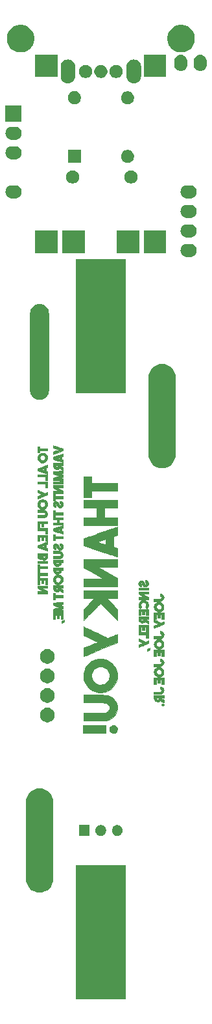
<source format=gbs>
G04 #@! TF.GenerationSoftware,KiCad,Pcbnew,(5.1.5)-3*
G04 #@! TF.CreationDate,2020-05-23T22:10:47-07:00*
G04 #@! TF.ProjectId,iSpindel_PCB,69537069-6e64-4656-9c5f-5043422e6b69,rev?*
G04 #@! TF.SameCoordinates,Original*
G04 #@! TF.FileFunction,Soldermask,Bot*
G04 #@! TF.FilePolarity,Negative*
%FSLAX46Y46*%
G04 Gerber Fmt 4.6, Leading zero omitted, Abs format (unit mm)*
G04 Created by KiCad (PCBNEW (5.1.5)-3) date 2020-05-23 22:10:47*
%MOMM*%
%LPD*%
G04 APERTURE LIST*
%ADD10C,0.010000*%
%ADD11C,0.100000*%
G04 APERTURE END LIST*
D10*
G36*
X140575734Y-108333994D02*
G01*
X140581917Y-108497655D01*
X140945395Y-108699119D01*
X141308874Y-108900584D01*
X140940103Y-108906364D01*
X140571333Y-108912144D01*
X140571333Y-109207500D01*
X141864281Y-109207500D01*
X141851917Y-108880178D01*
X141124959Y-108477250D01*
X141493730Y-108471470D01*
X141862500Y-108465690D01*
X141862500Y-108170334D01*
X140569552Y-108170334D01*
X140575734Y-108333994D01*
G37*
X140575734Y-108333994D02*
X140581917Y-108497655D01*
X140945395Y-108699119D01*
X141308874Y-108900584D01*
X140940103Y-108906364D01*
X140571333Y-108912144D01*
X140571333Y-109207500D01*
X141864281Y-109207500D01*
X141851917Y-108880178D01*
X141124959Y-108477250D01*
X141493730Y-108471470D01*
X141862500Y-108465690D01*
X141862500Y-108170334D01*
X140569552Y-108170334D01*
X140575734Y-108333994D01*
G36*
X140867667Y-108001000D02*
G01*
X140867667Y-107471834D01*
X141058167Y-107471834D01*
X141058167Y-107895167D01*
X141354500Y-107895167D01*
X141354500Y-107471834D01*
X141566167Y-107471834D01*
X141566167Y-108001000D01*
X141862500Y-108001000D01*
X141862500Y-107175500D01*
X140571333Y-107175500D01*
X140571333Y-108001000D01*
X140867667Y-108001000D01*
G37*
X140867667Y-108001000D02*
X140867667Y-107471834D01*
X141058167Y-107471834D01*
X141058167Y-107895167D01*
X141354500Y-107895167D01*
X141354500Y-107471834D01*
X141566167Y-107471834D01*
X141566167Y-108001000D01*
X141862500Y-108001000D01*
X141862500Y-107175500D01*
X140571333Y-107175500D01*
X140571333Y-108001000D01*
X140867667Y-108001000D01*
G36*
X140867667Y-107069667D02*
G01*
X140867667Y-106815667D01*
X141862500Y-106815667D01*
X141862500Y-106519334D01*
X140867667Y-106519334D01*
X140867667Y-106265334D01*
X140571333Y-106265334D01*
X140571333Y-107069667D01*
X140867667Y-107069667D01*
G37*
X140867667Y-107069667D02*
X140867667Y-106815667D01*
X141862500Y-106815667D01*
X141862500Y-106519334D01*
X140867667Y-106519334D01*
X140867667Y-106265334D01*
X140571333Y-106265334D01*
X140571333Y-107069667D01*
X140867667Y-107069667D01*
G36*
X140867667Y-106201834D02*
G01*
X140867667Y-105947834D01*
X141862500Y-105947834D01*
X141862500Y-105651500D01*
X140867667Y-105651500D01*
X140867667Y-105397500D01*
X140571333Y-105397500D01*
X140571333Y-106201834D01*
X140867667Y-106201834D01*
G37*
X140867667Y-106201834D02*
X140867667Y-105947834D01*
X141862500Y-105947834D01*
X141862500Y-105651500D01*
X140867667Y-105651500D01*
X140867667Y-105397500D01*
X140571333Y-105397500D01*
X140571333Y-106201834D01*
X140867667Y-106201834D01*
G36*
X141862500Y-105270500D02*
G01*
X141862500Y-104974167D01*
X140571333Y-104974167D01*
X140571333Y-105270500D01*
X141862500Y-105270500D01*
G37*
X141862500Y-105270500D02*
X141862500Y-104974167D01*
X140571333Y-104974167D01*
X140571333Y-105270500D01*
X141862500Y-105270500D01*
G36*
X140571451Y-104196292D02*
G01*
X140575555Y-104335424D01*
X140589114Y-104441894D01*
X140614284Y-104524741D01*
X140653220Y-104593003D01*
X140671700Y-104616554D01*
X140749466Y-104684062D01*
X140842321Y-104727001D01*
X140938196Y-104742012D01*
X141025020Y-104725736D01*
X141039416Y-104718874D01*
X141072378Y-104709700D01*
X141108236Y-104723739D01*
X141152626Y-104758966D01*
X141261933Y-104829827D01*
X141379255Y-104862522D01*
X141497649Y-104858489D01*
X141610170Y-104819165D01*
X141709875Y-104745986D01*
X141789820Y-104640391D01*
X141797843Y-104625439D01*
X141821379Y-104575298D01*
X141837459Y-104525983D01*
X141847831Y-104467068D01*
X141854239Y-104388124D01*
X141858429Y-104278725D01*
X141858934Y-104260508D01*
X141865952Y-104000500D01*
X141571672Y-104000500D01*
X141571672Y-104296834D01*
X141560839Y-104392942D01*
X141545992Y-104461500D01*
X141521818Y-104517723D01*
X141512473Y-104530526D01*
X141457559Y-104568390D01*
X141402135Y-104568435D01*
X141352440Y-104534632D01*
X141314715Y-104470955D01*
X141296327Y-104392942D01*
X141285494Y-104296834D01*
X141571672Y-104296834D01*
X141571672Y-104000500D01*
X140931167Y-104000500D01*
X140931167Y-104296834D01*
X140976720Y-104302696D01*
X140993311Y-104326900D01*
X140994667Y-104347158D01*
X140982024Y-104397774D01*
X140962917Y-104423834D01*
X140923587Y-104435981D01*
X140888947Y-104414357D01*
X140869186Y-104367161D01*
X140867667Y-104347158D01*
X140875063Y-104311056D01*
X140905605Y-104297907D01*
X140931167Y-104296834D01*
X140931167Y-104000500D01*
X140571333Y-104000500D01*
X140571451Y-104196292D01*
G37*
X140571451Y-104196292D02*
X140575555Y-104335424D01*
X140589114Y-104441894D01*
X140614284Y-104524741D01*
X140653220Y-104593003D01*
X140671700Y-104616554D01*
X140749466Y-104684062D01*
X140842321Y-104727001D01*
X140938196Y-104742012D01*
X141025020Y-104725736D01*
X141039416Y-104718874D01*
X141072378Y-104709700D01*
X141108236Y-104723739D01*
X141152626Y-104758966D01*
X141261933Y-104829827D01*
X141379255Y-104862522D01*
X141497649Y-104858489D01*
X141610170Y-104819165D01*
X141709875Y-104745986D01*
X141789820Y-104640391D01*
X141797843Y-104625439D01*
X141821379Y-104575298D01*
X141837459Y-104525983D01*
X141847831Y-104467068D01*
X141854239Y-104388124D01*
X141858429Y-104278725D01*
X141858934Y-104260508D01*
X141865952Y-104000500D01*
X141571672Y-104000500D01*
X141571672Y-104296834D01*
X141560839Y-104392942D01*
X141545992Y-104461500D01*
X141521818Y-104517723D01*
X141512473Y-104530526D01*
X141457559Y-104568390D01*
X141402135Y-104568435D01*
X141352440Y-104534632D01*
X141314715Y-104470955D01*
X141296327Y-104392942D01*
X141285494Y-104296834D01*
X141571672Y-104296834D01*
X141571672Y-104000500D01*
X140931167Y-104000500D01*
X140931167Y-104296834D01*
X140976720Y-104302696D01*
X140993311Y-104326900D01*
X140994667Y-104347158D01*
X140982024Y-104397774D01*
X140962917Y-104423834D01*
X140923587Y-104435981D01*
X140888947Y-104414357D01*
X140869186Y-104367161D01*
X140867667Y-104347158D01*
X140875063Y-104311056D01*
X140905605Y-104297907D01*
X140931167Y-104296834D01*
X140931167Y-104000500D01*
X140571333Y-104000500D01*
X140571451Y-104196292D01*
G36*
X140730083Y-103250464D02*
G01*
X140792916Y-103270111D01*
X140888150Y-103300334D01*
X141007932Y-103338619D01*
X141144403Y-103382450D01*
X141289709Y-103429314D01*
X141371228Y-103455691D01*
X141864207Y-103615402D01*
X141858062Y-103454138D01*
X141851917Y-103292875D01*
X141714333Y-103253543D01*
X141714333Y-102844838D01*
X141788417Y-102818049D01*
X141862500Y-102791260D01*
X141862500Y-102477602D01*
X141418000Y-102629255D01*
X141418000Y-102942531D01*
X141418000Y-103049608D01*
X141416656Y-103112208D01*
X141409460Y-103141655D01*
X141391666Y-103147116D01*
X141370375Y-103141580D01*
X141301702Y-103118838D01*
X141232528Y-103094411D01*
X141173141Y-103072149D01*
X141133831Y-103055901D01*
X141124438Y-103049547D01*
X141149538Y-103041822D01*
X141202935Y-103022968D01*
X141273380Y-102996963D01*
X141277896Y-102995265D01*
X141418000Y-102942531D01*
X141418000Y-102629255D01*
X141222208Y-102696055D01*
X140581917Y-102914508D01*
X140581917Y-103204948D01*
X140730083Y-103250464D01*
G37*
X140730083Y-103250464D02*
X140792916Y-103270111D01*
X140888150Y-103300334D01*
X141007932Y-103338619D01*
X141144403Y-103382450D01*
X141289709Y-103429314D01*
X141371228Y-103455691D01*
X141864207Y-103615402D01*
X141858062Y-103454138D01*
X141851917Y-103292875D01*
X141714333Y-103253543D01*
X141714333Y-102844838D01*
X141788417Y-102818049D01*
X141862500Y-102791260D01*
X141862500Y-102477602D01*
X141418000Y-102629255D01*
X141418000Y-102942531D01*
X141418000Y-103049608D01*
X141416656Y-103112208D01*
X141409460Y-103141655D01*
X141391666Y-103147116D01*
X141370375Y-103141580D01*
X141301702Y-103118838D01*
X141232528Y-103094411D01*
X141173141Y-103072149D01*
X141133831Y-103055901D01*
X141124438Y-103049547D01*
X141149538Y-103041822D01*
X141202935Y-103022968D01*
X141273380Y-102996963D01*
X141277896Y-102995265D01*
X141418000Y-102942531D01*
X141418000Y-102629255D01*
X141222208Y-102696055D01*
X140581917Y-102914508D01*
X140581917Y-103204948D01*
X140730083Y-103250464D01*
G36*
X140867667Y-102391834D02*
G01*
X140867667Y-101862667D01*
X141058167Y-101862667D01*
X141058167Y-102286000D01*
X141354500Y-102286000D01*
X141354500Y-101862667D01*
X141566167Y-101862667D01*
X141566167Y-102391834D01*
X141862500Y-102391834D01*
X141862500Y-101566334D01*
X140571333Y-101566334D01*
X140571333Y-102391834D01*
X140867667Y-102391834D01*
G37*
X140867667Y-102391834D02*
X140867667Y-101862667D01*
X141058167Y-101862667D01*
X141058167Y-102286000D01*
X141354500Y-102286000D01*
X141354500Y-101862667D01*
X141566167Y-101862667D01*
X141566167Y-102391834D01*
X141862500Y-102391834D01*
X141862500Y-101566334D01*
X140571333Y-101566334D01*
X140571333Y-102391834D01*
X140867667Y-102391834D01*
G36*
X141566167Y-100994834D02*
G01*
X141566167Y-101460500D01*
X141862500Y-101460500D01*
X141862500Y-100698500D01*
X140571333Y-100698500D01*
X140571333Y-100994834D01*
X141566167Y-100994834D01*
G37*
X141566167Y-100994834D02*
X141566167Y-101460500D01*
X141862500Y-101460500D01*
X141862500Y-100698500D01*
X140571333Y-100698500D01*
X140571333Y-100994834D01*
X141566167Y-100994834D01*
G36*
X140867667Y-100571500D02*
G01*
X140867667Y-100084667D01*
X141058167Y-100084667D01*
X141058167Y-100465667D01*
X141354500Y-100465667D01*
X141354500Y-100084667D01*
X141862500Y-100084667D01*
X141862500Y-99788334D01*
X140571333Y-99788334D01*
X140571333Y-100571500D01*
X140867667Y-100571500D01*
G37*
X140867667Y-100571500D02*
X140867667Y-100084667D01*
X141058167Y-100084667D01*
X141058167Y-100465667D01*
X141354500Y-100465667D01*
X141354500Y-100084667D01*
X141862500Y-100084667D01*
X141862500Y-99788334D01*
X140571333Y-99788334D01*
X140571333Y-100571500D01*
X140867667Y-100571500D01*
G36*
X141442423Y-98624167D02*
G01*
X141504295Y-98686039D01*
X141554422Y-98756547D01*
X141566167Y-98814667D01*
X141547277Y-98887641D01*
X141504295Y-98943295D01*
X141442423Y-99005167D01*
X140571333Y-99005167D01*
X140571333Y-99301500D01*
X141021125Y-99301293D01*
X141171343Y-99300999D01*
X141285875Y-99299874D01*
X141371367Y-99297318D01*
X141434466Y-99292732D01*
X141481818Y-99285516D01*
X141520070Y-99275071D01*
X141555869Y-99260797D01*
X141576750Y-99251178D01*
X141678645Y-99192333D01*
X141752157Y-99120393D01*
X141810717Y-99021683D01*
X141818388Y-99005167D01*
X141856607Y-98872585D01*
X141852759Y-98737703D01*
X141812178Y-98613584D01*
X141753333Y-98511689D01*
X141681392Y-98438177D01*
X141582683Y-98379617D01*
X141566167Y-98371945D01*
X141530670Y-98357417D01*
X141492710Y-98346526D01*
X141445744Y-98338751D01*
X141383227Y-98333566D01*
X141298618Y-98330448D01*
X141185372Y-98328873D01*
X141036947Y-98328317D01*
X141021125Y-98328298D01*
X140571333Y-98327834D01*
X140571333Y-98624167D01*
X141442423Y-98624167D01*
G37*
X141442423Y-98624167D02*
X141504295Y-98686039D01*
X141554422Y-98756547D01*
X141566167Y-98814667D01*
X141547277Y-98887641D01*
X141504295Y-98943295D01*
X141442423Y-99005167D01*
X140571333Y-99005167D01*
X140571333Y-99301500D01*
X141021125Y-99301293D01*
X141171343Y-99300999D01*
X141285875Y-99299874D01*
X141371367Y-99297318D01*
X141434466Y-99292732D01*
X141481818Y-99285516D01*
X141520070Y-99275071D01*
X141555869Y-99260797D01*
X141576750Y-99251178D01*
X141678645Y-99192333D01*
X141752157Y-99120393D01*
X141810717Y-99021683D01*
X141818388Y-99005167D01*
X141856607Y-98872585D01*
X141852759Y-98737703D01*
X141812178Y-98613584D01*
X141753333Y-98511689D01*
X141681392Y-98438177D01*
X141582683Y-98379617D01*
X141566167Y-98371945D01*
X141530670Y-98357417D01*
X141492710Y-98346526D01*
X141445744Y-98338751D01*
X141383227Y-98333566D01*
X141298618Y-98330448D01*
X141185372Y-98328873D01*
X141036947Y-98328317D01*
X141021125Y-98328298D01*
X140571333Y-98327834D01*
X140571333Y-98624167D01*
X141442423Y-98624167D01*
G36*
X140588270Y-97722544D02*
G01*
X140622724Y-97847956D01*
X140633201Y-97871118D01*
X140723962Y-98009049D01*
X140845398Y-98121960D01*
X140943382Y-98181299D01*
X141063478Y-98220958D01*
X141201632Y-98235958D01*
X141341524Y-98226297D01*
X141466837Y-98191973D01*
X141490292Y-98181376D01*
X141617972Y-98097472D01*
X141727825Y-97984595D01*
X141800686Y-97869266D01*
X141835555Y-97764806D01*
X141853728Y-97640596D01*
X141853877Y-97515332D01*
X141834668Y-97407710D01*
X141833759Y-97404889D01*
X141766414Y-97259137D01*
X141672873Y-97141584D01*
X141558850Y-97052616D01*
X141430061Y-96992618D01*
X141292222Y-96961973D01*
X141216917Y-96961491D01*
X141216917Y-97249030D01*
X141324995Y-97268805D01*
X141421835Y-97322813D01*
X141499462Y-97403081D01*
X141549902Y-97501636D01*
X141565470Y-97597584D01*
X141552839Y-97678869D01*
X141520715Y-97761131D01*
X141517762Y-97766485D01*
X141447954Y-97851527D01*
X141353916Y-97913459D01*
X141249180Y-97944203D01*
X141216917Y-97946137D01*
X141108838Y-97926362D01*
X141011998Y-97872354D01*
X140934371Y-97792086D01*
X140883931Y-97693531D01*
X140868363Y-97597584D01*
X140888138Y-97489505D01*
X140942146Y-97392665D01*
X141022414Y-97315038D01*
X141120969Y-97264598D01*
X141216917Y-97249030D01*
X141216917Y-96961491D01*
X141151049Y-96961068D01*
X141012258Y-96990287D01*
X140881564Y-97050014D01*
X140764683Y-97140636D01*
X140667332Y-97262535D01*
X140633201Y-97324049D01*
X140593508Y-97444271D01*
X140578531Y-97582543D01*
X140588270Y-97722544D01*
G37*
X140588270Y-97722544D02*
X140622724Y-97847956D01*
X140633201Y-97871118D01*
X140723962Y-98009049D01*
X140845398Y-98121960D01*
X140943382Y-98181299D01*
X141063478Y-98220958D01*
X141201632Y-98235958D01*
X141341524Y-98226297D01*
X141466837Y-98191973D01*
X141490292Y-98181376D01*
X141617972Y-98097472D01*
X141727825Y-97984595D01*
X141800686Y-97869266D01*
X141835555Y-97764806D01*
X141853728Y-97640596D01*
X141853877Y-97515332D01*
X141834668Y-97407710D01*
X141833759Y-97404889D01*
X141766414Y-97259137D01*
X141672873Y-97141584D01*
X141558850Y-97052616D01*
X141430061Y-96992618D01*
X141292222Y-96961973D01*
X141216917Y-96961491D01*
X141216917Y-97249030D01*
X141324995Y-97268805D01*
X141421835Y-97322813D01*
X141499462Y-97403081D01*
X141549902Y-97501636D01*
X141565470Y-97597584D01*
X141552839Y-97678869D01*
X141520715Y-97761131D01*
X141517762Y-97766485D01*
X141447954Y-97851527D01*
X141353916Y-97913459D01*
X141249180Y-97944203D01*
X141216917Y-97946137D01*
X141108838Y-97926362D01*
X141011998Y-97872354D01*
X140934371Y-97792086D01*
X140883931Y-97693531D01*
X140868363Y-97597584D01*
X140888138Y-97489505D01*
X140942146Y-97392665D01*
X141022414Y-97315038D01*
X141120969Y-97264598D01*
X141216917Y-97249030D01*
X141216917Y-96961491D01*
X141151049Y-96961068D01*
X141012258Y-96990287D01*
X140881564Y-97050014D01*
X140764683Y-97140636D01*
X140667332Y-97262535D01*
X140633201Y-97324049D01*
X140593508Y-97444271D01*
X140578531Y-97582543D01*
X140588270Y-97722544D01*
G36*
X140570273Y-95836991D02*
G01*
X140571571Y-95888899D01*
X140571809Y-96052417D01*
X140836154Y-96177192D01*
X140931938Y-96223283D01*
X141012227Y-96263594D01*
X141070086Y-96294513D01*
X141098581Y-96312430D01*
X141100368Y-96314776D01*
X141081799Y-96326894D01*
X141031006Y-96351149D01*
X140955209Y-96384301D01*
X140861625Y-96423110D01*
X140836046Y-96433417D01*
X140571856Y-96539250D01*
X140571595Y-96704541D01*
X140573465Y-96780413D01*
X140578666Y-96835049D01*
X140586181Y-96859164D01*
X140588480Y-96859235D01*
X140610177Y-96849701D01*
X140665379Y-96826439D01*
X140748424Y-96791786D01*
X140853650Y-96748078D01*
X140975395Y-96697652D01*
X141107997Y-96642847D01*
X141245795Y-96585998D01*
X141383126Y-96529444D01*
X141514330Y-96475520D01*
X141633743Y-96426565D01*
X141735705Y-96384916D01*
X141814553Y-96352909D01*
X141836042Y-96344256D01*
X141851985Y-96316945D01*
X141860654Y-96249970D01*
X141862500Y-96175726D01*
X141861485Y-96095218D01*
X141857100Y-96049088D01*
X141847330Y-96029400D01*
X141830161Y-96028219D01*
X141825416Y-96029584D01*
X141788290Y-96043342D01*
X141725312Y-96068529D01*
X141649545Y-96099911D01*
X141643058Y-96102644D01*
X141497785Y-96163933D01*
X141082184Y-95963244D01*
X140927624Y-95888185D01*
X140807428Y-95829832D01*
X140717334Y-95787563D01*
X140653081Y-95760759D01*
X140610407Y-95748800D01*
X140585051Y-95751063D01*
X140572751Y-95766930D01*
X140569245Y-95795780D01*
X140570273Y-95836991D01*
G37*
X140570273Y-95836991D02*
X140571571Y-95888899D01*
X140571809Y-96052417D01*
X140836154Y-96177192D01*
X140931938Y-96223283D01*
X141012227Y-96263594D01*
X141070086Y-96294513D01*
X141098581Y-96312430D01*
X141100368Y-96314776D01*
X141081799Y-96326894D01*
X141031006Y-96351149D01*
X140955209Y-96384301D01*
X140861625Y-96423110D01*
X140836046Y-96433417D01*
X140571856Y-96539250D01*
X140571595Y-96704541D01*
X140573465Y-96780413D01*
X140578666Y-96835049D01*
X140586181Y-96859164D01*
X140588480Y-96859235D01*
X140610177Y-96849701D01*
X140665379Y-96826439D01*
X140748424Y-96791786D01*
X140853650Y-96748078D01*
X140975395Y-96697652D01*
X141107997Y-96642847D01*
X141245795Y-96585998D01*
X141383126Y-96529444D01*
X141514330Y-96475520D01*
X141633743Y-96426565D01*
X141735705Y-96384916D01*
X141814553Y-96352909D01*
X141836042Y-96344256D01*
X141851985Y-96316945D01*
X141860654Y-96249970D01*
X141862500Y-96175726D01*
X141861485Y-96095218D01*
X141857100Y-96049088D01*
X141847330Y-96029400D01*
X141830161Y-96028219D01*
X141825416Y-96029584D01*
X141788290Y-96043342D01*
X141725312Y-96068529D01*
X141649545Y-96099911D01*
X141643058Y-96102644D01*
X141497785Y-96163933D01*
X141082184Y-95963244D01*
X140927624Y-95888185D01*
X140807428Y-95829832D01*
X140717334Y-95787563D01*
X140653081Y-95760759D01*
X140610407Y-95748800D01*
X140585051Y-95751063D01*
X140572751Y-95766930D01*
X140569245Y-95795780D01*
X140570273Y-95836991D01*
G36*
X141566167Y-94920000D02*
G01*
X141566167Y-95385667D01*
X141862500Y-95385667D01*
X141862500Y-94623667D01*
X140571333Y-94623667D01*
X140571333Y-94920000D01*
X141566167Y-94920000D01*
G37*
X141566167Y-94920000D02*
X141566167Y-95385667D01*
X141862500Y-95385667D01*
X141862500Y-94623667D01*
X140571333Y-94623667D01*
X140571333Y-94920000D01*
X141566167Y-94920000D01*
G36*
X141566167Y-94009834D02*
G01*
X141566167Y-94475500D01*
X141862500Y-94475500D01*
X141862500Y-93713500D01*
X140571333Y-93713500D01*
X140571333Y-94009834D01*
X141566167Y-94009834D01*
G37*
X141566167Y-94009834D02*
X141566167Y-94475500D01*
X141862500Y-94475500D01*
X141862500Y-93713500D01*
X140571333Y-93713500D01*
X140571333Y-94009834D01*
X141566167Y-94009834D01*
G36*
X140730083Y-93259798D02*
G01*
X140792916Y-93279444D01*
X140888150Y-93309667D01*
X141007932Y-93347952D01*
X141144403Y-93391783D01*
X141289709Y-93438647D01*
X141371228Y-93465024D01*
X141864207Y-93624735D01*
X141858062Y-93463472D01*
X141851917Y-93302208D01*
X141714333Y-93262876D01*
X141714333Y-92854171D01*
X141788417Y-92827382D01*
X141862500Y-92800593D01*
X141862500Y-92486936D01*
X141418000Y-92638588D01*
X141418000Y-92951864D01*
X141418000Y-93058942D01*
X141416656Y-93121541D01*
X141409460Y-93150988D01*
X141391666Y-93156449D01*
X141370375Y-93150913D01*
X141301702Y-93128171D01*
X141232528Y-93103744D01*
X141173141Y-93081482D01*
X141133831Y-93065235D01*
X141124438Y-93058880D01*
X141149538Y-93051155D01*
X141202935Y-93032301D01*
X141273380Y-93006297D01*
X141277896Y-93004599D01*
X141418000Y-92951864D01*
X141418000Y-92638588D01*
X141222208Y-92705388D01*
X140581917Y-92923841D01*
X140581917Y-93214282D01*
X140730083Y-93259798D01*
G37*
X140730083Y-93259798D02*
X140792916Y-93279444D01*
X140888150Y-93309667D01*
X141007932Y-93347952D01*
X141144403Y-93391783D01*
X141289709Y-93438647D01*
X141371228Y-93465024D01*
X141864207Y-93624735D01*
X141858062Y-93463472D01*
X141851917Y-93302208D01*
X141714333Y-93262876D01*
X141714333Y-92854171D01*
X141788417Y-92827382D01*
X141862500Y-92800593D01*
X141862500Y-92486936D01*
X141418000Y-92638588D01*
X141418000Y-92951864D01*
X141418000Y-93058942D01*
X141416656Y-93121541D01*
X141409460Y-93150988D01*
X141391666Y-93156449D01*
X141370375Y-93150913D01*
X141301702Y-93128171D01*
X141232528Y-93103744D01*
X141173141Y-93081482D01*
X141133831Y-93065235D01*
X141124438Y-93058880D01*
X141149538Y-93051155D01*
X141202935Y-93032301D01*
X141273380Y-93006297D01*
X141277896Y-93004599D01*
X141418000Y-92951864D01*
X141418000Y-92638588D01*
X141222208Y-92705388D01*
X140581917Y-92923841D01*
X140581917Y-93214282D01*
X140730083Y-93259798D01*
G36*
X140588270Y-91668878D02*
G01*
X140622724Y-91794289D01*
X140633201Y-91817452D01*
X140723962Y-91955382D01*
X140845398Y-92068293D01*
X140943382Y-92127632D01*
X141063478Y-92167291D01*
X141201632Y-92182291D01*
X141341524Y-92172630D01*
X141466837Y-92138306D01*
X141490292Y-92127709D01*
X141617972Y-92043806D01*
X141727825Y-91930929D01*
X141800686Y-91815599D01*
X141835555Y-91711139D01*
X141853728Y-91586929D01*
X141853877Y-91461665D01*
X141834668Y-91354043D01*
X141833759Y-91351222D01*
X141766414Y-91205470D01*
X141672873Y-91087918D01*
X141558850Y-90998950D01*
X141430061Y-90938951D01*
X141292222Y-90908307D01*
X141216917Y-90907824D01*
X141216917Y-91195363D01*
X141324995Y-91215138D01*
X141421835Y-91269146D01*
X141499462Y-91349414D01*
X141549902Y-91447969D01*
X141565470Y-91543917D01*
X141552839Y-91625203D01*
X141520715Y-91707464D01*
X141517762Y-91712819D01*
X141447954Y-91797860D01*
X141353916Y-91859792D01*
X141249180Y-91890536D01*
X141216917Y-91892470D01*
X141108838Y-91872696D01*
X141011998Y-91818688D01*
X140934371Y-91738419D01*
X140883931Y-91639865D01*
X140868363Y-91543917D01*
X140888138Y-91435838D01*
X140942146Y-91338999D01*
X141022414Y-91261372D01*
X141120969Y-91210931D01*
X141216917Y-91195363D01*
X141216917Y-90907824D01*
X141151049Y-90907401D01*
X141012258Y-90936620D01*
X140881564Y-90996348D01*
X140764683Y-91086969D01*
X140667332Y-91208869D01*
X140633201Y-91270382D01*
X140593508Y-91390604D01*
X140578531Y-91528876D01*
X140588270Y-91668878D01*
G37*
X140588270Y-91668878D02*
X140622724Y-91794289D01*
X140633201Y-91817452D01*
X140723962Y-91955382D01*
X140845398Y-92068293D01*
X140943382Y-92127632D01*
X141063478Y-92167291D01*
X141201632Y-92182291D01*
X141341524Y-92172630D01*
X141466837Y-92138306D01*
X141490292Y-92127709D01*
X141617972Y-92043806D01*
X141727825Y-91930929D01*
X141800686Y-91815599D01*
X141835555Y-91711139D01*
X141853728Y-91586929D01*
X141853877Y-91461665D01*
X141834668Y-91354043D01*
X141833759Y-91351222D01*
X141766414Y-91205470D01*
X141672873Y-91087918D01*
X141558850Y-90998950D01*
X141430061Y-90938951D01*
X141292222Y-90908307D01*
X141216917Y-90907824D01*
X141216917Y-91195363D01*
X141324995Y-91215138D01*
X141421835Y-91269146D01*
X141499462Y-91349414D01*
X141549902Y-91447969D01*
X141565470Y-91543917D01*
X141552839Y-91625203D01*
X141520715Y-91707464D01*
X141517762Y-91712819D01*
X141447954Y-91797860D01*
X141353916Y-91859792D01*
X141249180Y-91890536D01*
X141216917Y-91892470D01*
X141108838Y-91872696D01*
X141011998Y-91818688D01*
X140934371Y-91738419D01*
X140883931Y-91639865D01*
X140868363Y-91543917D01*
X140888138Y-91435838D01*
X140942146Y-91338999D01*
X141022414Y-91261372D01*
X141120969Y-91210931D01*
X141216917Y-91195363D01*
X141216917Y-90907824D01*
X141151049Y-90907401D01*
X141012258Y-90936620D01*
X140881564Y-90996348D01*
X140764683Y-91086969D01*
X140667332Y-91208869D01*
X140633201Y-91270382D01*
X140593508Y-91390604D01*
X140578531Y-91528876D01*
X140588270Y-91668878D01*
G36*
X140867667Y-90856000D02*
G01*
X140867667Y-90602000D01*
X141862500Y-90602000D01*
X141862500Y-90305667D01*
X140867667Y-90305667D01*
X140867667Y-90051667D01*
X140571333Y-90051667D01*
X140571333Y-90856000D01*
X140867667Y-90856000D01*
G37*
X140867667Y-90856000D02*
X140867667Y-90602000D01*
X141862500Y-90602000D01*
X141862500Y-90305667D01*
X140867667Y-90305667D01*
X140867667Y-90051667D01*
X140571333Y-90051667D01*
X140571333Y-90856000D01*
X140867667Y-90856000D01*
G36*
X142899667Y-112530667D02*
G01*
X142899667Y-112001500D01*
X143090167Y-112001500D01*
X143090167Y-112424834D01*
X143386500Y-112424834D01*
X143386500Y-112001500D01*
X143598167Y-112001500D01*
X143598167Y-112530667D01*
X143894500Y-112530667D01*
X143894500Y-111705167D01*
X142603333Y-111705167D01*
X142603333Y-112530667D01*
X142899667Y-112530667D01*
G37*
X142899667Y-112530667D02*
X142899667Y-112001500D01*
X143090167Y-112001500D01*
X143090167Y-112424834D01*
X143386500Y-112424834D01*
X143386500Y-112001500D01*
X143598167Y-112001500D01*
X143598167Y-112530667D01*
X143894500Y-112530667D01*
X143894500Y-111705167D01*
X142603333Y-111705167D01*
X142603333Y-112530667D01*
X142899667Y-112530667D01*
G36*
X142692393Y-111565531D02*
G01*
X142741351Y-111570108D01*
X142824477Y-111576176D01*
X142933657Y-111583216D01*
X143060772Y-111590707D01*
X143197708Y-111598131D01*
X143217167Y-111599134D01*
X143357478Y-111606612D01*
X143491606Y-111614303D01*
X143610738Y-111621660D01*
X143706064Y-111628138D01*
X143768771Y-111633189D01*
X143772792Y-111633583D01*
X143894500Y-111645823D01*
X143894500Y-111350872D01*
X143815125Y-111337753D01*
X143752485Y-111330972D01*
X143666855Y-111326150D01*
X143583541Y-111324400D01*
X143507540Y-111322087D01*
X143449681Y-111316212D01*
X143421520Y-111307999D01*
X143420825Y-111307167D01*
X143435530Y-111294471D01*
X143483300Y-111272289D01*
X143556775Y-111243691D01*
X143648593Y-111211750D01*
X143653302Y-111210196D01*
X143896285Y-111130225D01*
X143890101Y-110980789D01*
X143883917Y-110831354D01*
X143632120Y-110742357D01*
X143529518Y-110705636D01*
X143462535Y-110679963D01*
X143426690Y-110662816D01*
X143417503Y-110651669D01*
X143430494Y-110644000D01*
X143449558Y-110639514D01*
X143513289Y-110631126D01*
X143593557Y-110626074D01*
X143627271Y-110625434D01*
X143709777Y-110622565D01*
X143789759Y-110615619D01*
X143815125Y-110612081D01*
X143894500Y-110598961D01*
X143894500Y-110453564D01*
X143893795Y-110381315D01*
X143891944Y-110329308D01*
X143889338Y-110308343D01*
X143889208Y-110308303D01*
X143867583Y-110309704D01*
X143808978Y-110313601D01*
X143718654Y-110319642D01*
X143601868Y-110327474D01*
X143463880Y-110336745D01*
X143309947Y-110347103D01*
X143259500Y-110350500D01*
X143101039Y-110361144D01*
X142956315Y-110370806D01*
X142830706Y-110379134D01*
X142729587Y-110385771D01*
X142658337Y-110390365D01*
X142622333Y-110392559D01*
X142619208Y-110392697D01*
X142611510Y-110412175D01*
X142605882Y-110463441D01*
X142603411Y-110535964D01*
X142603378Y-110546292D01*
X142603423Y-110699750D01*
X142995647Y-110834884D01*
X143115161Y-110876876D01*
X143218720Y-110914827D01*
X143300503Y-110946475D01*
X143354688Y-110969554D01*
X143375454Y-110981799D01*
X143375308Y-110982580D01*
X143352219Y-110993173D01*
X143295555Y-111015076D01*
X143211800Y-111045905D01*
X143107433Y-111083273D01*
X142988939Y-111124795D01*
X142988331Y-111125006D01*
X142613917Y-111254870D01*
X142607726Y-111404503D01*
X142601536Y-111554137D01*
X142692393Y-111565531D01*
G37*
X142692393Y-111565531D02*
X142741351Y-111570108D01*
X142824477Y-111576176D01*
X142933657Y-111583216D01*
X143060772Y-111590707D01*
X143197708Y-111598131D01*
X143217167Y-111599134D01*
X143357478Y-111606612D01*
X143491606Y-111614303D01*
X143610738Y-111621660D01*
X143706064Y-111628138D01*
X143768771Y-111633189D01*
X143772792Y-111633583D01*
X143894500Y-111645823D01*
X143894500Y-111350872D01*
X143815125Y-111337753D01*
X143752485Y-111330972D01*
X143666855Y-111326150D01*
X143583541Y-111324400D01*
X143507540Y-111322087D01*
X143449681Y-111316212D01*
X143421520Y-111307999D01*
X143420825Y-111307167D01*
X143435530Y-111294471D01*
X143483300Y-111272289D01*
X143556775Y-111243691D01*
X143648593Y-111211750D01*
X143653302Y-111210196D01*
X143896285Y-111130225D01*
X143890101Y-110980789D01*
X143883917Y-110831354D01*
X143632120Y-110742357D01*
X143529518Y-110705636D01*
X143462535Y-110679963D01*
X143426690Y-110662816D01*
X143417503Y-110651669D01*
X143430494Y-110644000D01*
X143449558Y-110639514D01*
X143513289Y-110631126D01*
X143593557Y-110626074D01*
X143627271Y-110625434D01*
X143709777Y-110622565D01*
X143789759Y-110615619D01*
X143815125Y-110612081D01*
X143894500Y-110598961D01*
X143894500Y-110453564D01*
X143893795Y-110381315D01*
X143891944Y-110329308D01*
X143889338Y-110308343D01*
X143889208Y-110308303D01*
X143867583Y-110309704D01*
X143808978Y-110313601D01*
X143718654Y-110319642D01*
X143601868Y-110327474D01*
X143463880Y-110336745D01*
X143309947Y-110347103D01*
X143259500Y-110350500D01*
X143101039Y-110361144D01*
X142956315Y-110370806D01*
X142830706Y-110379134D01*
X142729587Y-110385771D01*
X142658337Y-110390365D01*
X142622333Y-110392559D01*
X142619208Y-110392697D01*
X142611510Y-110412175D01*
X142605882Y-110463441D01*
X142603411Y-110535964D01*
X142603378Y-110546292D01*
X142603423Y-110699750D01*
X142995647Y-110834884D01*
X143115161Y-110876876D01*
X143218720Y-110914827D01*
X143300503Y-110946475D01*
X143354688Y-110969554D01*
X143375454Y-110981799D01*
X143375308Y-110982580D01*
X143352219Y-110993173D01*
X143295555Y-111015076D01*
X143211800Y-111045905D01*
X143107433Y-111083273D01*
X142988939Y-111124795D01*
X142988331Y-111125006D01*
X142613917Y-111254870D01*
X142607726Y-111404503D01*
X142601536Y-111554137D01*
X142692393Y-111565531D01*
G36*
X142899667Y-109969500D02*
G01*
X142899667Y-109715500D01*
X143894500Y-109715500D01*
X143894500Y-109419167D01*
X142899667Y-109419167D01*
X142899667Y-109165167D01*
X142603333Y-109165167D01*
X142603333Y-109969500D01*
X142899667Y-109969500D01*
G37*
X142899667Y-109969500D02*
X142899667Y-109715500D01*
X143894500Y-109715500D01*
X143894500Y-109419167D01*
X142899667Y-109419167D01*
X142899667Y-109165167D01*
X142603333Y-109165167D01*
X142603333Y-109969500D01*
X142899667Y-109969500D01*
G36*
X142607327Y-108376709D02*
G01*
X142616840Y-108514430D01*
X142635909Y-108620544D01*
X142668285Y-108705378D01*
X142717720Y-108779259D01*
X142776103Y-108841302D01*
X142887616Y-108922259D01*
X143009740Y-108965677D01*
X143135584Y-108971199D01*
X143258258Y-108938465D01*
X143365134Y-108871987D01*
X143438297Y-108810908D01*
X143629357Y-108927777D01*
X143712705Y-108979603D01*
X143785429Y-109026361D01*
X143837982Y-109061828D01*
X143857458Y-109076437D01*
X143875283Y-109088988D01*
X143886238Y-109084718D01*
X143891984Y-109056907D01*
X143894181Y-108998834D01*
X143894500Y-108926534D01*
X143894500Y-108744841D01*
X143730458Y-108644125D01*
X143657477Y-108599256D01*
X143599479Y-108563484D01*
X143564955Y-108542052D01*
X143559192Y-108538383D01*
X143558949Y-108517083D01*
X143565910Y-108489429D01*
X143577479Y-108466726D01*
X143600694Y-108453496D01*
X143645233Y-108447257D01*
X143720772Y-108445525D01*
X143737176Y-108445500D01*
X143894500Y-108445500D01*
X143894500Y-108149167D01*
X143079583Y-108149167D01*
X143079583Y-108445500D01*
X143176484Y-108447793D01*
X143235355Y-108457548D01*
X143260382Y-108479075D01*
X143255752Y-108516686D01*
X143225650Y-108574694D01*
X143217744Y-108587807D01*
X143160654Y-108648974D01*
X143092875Y-108673864D01*
X143024058Y-108663325D01*
X142963855Y-108618204D01*
X142930317Y-108562549D01*
X142910146Y-108508843D01*
X142899965Y-108471101D01*
X142899667Y-108467347D01*
X142919799Y-108456270D01*
X142976256Y-108448771D01*
X143063123Y-108445566D01*
X143079583Y-108445500D01*
X143079583Y-108149167D01*
X142598650Y-108149167D01*
X142607327Y-108376709D01*
G37*
X142607327Y-108376709D02*
X142616840Y-108514430D01*
X142635909Y-108620544D01*
X142668285Y-108705378D01*
X142717720Y-108779259D01*
X142776103Y-108841302D01*
X142887616Y-108922259D01*
X143009740Y-108965677D01*
X143135584Y-108971199D01*
X143258258Y-108938465D01*
X143365134Y-108871987D01*
X143438297Y-108810908D01*
X143629357Y-108927777D01*
X143712705Y-108979603D01*
X143785429Y-109026361D01*
X143837982Y-109061828D01*
X143857458Y-109076437D01*
X143875283Y-109088988D01*
X143886238Y-109084718D01*
X143891984Y-109056907D01*
X143894181Y-108998834D01*
X143894500Y-108926534D01*
X143894500Y-108744841D01*
X143730458Y-108644125D01*
X143657477Y-108599256D01*
X143599479Y-108563484D01*
X143564955Y-108542052D01*
X143559192Y-108538383D01*
X143558949Y-108517083D01*
X143565910Y-108489429D01*
X143577479Y-108466726D01*
X143600694Y-108453496D01*
X143645233Y-108447257D01*
X143720772Y-108445525D01*
X143737176Y-108445500D01*
X143894500Y-108445500D01*
X143894500Y-108149167D01*
X143079583Y-108149167D01*
X143079583Y-108445500D01*
X143176484Y-108447793D01*
X143235355Y-108457548D01*
X143260382Y-108479075D01*
X143255752Y-108516686D01*
X143225650Y-108574694D01*
X143217744Y-108587807D01*
X143160654Y-108648974D01*
X143092875Y-108673864D01*
X143024058Y-108663325D01*
X142963855Y-108618204D01*
X142930317Y-108562549D01*
X142910146Y-108508843D01*
X142899965Y-108471101D01*
X142899667Y-108467347D01*
X142919799Y-108456270D01*
X142976256Y-108448771D01*
X143063123Y-108445566D01*
X143079583Y-108445500D01*
X143079583Y-108149167D01*
X142598650Y-108149167D01*
X142607327Y-108376709D01*
G36*
X142620270Y-107522711D02*
G01*
X142654724Y-107648122D01*
X142665201Y-107671285D01*
X142755962Y-107809216D01*
X142877398Y-107922126D01*
X142975382Y-107981465D01*
X143095478Y-108021124D01*
X143233632Y-108036124D01*
X143373524Y-108026464D01*
X143498837Y-107992139D01*
X143522292Y-107981542D01*
X143649972Y-107897639D01*
X143759825Y-107784762D01*
X143832686Y-107669433D01*
X143867555Y-107564972D01*
X143885728Y-107440762D01*
X143885877Y-107315498D01*
X143866668Y-107207876D01*
X143865759Y-107205055D01*
X143798414Y-107059303D01*
X143704873Y-106941751D01*
X143590850Y-106852783D01*
X143462061Y-106792784D01*
X143324222Y-106762140D01*
X143248917Y-106761658D01*
X143248917Y-107049197D01*
X143356995Y-107068971D01*
X143453835Y-107122979D01*
X143531462Y-107203248D01*
X143581902Y-107301802D01*
X143597470Y-107397750D01*
X143584839Y-107479036D01*
X143552715Y-107561298D01*
X143549762Y-107566652D01*
X143479954Y-107651694D01*
X143385916Y-107713626D01*
X143281180Y-107744369D01*
X143248917Y-107746304D01*
X143140838Y-107726529D01*
X143043998Y-107672521D01*
X142966371Y-107592253D01*
X142915931Y-107493698D01*
X142900363Y-107397750D01*
X142920138Y-107289672D01*
X142974146Y-107192832D01*
X143054414Y-107115205D01*
X143152969Y-107064764D01*
X143248917Y-107049197D01*
X143248917Y-106761658D01*
X143183049Y-106761235D01*
X143044258Y-106790453D01*
X142913564Y-106850181D01*
X142796683Y-106940802D01*
X142699332Y-107062702D01*
X142665201Y-107124215D01*
X142625508Y-107244438D01*
X142610531Y-107382710D01*
X142620270Y-107522711D01*
G37*
X142620270Y-107522711D02*
X142654724Y-107648122D01*
X142665201Y-107671285D01*
X142755962Y-107809216D01*
X142877398Y-107922126D01*
X142975382Y-107981465D01*
X143095478Y-108021124D01*
X143233632Y-108036124D01*
X143373524Y-108026464D01*
X143498837Y-107992139D01*
X143522292Y-107981542D01*
X143649972Y-107897639D01*
X143759825Y-107784762D01*
X143832686Y-107669433D01*
X143867555Y-107564972D01*
X143885728Y-107440762D01*
X143885877Y-107315498D01*
X143866668Y-107207876D01*
X143865759Y-107205055D01*
X143798414Y-107059303D01*
X143704873Y-106941751D01*
X143590850Y-106852783D01*
X143462061Y-106792784D01*
X143324222Y-106762140D01*
X143248917Y-106761658D01*
X143248917Y-107049197D01*
X143356995Y-107068971D01*
X143453835Y-107122979D01*
X143531462Y-107203248D01*
X143581902Y-107301802D01*
X143597470Y-107397750D01*
X143584839Y-107479036D01*
X143552715Y-107561298D01*
X143549762Y-107566652D01*
X143479954Y-107651694D01*
X143385916Y-107713626D01*
X143281180Y-107744369D01*
X143248917Y-107746304D01*
X143140838Y-107726529D01*
X143043998Y-107672521D01*
X142966371Y-107592253D01*
X142915931Y-107493698D01*
X142900363Y-107397750D01*
X142920138Y-107289672D01*
X142974146Y-107192832D01*
X143054414Y-107115205D01*
X143152969Y-107064764D01*
X143248917Y-107049197D01*
X143248917Y-106761658D01*
X143183049Y-106761235D01*
X143044258Y-106790453D01*
X142913564Y-106850181D01*
X142796683Y-106940802D01*
X142699332Y-107062702D01*
X142665201Y-107124215D01*
X142625508Y-107244438D01*
X142610531Y-107382710D01*
X142620270Y-107522711D01*
G36*
X142606962Y-106058959D02*
G01*
X142615430Y-106191300D01*
X142632961Y-106292501D01*
X142663419Y-106373438D01*
X142710671Y-106444984D01*
X142765611Y-106505222D01*
X142881970Y-106594997D01*
X143009248Y-106647868D01*
X143141231Y-106665646D01*
X143271708Y-106650139D01*
X143394463Y-106603156D01*
X143503286Y-106526507D01*
X143591962Y-106422000D01*
X143654278Y-106291445D01*
X143668123Y-106242433D01*
X143692851Y-106138334D01*
X143894500Y-106138334D01*
X143894500Y-105842000D01*
X143143083Y-105842000D01*
X143143083Y-106138334D01*
X143258723Y-106140220D01*
X143338804Y-106145721D01*
X143380690Y-106154594D01*
X143386500Y-106160551D01*
X143377447Y-106193482D01*
X143355547Y-106242612D01*
X143354392Y-106244860D01*
X143298916Y-106311068D01*
X143219622Y-106356513D01*
X143143083Y-106371167D01*
X143065336Y-106354657D01*
X142991816Y-106311593D01*
X142933734Y-106251676D01*
X142902300Y-106184606D01*
X142899667Y-106160551D01*
X142920340Y-106149996D01*
X142980602Y-106142687D01*
X143077813Y-106138864D01*
X143143083Y-106138334D01*
X143143083Y-105842000D01*
X142599480Y-105842000D01*
X142606962Y-106058959D01*
G37*
X142606962Y-106058959D02*
X142615430Y-106191300D01*
X142632961Y-106292501D01*
X142663419Y-106373438D01*
X142710671Y-106444984D01*
X142765611Y-106505222D01*
X142881970Y-106594997D01*
X143009248Y-106647868D01*
X143141231Y-106665646D01*
X143271708Y-106650139D01*
X143394463Y-106603156D01*
X143503286Y-106526507D01*
X143591962Y-106422000D01*
X143654278Y-106291445D01*
X143668123Y-106242433D01*
X143692851Y-106138334D01*
X143894500Y-106138334D01*
X143894500Y-105842000D01*
X143143083Y-105842000D01*
X143143083Y-106138334D01*
X143258723Y-106140220D01*
X143338804Y-106145721D01*
X143380690Y-106154594D01*
X143386500Y-106160551D01*
X143377447Y-106193482D01*
X143355547Y-106242612D01*
X143354392Y-106244860D01*
X143298916Y-106311068D01*
X143219622Y-106356513D01*
X143143083Y-106371167D01*
X143065336Y-106354657D01*
X142991816Y-106311593D01*
X142933734Y-106251676D01*
X142902300Y-106184606D01*
X142899667Y-106160551D01*
X142920340Y-106149996D01*
X142980602Y-106142687D01*
X143077813Y-106138864D01*
X143143083Y-106138334D01*
X143143083Y-105842000D01*
X142599480Y-105842000D01*
X142606962Y-106058959D01*
G36*
X142606962Y-105042959D02*
G01*
X142615430Y-105175300D01*
X142632961Y-105276501D01*
X142663419Y-105357438D01*
X142710671Y-105428984D01*
X142765611Y-105489222D01*
X142881970Y-105578997D01*
X143009248Y-105631868D01*
X143141231Y-105649646D01*
X143271708Y-105634139D01*
X143394463Y-105587156D01*
X143503286Y-105510507D01*
X143591962Y-105406000D01*
X143654278Y-105275445D01*
X143668123Y-105226433D01*
X143692851Y-105122334D01*
X143894500Y-105122334D01*
X143894500Y-104826000D01*
X143143083Y-104826000D01*
X143143083Y-105122334D01*
X143258723Y-105124220D01*
X143338804Y-105129721D01*
X143380690Y-105138594D01*
X143386500Y-105144551D01*
X143377447Y-105177482D01*
X143355547Y-105226612D01*
X143354392Y-105228860D01*
X143298916Y-105295068D01*
X143219622Y-105340513D01*
X143143083Y-105355167D01*
X143065336Y-105338657D01*
X142991816Y-105295593D01*
X142933734Y-105235676D01*
X142902300Y-105168606D01*
X142899667Y-105144551D01*
X142920340Y-105133996D01*
X142980602Y-105126687D01*
X143077813Y-105122864D01*
X143143083Y-105122334D01*
X143143083Y-104826000D01*
X142599480Y-104826000D01*
X142606962Y-105042959D01*
G37*
X142606962Y-105042959D02*
X142615430Y-105175300D01*
X142632961Y-105276501D01*
X142663419Y-105357438D01*
X142710671Y-105428984D01*
X142765611Y-105489222D01*
X142881970Y-105578997D01*
X143009248Y-105631868D01*
X143141231Y-105649646D01*
X143271708Y-105634139D01*
X143394463Y-105587156D01*
X143503286Y-105510507D01*
X143591962Y-105406000D01*
X143654278Y-105275445D01*
X143668123Y-105226433D01*
X143692851Y-105122334D01*
X143894500Y-105122334D01*
X143894500Y-104826000D01*
X143143083Y-104826000D01*
X143143083Y-105122334D01*
X143258723Y-105124220D01*
X143338804Y-105129721D01*
X143380690Y-105138594D01*
X143386500Y-105144551D01*
X143377447Y-105177482D01*
X143355547Y-105226612D01*
X143354392Y-105228860D01*
X143298916Y-105295068D01*
X143219622Y-105340513D01*
X143143083Y-105355167D01*
X143065336Y-105338657D01*
X142991816Y-105295593D01*
X142933734Y-105235676D01*
X142902300Y-105168606D01*
X142899667Y-105144551D01*
X142920340Y-105133996D01*
X142980602Y-105126687D01*
X143077813Y-105122864D01*
X143143083Y-105122334D01*
X143143083Y-104826000D01*
X142599480Y-104826000D01*
X142606962Y-105042959D01*
G36*
X143474423Y-103958167D02*
G01*
X143536295Y-104020039D01*
X143586422Y-104090547D01*
X143598167Y-104148667D01*
X143579277Y-104221641D01*
X143536295Y-104277295D01*
X143474423Y-104339167D01*
X142603333Y-104339167D01*
X142603333Y-104635500D01*
X143053125Y-104635293D01*
X143203343Y-104634999D01*
X143317875Y-104633874D01*
X143403367Y-104631318D01*
X143466466Y-104626732D01*
X143513818Y-104619516D01*
X143552070Y-104609071D01*
X143587869Y-104594797D01*
X143608750Y-104585178D01*
X143710645Y-104526333D01*
X143784157Y-104454393D01*
X143842717Y-104355683D01*
X143850388Y-104339167D01*
X143888607Y-104206585D01*
X143884759Y-104071703D01*
X143844178Y-103947584D01*
X143785333Y-103845689D01*
X143713392Y-103772177D01*
X143614683Y-103713617D01*
X143598167Y-103705945D01*
X143562670Y-103691417D01*
X143524710Y-103680526D01*
X143477744Y-103672751D01*
X143415227Y-103667566D01*
X143330618Y-103664448D01*
X143217372Y-103662873D01*
X143068947Y-103662317D01*
X143053125Y-103662298D01*
X142603333Y-103661834D01*
X142603333Y-103958167D01*
X143474423Y-103958167D01*
G37*
X143474423Y-103958167D02*
X143536295Y-104020039D01*
X143586422Y-104090547D01*
X143598167Y-104148667D01*
X143579277Y-104221641D01*
X143536295Y-104277295D01*
X143474423Y-104339167D01*
X142603333Y-104339167D01*
X142603333Y-104635500D01*
X143053125Y-104635293D01*
X143203343Y-104634999D01*
X143317875Y-104633874D01*
X143403367Y-104631318D01*
X143466466Y-104626732D01*
X143513818Y-104619516D01*
X143552070Y-104609071D01*
X143587869Y-104594797D01*
X143608750Y-104585178D01*
X143710645Y-104526333D01*
X143784157Y-104454393D01*
X143842717Y-104355683D01*
X143850388Y-104339167D01*
X143888607Y-104206585D01*
X143884759Y-104071703D01*
X143844178Y-103947584D01*
X143785333Y-103845689D01*
X143713392Y-103772177D01*
X143614683Y-103713617D01*
X143598167Y-103705945D01*
X143562670Y-103691417D01*
X143524710Y-103680526D01*
X143477744Y-103672751D01*
X143415227Y-103667566D01*
X143330618Y-103664448D01*
X143217372Y-103662873D01*
X143068947Y-103662317D01*
X143053125Y-103662298D01*
X142603333Y-103661834D01*
X142603333Y-103958167D01*
X143474423Y-103958167D01*
G36*
X142899667Y-102286000D02*
G01*
X142899667Y-102032000D01*
X143894500Y-102032000D01*
X143894500Y-101735667D01*
X142899667Y-101735667D01*
X142899667Y-101481667D01*
X142603333Y-101481667D01*
X142603333Y-102286000D01*
X142899667Y-102286000D01*
G37*
X142899667Y-102286000D02*
X142899667Y-102032000D01*
X143894500Y-102032000D01*
X143894500Y-101735667D01*
X142899667Y-101735667D01*
X142899667Y-101481667D01*
X142603333Y-101481667D01*
X142603333Y-102286000D01*
X142899667Y-102286000D01*
G36*
X142762083Y-101091464D02*
G01*
X142824916Y-101111111D01*
X142920150Y-101141334D01*
X143039932Y-101179619D01*
X143176403Y-101223450D01*
X143321709Y-101270314D01*
X143403228Y-101296691D01*
X143896207Y-101456402D01*
X143890062Y-101295138D01*
X143883917Y-101133875D01*
X143746333Y-101094543D01*
X143746333Y-100685838D01*
X143820417Y-100659049D01*
X143894500Y-100632260D01*
X143894500Y-100318602D01*
X143450000Y-100470255D01*
X143450000Y-100783531D01*
X143450000Y-100890608D01*
X143448656Y-100953208D01*
X143441460Y-100982655D01*
X143423666Y-100988116D01*
X143402375Y-100982580D01*
X143333702Y-100959838D01*
X143264528Y-100935411D01*
X143205141Y-100913149D01*
X143165831Y-100896901D01*
X143156438Y-100890547D01*
X143181538Y-100882822D01*
X143234935Y-100863968D01*
X143305380Y-100837963D01*
X143309896Y-100836265D01*
X143450000Y-100783531D01*
X143450000Y-100470255D01*
X143254208Y-100537055D01*
X142613917Y-100755508D01*
X142613917Y-101045948D01*
X142762083Y-101091464D01*
G37*
X142762083Y-101091464D02*
X142824916Y-101111111D01*
X142920150Y-101141334D01*
X143039932Y-101179619D01*
X143176403Y-101223450D01*
X143321709Y-101270314D01*
X143403228Y-101296691D01*
X143896207Y-101456402D01*
X143890062Y-101295138D01*
X143883917Y-101133875D01*
X143746333Y-101094543D01*
X143746333Y-100685838D01*
X143820417Y-100659049D01*
X143894500Y-100632260D01*
X143894500Y-100318602D01*
X143450000Y-100470255D01*
X143450000Y-100783531D01*
X143450000Y-100890608D01*
X143448656Y-100953208D01*
X143441460Y-100982655D01*
X143423666Y-100988116D01*
X143402375Y-100982580D01*
X143333702Y-100959838D01*
X143264528Y-100935411D01*
X143205141Y-100913149D01*
X143165831Y-100896901D01*
X143156438Y-100890547D01*
X143181538Y-100882822D01*
X143234935Y-100863968D01*
X143305380Y-100837963D01*
X143309896Y-100836265D01*
X143450000Y-100783531D01*
X143450000Y-100470255D01*
X143254208Y-100537055D01*
X142613917Y-100755508D01*
X142613917Y-101045948D01*
X142762083Y-101091464D01*
G36*
X143111333Y-99597834D02*
G01*
X143111333Y-99957667D01*
X142603333Y-99957667D01*
X142603333Y-100254000D01*
X143894500Y-100254000D01*
X143894500Y-99957667D01*
X143407667Y-99957667D01*
X143407667Y-99597834D01*
X143894500Y-99597834D01*
X143894500Y-99301500D01*
X142603333Y-99301500D01*
X142603333Y-99597834D01*
X143111333Y-99597834D01*
G37*
X143111333Y-99597834D02*
X143111333Y-99957667D01*
X142603333Y-99957667D01*
X142603333Y-100254000D01*
X143894500Y-100254000D01*
X143894500Y-99957667D01*
X143407667Y-99957667D01*
X143407667Y-99597834D01*
X143894500Y-99597834D01*
X143894500Y-99301500D01*
X142603333Y-99301500D01*
X142603333Y-99597834D01*
X143111333Y-99597834D01*
G36*
X142899667Y-99195667D02*
G01*
X142899667Y-98941667D01*
X143894500Y-98941667D01*
X143894500Y-98645334D01*
X142899667Y-98645334D01*
X142899667Y-98391334D01*
X142603333Y-98391334D01*
X142603333Y-99195667D01*
X142899667Y-99195667D01*
G37*
X142899667Y-99195667D02*
X142899667Y-98941667D01*
X143894500Y-98941667D01*
X143894500Y-98645334D01*
X142899667Y-98645334D01*
X142899667Y-98391334D01*
X142603333Y-98391334D01*
X142603333Y-99195667D01*
X142899667Y-99195667D01*
G36*
X142899667Y-97079000D02*
G01*
X142899667Y-96825000D01*
X143894500Y-96825000D01*
X143894500Y-96528667D01*
X142899667Y-96528667D01*
X142899667Y-96274667D01*
X142603333Y-96274667D01*
X142603333Y-97079000D01*
X142899667Y-97079000D01*
G37*
X142899667Y-97079000D02*
X142899667Y-96825000D01*
X143894500Y-96825000D01*
X143894500Y-96528667D01*
X142899667Y-96528667D01*
X142899667Y-96274667D01*
X142603333Y-96274667D01*
X142603333Y-97079000D01*
X142899667Y-97079000D01*
G36*
X142607734Y-95274161D02*
G01*
X142613917Y-95437822D01*
X142977395Y-95639286D01*
X143340874Y-95840750D01*
X142972103Y-95846530D01*
X142603333Y-95852310D01*
X142603333Y-96147667D01*
X143896281Y-96147667D01*
X143883917Y-95820345D01*
X143156959Y-95417417D01*
X143525730Y-95411637D01*
X143894500Y-95405857D01*
X143894500Y-95110500D01*
X142601552Y-95110500D01*
X142607734Y-95274161D01*
G37*
X142607734Y-95274161D02*
X142613917Y-95437822D01*
X142977395Y-95639286D01*
X143340874Y-95840750D01*
X142972103Y-95846530D01*
X142603333Y-95852310D01*
X142603333Y-96147667D01*
X143896281Y-96147667D01*
X143883917Y-95820345D01*
X143156959Y-95417417D01*
X143525730Y-95411637D01*
X143894500Y-95405857D01*
X143894500Y-95110500D01*
X142601552Y-95110500D01*
X142607734Y-95274161D01*
G36*
X143894500Y-94941167D02*
G01*
X143894500Y-94644834D01*
X142603333Y-94644834D01*
X142603333Y-94941167D01*
X143894500Y-94941167D01*
G37*
X143894500Y-94941167D02*
X143894500Y-94644834D01*
X142603333Y-94644834D01*
X142603333Y-94941167D01*
X143894500Y-94941167D01*
G36*
X142692393Y-94484031D02*
G01*
X142741351Y-94488608D01*
X142824477Y-94494676D01*
X142933657Y-94501716D01*
X143060772Y-94509207D01*
X143197708Y-94516631D01*
X143217167Y-94517634D01*
X143357478Y-94525112D01*
X143491606Y-94532803D01*
X143610738Y-94540160D01*
X143706064Y-94546638D01*
X143768771Y-94551689D01*
X143772792Y-94552083D01*
X143894500Y-94564323D01*
X143894500Y-94269372D01*
X143815125Y-94256253D01*
X143752485Y-94249472D01*
X143666855Y-94244650D01*
X143583541Y-94242900D01*
X143507540Y-94240587D01*
X143449681Y-94234712D01*
X143421520Y-94226499D01*
X143420825Y-94225667D01*
X143435530Y-94212971D01*
X143483300Y-94190789D01*
X143556775Y-94162191D01*
X143648593Y-94130250D01*
X143653302Y-94128696D01*
X143896285Y-94048725D01*
X143890101Y-93899289D01*
X143883917Y-93749854D01*
X143632120Y-93660857D01*
X143529518Y-93624136D01*
X143462535Y-93598463D01*
X143426690Y-93581316D01*
X143417503Y-93570169D01*
X143430494Y-93562500D01*
X143449558Y-93558014D01*
X143513289Y-93549626D01*
X143593557Y-93544574D01*
X143627271Y-93543934D01*
X143709777Y-93541065D01*
X143789759Y-93534119D01*
X143815125Y-93530581D01*
X143894500Y-93517461D01*
X143894500Y-93372064D01*
X143893795Y-93299815D01*
X143891944Y-93247808D01*
X143889338Y-93226843D01*
X143889208Y-93226803D01*
X143867583Y-93228204D01*
X143808978Y-93232101D01*
X143718654Y-93238142D01*
X143601868Y-93245974D01*
X143463880Y-93255245D01*
X143309947Y-93265603D01*
X143259500Y-93269000D01*
X143101039Y-93279644D01*
X142956315Y-93289306D01*
X142830706Y-93297634D01*
X142729587Y-93304271D01*
X142658337Y-93308865D01*
X142622333Y-93311059D01*
X142619208Y-93311197D01*
X142611510Y-93330675D01*
X142605882Y-93381941D01*
X142603411Y-93454464D01*
X142603378Y-93464792D01*
X142603423Y-93618250D01*
X142995647Y-93753384D01*
X143115161Y-93795376D01*
X143218720Y-93833327D01*
X143300503Y-93864975D01*
X143354688Y-93888054D01*
X143375454Y-93900299D01*
X143375308Y-93901080D01*
X143352219Y-93911673D01*
X143295555Y-93933576D01*
X143211800Y-93964405D01*
X143107433Y-94001773D01*
X142988939Y-94043295D01*
X142988331Y-94043506D01*
X142613917Y-94173370D01*
X142607726Y-94323003D01*
X142601536Y-94472637D01*
X142692393Y-94484031D01*
G37*
X142692393Y-94484031D02*
X142741351Y-94488608D01*
X142824477Y-94494676D01*
X142933657Y-94501716D01*
X143060772Y-94509207D01*
X143197708Y-94516631D01*
X143217167Y-94517634D01*
X143357478Y-94525112D01*
X143491606Y-94532803D01*
X143610738Y-94540160D01*
X143706064Y-94546638D01*
X143768771Y-94551689D01*
X143772792Y-94552083D01*
X143894500Y-94564323D01*
X143894500Y-94269372D01*
X143815125Y-94256253D01*
X143752485Y-94249472D01*
X143666855Y-94244650D01*
X143583541Y-94242900D01*
X143507540Y-94240587D01*
X143449681Y-94234712D01*
X143421520Y-94226499D01*
X143420825Y-94225667D01*
X143435530Y-94212971D01*
X143483300Y-94190789D01*
X143556775Y-94162191D01*
X143648593Y-94130250D01*
X143653302Y-94128696D01*
X143896285Y-94048725D01*
X143890101Y-93899289D01*
X143883917Y-93749854D01*
X143632120Y-93660857D01*
X143529518Y-93624136D01*
X143462535Y-93598463D01*
X143426690Y-93581316D01*
X143417503Y-93570169D01*
X143430494Y-93562500D01*
X143449558Y-93558014D01*
X143513289Y-93549626D01*
X143593557Y-93544574D01*
X143627271Y-93543934D01*
X143709777Y-93541065D01*
X143789759Y-93534119D01*
X143815125Y-93530581D01*
X143894500Y-93517461D01*
X143894500Y-93372064D01*
X143893795Y-93299815D01*
X143891944Y-93247808D01*
X143889338Y-93226843D01*
X143889208Y-93226803D01*
X143867583Y-93228204D01*
X143808978Y-93232101D01*
X143718654Y-93238142D01*
X143601868Y-93245974D01*
X143463880Y-93255245D01*
X143309947Y-93265603D01*
X143259500Y-93269000D01*
X143101039Y-93279644D01*
X142956315Y-93289306D01*
X142830706Y-93297634D01*
X142729587Y-93304271D01*
X142658337Y-93308865D01*
X142622333Y-93311059D01*
X142619208Y-93311197D01*
X142611510Y-93330675D01*
X142605882Y-93381941D01*
X142603411Y-93454464D01*
X142603378Y-93464792D01*
X142603423Y-93618250D01*
X142995647Y-93753384D01*
X143115161Y-93795376D01*
X143218720Y-93833327D01*
X143300503Y-93864975D01*
X143354688Y-93888054D01*
X143375454Y-93900299D01*
X143375308Y-93901080D01*
X143352219Y-93911673D01*
X143295555Y-93933576D01*
X143211800Y-93964405D01*
X143107433Y-94001773D01*
X142988939Y-94043295D01*
X142988331Y-94043506D01*
X142613917Y-94173370D01*
X142607726Y-94323003D01*
X142601536Y-94472637D01*
X142692393Y-94484031D01*
G36*
X142607327Y-92459375D02*
G01*
X142616840Y-92597096D01*
X142635909Y-92703211D01*
X142668285Y-92788045D01*
X142717720Y-92861926D01*
X142776103Y-92923969D01*
X142887616Y-93004925D01*
X143009740Y-93048344D01*
X143135584Y-93053866D01*
X143258258Y-93021132D01*
X143365134Y-92954654D01*
X143438297Y-92893575D01*
X143629357Y-93010443D01*
X143712705Y-93062269D01*
X143785429Y-93109027D01*
X143837982Y-93144495D01*
X143857458Y-93159103D01*
X143875283Y-93171655D01*
X143886238Y-93167385D01*
X143891984Y-93139574D01*
X143894181Y-93081501D01*
X143894500Y-93009201D01*
X143894500Y-92827508D01*
X143730458Y-92726791D01*
X143657477Y-92681922D01*
X143599479Y-92646151D01*
X143564955Y-92624719D01*
X143559192Y-92621049D01*
X143558949Y-92599749D01*
X143565910Y-92572095D01*
X143577479Y-92549393D01*
X143600694Y-92536163D01*
X143645233Y-92529923D01*
X143720772Y-92528191D01*
X143737176Y-92528167D01*
X143894500Y-92528167D01*
X143894500Y-92231834D01*
X143079583Y-92231834D01*
X143079583Y-92528167D01*
X143176484Y-92530460D01*
X143235355Y-92540214D01*
X143260382Y-92561741D01*
X143255752Y-92599353D01*
X143225650Y-92657361D01*
X143217744Y-92670474D01*
X143160654Y-92731641D01*
X143092875Y-92756531D01*
X143024058Y-92745991D01*
X142963855Y-92700871D01*
X142930317Y-92645216D01*
X142910146Y-92591510D01*
X142899965Y-92553768D01*
X142899667Y-92550013D01*
X142919799Y-92538937D01*
X142976256Y-92531438D01*
X143063123Y-92528233D01*
X143079583Y-92528167D01*
X143079583Y-92231834D01*
X142598650Y-92231834D01*
X142607327Y-92459375D01*
G37*
X142607327Y-92459375D02*
X142616840Y-92597096D01*
X142635909Y-92703211D01*
X142668285Y-92788045D01*
X142717720Y-92861926D01*
X142776103Y-92923969D01*
X142887616Y-93004925D01*
X143009740Y-93048344D01*
X143135584Y-93053866D01*
X143258258Y-93021132D01*
X143365134Y-92954654D01*
X143438297Y-92893575D01*
X143629357Y-93010443D01*
X143712705Y-93062269D01*
X143785429Y-93109027D01*
X143837982Y-93144495D01*
X143857458Y-93159103D01*
X143875283Y-93171655D01*
X143886238Y-93167385D01*
X143891984Y-93139574D01*
X143894181Y-93081501D01*
X143894500Y-93009201D01*
X143894500Y-92827508D01*
X143730458Y-92726791D01*
X143657477Y-92681922D01*
X143599479Y-92646151D01*
X143564955Y-92624719D01*
X143559192Y-92621049D01*
X143558949Y-92599749D01*
X143565910Y-92572095D01*
X143577479Y-92549393D01*
X143600694Y-92536163D01*
X143645233Y-92529923D01*
X143720772Y-92528191D01*
X143737176Y-92528167D01*
X143894500Y-92528167D01*
X143894500Y-92231834D01*
X143079583Y-92231834D01*
X143079583Y-92528167D01*
X143176484Y-92530460D01*
X143235355Y-92540214D01*
X143260382Y-92561741D01*
X143255752Y-92599353D01*
X143225650Y-92657361D01*
X143217744Y-92670474D01*
X143160654Y-92731641D01*
X143092875Y-92756531D01*
X143024058Y-92745991D01*
X142963855Y-92700871D01*
X142930317Y-92645216D01*
X142910146Y-92591510D01*
X142899965Y-92553768D01*
X142899667Y-92550013D01*
X142919799Y-92538937D01*
X142976256Y-92531438D01*
X143063123Y-92528233D01*
X143079583Y-92528167D01*
X143079583Y-92231834D01*
X142598650Y-92231834D01*
X142607327Y-92459375D01*
G36*
X142762083Y-91778131D02*
G01*
X142824916Y-91797778D01*
X142920150Y-91828001D01*
X143039932Y-91866285D01*
X143176403Y-91910117D01*
X143321709Y-91956980D01*
X143403228Y-91983358D01*
X143896207Y-92143068D01*
X143883917Y-91820542D01*
X143746333Y-91781210D01*
X143746333Y-91372504D01*
X143820417Y-91345716D01*
X143894500Y-91318927D01*
X143894500Y-91005269D01*
X143450000Y-91156922D01*
X143450000Y-91470197D01*
X143450000Y-91577275D01*
X143448656Y-91639874D01*
X143441460Y-91669321D01*
X143423666Y-91674782D01*
X143402375Y-91669246D01*
X143333702Y-91646505D01*
X143264528Y-91622078D01*
X143205141Y-91599815D01*
X143165831Y-91583568D01*
X143156438Y-91577213D01*
X143181538Y-91569489D01*
X143234935Y-91550635D01*
X143305380Y-91524630D01*
X143309896Y-91522932D01*
X143450000Y-91470197D01*
X143450000Y-91156922D01*
X143254208Y-91223722D01*
X142613917Y-91442174D01*
X142613917Y-91732615D01*
X142762083Y-91778131D01*
G37*
X142762083Y-91778131D02*
X142824916Y-91797778D01*
X142920150Y-91828001D01*
X143039932Y-91866285D01*
X143176403Y-91910117D01*
X143321709Y-91956980D01*
X143403228Y-91983358D01*
X143896207Y-92143068D01*
X143883917Y-91820542D01*
X143746333Y-91781210D01*
X143746333Y-91372504D01*
X143820417Y-91345716D01*
X143894500Y-91318927D01*
X143894500Y-91005269D01*
X143450000Y-91156922D01*
X143450000Y-91470197D01*
X143450000Y-91577275D01*
X143448656Y-91639874D01*
X143441460Y-91669321D01*
X143423666Y-91674782D01*
X143402375Y-91669246D01*
X143333702Y-91646505D01*
X143264528Y-91622078D01*
X143205141Y-91599815D01*
X143165831Y-91583568D01*
X143156438Y-91577213D01*
X143181538Y-91569489D01*
X143234935Y-91550635D01*
X143305380Y-91524630D01*
X143309896Y-91522932D01*
X143450000Y-91470197D01*
X143450000Y-91156922D01*
X143254208Y-91223722D01*
X142613917Y-91442174D01*
X142613917Y-91732615D01*
X142762083Y-91778131D01*
G36*
X142605350Y-91000130D02*
G01*
X142612043Y-91047633D01*
X142624375Y-91063679D01*
X142629792Y-91063003D01*
X142655782Y-91054143D01*
X142716760Y-91033436D01*
X142807617Y-91002616D01*
X142923243Y-90963415D01*
X143058530Y-90917565D01*
X143208369Y-90866799D01*
X143275375Y-90844101D01*
X143894500Y-90634391D01*
X143894500Y-90492837D01*
X143893706Y-90417359D01*
X143888259Y-90373317D01*
X143873565Y-90349814D01*
X143845027Y-90335953D01*
X143825708Y-90329728D01*
X143787810Y-90317677D01*
X143715594Y-90294553D01*
X143615029Y-90262274D01*
X143492089Y-90222757D01*
X143352744Y-90177923D01*
X143202966Y-90129688D01*
X143194633Y-90127003D01*
X143047951Y-90079902D01*
X142914502Y-90037360D01*
X142799567Y-90001034D01*
X142708422Y-89972582D01*
X142646346Y-89953661D01*
X142618619Y-89945931D01*
X142617841Y-89945834D01*
X142610829Y-89965241D01*
X142605746Y-90016451D01*
X142603573Y-90088943D01*
X142603555Y-90099292D01*
X142603777Y-90252750D01*
X142984333Y-90369167D01*
X143103549Y-90406201D01*
X143207504Y-90439574D01*
X143289926Y-90467183D01*
X143344544Y-90486925D01*
X143365086Y-90496698D01*
X143365111Y-90496827D01*
X143346076Y-90506637D01*
X143292954Y-90527241D01*
X143211941Y-90556412D01*
X143109231Y-90591922D01*
X142991019Y-90631543D01*
X142984333Y-90633750D01*
X142603333Y-90759430D01*
X142603333Y-90915813D01*
X142605350Y-91000130D01*
G37*
X142605350Y-91000130D02*
X142612043Y-91047633D01*
X142624375Y-91063679D01*
X142629792Y-91063003D01*
X142655782Y-91054143D01*
X142716760Y-91033436D01*
X142807617Y-91002616D01*
X142923243Y-90963415D01*
X143058530Y-90917565D01*
X143208369Y-90866799D01*
X143275375Y-90844101D01*
X143894500Y-90634391D01*
X143894500Y-90492837D01*
X143893706Y-90417359D01*
X143888259Y-90373317D01*
X143873565Y-90349814D01*
X143845027Y-90335953D01*
X143825708Y-90329728D01*
X143787810Y-90317677D01*
X143715594Y-90294553D01*
X143615029Y-90262274D01*
X143492089Y-90222757D01*
X143352744Y-90177923D01*
X143202966Y-90129688D01*
X143194633Y-90127003D01*
X143047951Y-90079902D01*
X142914502Y-90037360D01*
X142799567Y-90001034D01*
X142708422Y-89972582D01*
X142646346Y-89953661D01*
X142618619Y-89945931D01*
X142617841Y-89945834D01*
X142610829Y-89965241D01*
X142605746Y-90016451D01*
X142603573Y-90088943D01*
X142603555Y-90099292D01*
X142603777Y-90252750D01*
X142984333Y-90369167D01*
X143103549Y-90406201D01*
X143207504Y-90439574D01*
X143289926Y-90467183D01*
X143344544Y-90486925D01*
X143365086Y-90496698D01*
X143365111Y-90496827D01*
X143346076Y-90506637D01*
X143292954Y-90527241D01*
X143211941Y-90556412D01*
X143109231Y-90591922D01*
X142991019Y-90631543D01*
X142984333Y-90633750D01*
X142603333Y-90759430D01*
X142603333Y-90915813D01*
X142605350Y-91000130D01*
G36*
X142589036Y-103188597D02*
G01*
X142611310Y-103265638D01*
X142666179Y-103352509D01*
X142744805Y-103425178D01*
X142835050Y-103474788D01*
X142922211Y-103492500D01*
X142943773Y-103488140D01*
X142956128Y-103469064D01*
X142961763Y-103426276D01*
X142963163Y-103350783D01*
X142963167Y-103344334D01*
X142961252Y-103263598D01*
X142954431Y-103217413D01*
X142941081Y-103198122D01*
X142931820Y-103196167D01*
X142904413Y-103177911D01*
X142885530Y-103134594D01*
X142880831Y-103083390D01*
X142886320Y-103058151D01*
X142916505Y-103016778D01*
X142956480Y-103010931D01*
X142999828Y-103037025D01*
X143040129Y-103091480D01*
X143067817Y-103159466D01*
X143127395Y-103306228D01*
X143209044Y-103417336D01*
X143266631Y-103465692D01*
X143321357Y-103498806D01*
X143375018Y-103516601D01*
X143444692Y-103523473D01*
X143493825Y-103524191D01*
X143577355Y-103521642D01*
X143636077Y-103510754D01*
X143687362Y-103486794D01*
X143726669Y-103460750D01*
X143822108Y-103369289D01*
X143884148Y-103257632D01*
X143910766Y-103133880D01*
X143899941Y-103006128D01*
X143864353Y-102909211D01*
X143794594Y-102803145D01*
X143706172Y-102730098D01*
X143621466Y-102691815D01*
X143547626Y-102669189D01*
X143502963Y-102667812D01*
X143480200Y-102693430D01*
X143472061Y-102751791D01*
X143471167Y-102810526D01*
X143472124Y-102886927D01*
X143477740Y-102931991D01*
X143492128Y-102956715D01*
X143519402Y-102972091D01*
X143533711Y-102977660D01*
X143583322Y-103015199D01*
X143609839Y-103072808D01*
X143612640Y-103136989D01*
X143591102Y-103194248D01*
X143545386Y-103230794D01*
X143491908Y-103240610D01*
X143446077Y-103222224D01*
X143403407Y-103171567D01*
X143359414Y-103084571D01*
X143344318Y-103048376D01*
X143280886Y-102917072D01*
X143209319Y-102822442D01*
X143124509Y-102758936D01*
X143050226Y-102728716D01*
X142935543Y-102715300D01*
X142822485Y-102740520D01*
X142719029Y-102801156D01*
X142633150Y-102893990D01*
X142630295Y-102898176D01*
X142595768Y-102980103D01*
X142581722Y-103082571D01*
X142589036Y-103188597D01*
G37*
X142589036Y-103188597D02*
X142611310Y-103265638D01*
X142666179Y-103352509D01*
X142744805Y-103425178D01*
X142835050Y-103474788D01*
X142922211Y-103492500D01*
X142943773Y-103488140D01*
X142956128Y-103469064D01*
X142961763Y-103426276D01*
X142963163Y-103350783D01*
X142963167Y-103344334D01*
X142961252Y-103263598D01*
X142954431Y-103217413D01*
X142941081Y-103198122D01*
X142931820Y-103196167D01*
X142904413Y-103177911D01*
X142885530Y-103134594D01*
X142880831Y-103083390D01*
X142886320Y-103058151D01*
X142916505Y-103016778D01*
X142956480Y-103010931D01*
X142999828Y-103037025D01*
X143040129Y-103091480D01*
X143067817Y-103159466D01*
X143127395Y-103306228D01*
X143209044Y-103417336D01*
X143266631Y-103465692D01*
X143321357Y-103498806D01*
X143375018Y-103516601D01*
X143444692Y-103523473D01*
X143493825Y-103524191D01*
X143577355Y-103521642D01*
X143636077Y-103510754D01*
X143687362Y-103486794D01*
X143726669Y-103460750D01*
X143822108Y-103369289D01*
X143884148Y-103257632D01*
X143910766Y-103133880D01*
X143899941Y-103006128D01*
X143864353Y-102909211D01*
X143794594Y-102803145D01*
X143706172Y-102730098D01*
X143621466Y-102691815D01*
X143547626Y-102669189D01*
X143502963Y-102667812D01*
X143480200Y-102693430D01*
X143472061Y-102751791D01*
X143471167Y-102810526D01*
X143472124Y-102886927D01*
X143477740Y-102931991D01*
X143492128Y-102956715D01*
X143519402Y-102972091D01*
X143533711Y-102977660D01*
X143583322Y-103015199D01*
X143609839Y-103072808D01*
X143612640Y-103136989D01*
X143591102Y-103194248D01*
X143545386Y-103230794D01*
X143491908Y-103240610D01*
X143446077Y-103222224D01*
X143403407Y-103171567D01*
X143359414Y-103084571D01*
X143344318Y-103048376D01*
X143280886Y-102917072D01*
X143209319Y-102822442D01*
X143124509Y-102758936D01*
X143050226Y-102728716D01*
X142935543Y-102715300D01*
X142822485Y-102740520D01*
X142719029Y-102801156D01*
X142633150Y-102893990D01*
X142630295Y-102898176D01*
X142595768Y-102980103D01*
X142581722Y-103082571D01*
X142589036Y-103188597D01*
G36*
X142589036Y-97685263D02*
G01*
X142611310Y-97762305D01*
X142666179Y-97849176D01*
X142744805Y-97921845D01*
X142835050Y-97971455D01*
X142922211Y-97989167D01*
X142943773Y-97984807D01*
X142956128Y-97965731D01*
X142961763Y-97922943D01*
X142963163Y-97847449D01*
X142963167Y-97841000D01*
X142961252Y-97760265D01*
X142954431Y-97714080D01*
X142941081Y-97694788D01*
X142931820Y-97692834D01*
X142904413Y-97674578D01*
X142885530Y-97631260D01*
X142880831Y-97580056D01*
X142886320Y-97554817D01*
X142916505Y-97513445D01*
X142956480Y-97507597D01*
X142999828Y-97533692D01*
X143040129Y-97588146D01*
X143067817Y-97656133D01*
X143127395Y-97802894D01*
X143209044Y-97914003D01*
X143266631Y-97962359D01*
X143321357Y-97995473D01*
X143375018Y-98013267D01*
X143444692Y-98020140D01*
X143493825Y-98020858D01*
X143577355Y-98018308D01*
X143636077Y-98007420D01*
X143687362Y-97983461D01*
X143726669Y-97957417D01*
X143822108Y-97865955D01*
X143884148Y-97754299D01*
X143910766Y-97630546D01*
X143899941Y-97502795D01*
X143864353Y-97405878D01*
X143794594Y-97299811D01*
X143706172Y-97226765D01*
X143621466Y-97188481D01*
X143547626Y-97165856D01*
X143502963Y-97164478D01*
X143480200Y-97190097D01*
X143472061Y-97248458D01*
X143471167Y-97307193D01*
X143472124Y-97383593D01*
X143477740Y-97428658D01*
X143492128Y-97453381D01*
X143519402Y-97468757D01*
X143533711Y-97474327D01*
X143583322Y-97511866D01*
X143609839Y-97569474D01*
X143612640Y-97633656D01*
X143591102Y-97690915D01*
X143545386Y-97727460D01*
X143491908Y-97737277D01*
X143446077Y-97718890D01*
X143403407Y-97668233D01*
X143359414Y-97581237D01*
X143344318Y-97545043D01*
X143280886Y-97413738D01*
X143209319Y-97319108D01*
X143124509Y-97255602D01*
X143050226Y-97225383D01*
X142935543Y-97211967D01*
X142822485Y-97237186D01*
X142719029Y-97297823D01*
X142633150Y-97390657D01*
X142630295Y-97394842D01*
X142595768Y-97476770D01*
X142581722Y-97579237D01*
X142589036Y-97685263D01*
G37*
X142589036Y-97685263D02*
X142611310Y-97762305D01*
X142666179Y-97849176D01*
X142744805Y-97921845D01*
X142835050Y-97971455D01*
X142922211Y-97989167D01*
X142943773Y-97984807D01*
X142956128Y-97965731D01*
X142961763Y-97922943D01*
X142963163Y-97847449D01*
X142963167Y-97841000D01*
X142961252Y-97760265D01*
X142954431Y-97714080D01*
X142941081Y-97694788D01*
X142931820Y-97692834D01*
X142904413Y-97674578D01*
X142885530Y-97631260D01*
X142880831Y-97580056D01*
X142886320Y-97554817D01*
X142916505Y-97513445D01*
X142956480Y-97507597D01*
X142999828Y-97533692D01*
X143040129Y-97588146D01*
X143067817Y-97656133D01*
X143127395Y-97802894D01*
X143209044Y-97914003D01*
X143266631Y-97962359D01*
X143321357Y-97995473D01*
X143375018Y-98013267D01*
X143444692Y-98020140D01*
X143493825Y-98020858D01*
X143577355Y-98018308D01*
X143636077Y-98007420D01*
X143687362Y-97983461D01*
X143726669Y-97957417D01*
X143822108Y-97865955D01*
X143884148Y-97754299D01*
X143910766Y-97630546D01*
X143899941Y-97502795D01*
X143864353Y-97405878D01*
X143794594Y-97299811D01*
X143706172Y-97226765D01*
X143621466Y-97188481D01*
X143547626Y-97165856D01*
X143502963Y-97164478D01*
X143480200Y-97190097D01*
X143472061Y-97248458D01*
X143471167Y-97307193D01*
X143472124Y-97383593D01*
X143477740Y-97428658D01*
X143492128Y-97453381D01*
X143519402Y-97468757D01*
X143533711Y-97474327D01*
X143583322Y-97511866D01*
X143609839Y-97569474D01*
X143612640Y-97633656D01*
X143591102Y-97690915D01*
X143545386Y-97727460D01*
X143491908Y-97737277D01*
X143446077Y-97718890D01*
X143403407Y-97668233D01*
X143359414Y-97581237D01*
X143344318Y-97545043D01*
X143280886Y-97413738D01*
X143209319Y-97319108D01*
X143124509Y-97255602D01*
X143050226Y-97225383D01*
X142935543Y-97211967D01*
X142822485Y-97237186D01*
X142719029Y-97297823D01*
X142633150Y-97390657D01*
X142630295Y-97394842D01*
X142595768Y-97476770D01*
X142581722Y-97579237D01*
X142589036Y-97685263D01*
G36*
X144074417Y-112871948D02*
G01*
X144080715Y-112743782D01*
X144083420Y-112673469D01*
X144080514Y-112636998D01*
X144068739Y-112625942D01*
X144044833Y-112631875D01*
X144038381Y-112634332D01*
X143993027Y-112652927D01*
X143925627Y-112681817D01*
X143868042Y-112707109D01*
X143746333Y-112761171D01*
X143746333Y-113014428D01*
X144074417Y-112871948D01*
G37*
X144074417Y-112871948D02*
X144080715Y-112743782D01*
X144083420Y-112673469D01*
X144080514Y-112636998D01*
X144068739Y-112625942D01*
X144044833Y-112631875D01*
X144038381Y-112634332D01*
X143993027Y-112652927D01*
X143925627Y-112681817D01*
X143868042Y-112707109D01*
X143746333Y-112761171D01*
X143746333Y-113014428D01*
X144074417Y-112871948D01*
G36*
X153757106Y-115162158D02*
G01*
X153758404Y-115214066D01*
X153758642Y-115377584D01*
X154022988Y-115502359D01*
X154118772Y-115548450D01*
X154199060Y-115588761D01*
X154256919Y-115619680D01*
X154285414Y-115637597D01*
X154287201Y-115639942D01*
X154268632Y-115652060D01*
X154217840Y-115676316D01*
X154142042Y-115709468D01*
X154048458Y-115748277D01*
X154022879Y-115758584D01*
X153758689Y-115864417D01*
X153758428Y-116029708D01*
X153760299Y-116105579D01*
X153765499Y-116160216D01*
X153773015Y-116184331D01*
X153775313Y-116184401D01*
X153797011Y-116174868D01*
X153852213Y-116151606D01*
X153935258Y-116116952D01*
X154040483Y-116073244D01*
X154162228Y-116022819D01*
X154294830Y-115968013D01*
X154432628Y-115911165D01*
X154569960Y-115854610D01*
X154701163Y-115800687D01*
X154820576Y-115751732D01*
X154922538Y-115710082D01*
X155001386Y-115678075D01*
X155022875Y-115669423D01*
X155038818Y-115642112D01*
X155047488Y-115575136D01*
X155049333Y-115500893D01*
X155048319Y-115420385D01*
X155043933Y-115374254D01*
X155034163Y-115354566D01*
X155016995Y-115353386D01*
X155012249Y-115354751D01*
X154975123Y-115368508D01*
X154912145Y-115393695D01*
X154836378Y-115425078D01*
X154829892Y-115427810D01*
X154684618Y-115489100D01*
X154269017Y-115288411D01*
X154114457Y-115213352D01*
X153994261Y-115154998D01*
X153904167Y-115112730D01*
X153839914Y-115085926D01*
X153797240Y-115073966D01*
X153771884Y-115076230D01*
X153759584Y-115092097D01*
X153756079Y-115120946D01*
X153757106Y-115162158D01*
G37*
X153757106Y-115162158D02*
X153758404Y-115214066D01*
X153758642Y-115377584D01*
X154022988Y-115502359D01*
X154118772Y-115548450D01*
X154199060Y-115588761D01*
X154256919Y-115619680D01*
X154285414Y-115637597D01*
X154287201Y-115639942D01*
X154268632Y-115652060D01*
X154217840Y-115676316D01*
X154142042Y-115709468D01*
X154048458Y-115748277D01*
X154022879Y-115758584D01*
X153758689Y-115864417D01*
X153758428Y-116029708D01*
X153760299Y-116105579D01*
X153765499Y-116160216D01*
X153773015Y-116184331D01*
X153775313Y-116184401D01*
X153797011Y-116174868D01*
X153852213Y-116151606D01*
X153935258Y-116116952D01*
X154040483Y-116073244D01*
X154162228Y-116022819D01*
X154294830Y-115968013D01*
X154432628Y-115911165D01*
X154569960Y-115854610D01*
X154701163Y-115800687D01*
X154820576Y-115751732D01*
X154922538Y-115710082D01*
X155001386Y-115678075D01*
X155022875Y-115669423D01*
X155038818Y-115642112D01*
X155047488Y-115575136D01*
X155049333Y-115500893D01*
X155048319Y-115420385D01*
X155043933Y-115374254D01*
X155034163Y-115354566D01*
X155016995Y-115353386D01*
X155012249Y-115354751D01*
X154975123Y-115368508D01*
X154912145Y-115393695D01*
X154836378Y-115425078D01*
X154829892Y-115427810D01*
X154684618Y-115489100D01*
X154269017Y-115288411D01*
X154114457Y-115213352D01*
X153994261Y-115154998D01*
X153904167Y-115112730D01*
X153839914Y-115085926D01*
X153797240Y-115073966D01*
X153771884Y-115076230D01*
X153759584Y-115092097D01*
X153756079Y-115120946D01*
X153757106Y-115162158D01*
G36*
X154753000Y-114541500D02*
G01*
X154753000Y-115007167D01*
X155049333Y-115007167D01*
X155049333Y-114245167D01*
X153758167Y-114245167D01*
X153758167Y-114541500D01*
X154753000Y-114541500D01*
G37*
X154753000Y-114541500D02*
X154753000Y-115007167D01*
X155049333Y-115007167D01*
X155049333Y-114245167D01*
X153758167Y-114245167D01*
X153758167Y-114541500D01*
X154753000Y-114541500D01*
G36*
X154054500Y-114097000D02*
G01*
X154054500Y-113567834D01*
X154245000Y-113567834D01*
X154245000Y-113991167D01*
X154541333Y-113991167D01*
X154541333Y-113567834D01*
X154753000Y-113567834D01*
X154753000Y-114097000D01*
X155049333Y-114097000D01*
X155049333Y-113271500D01*
X153758167Y-113271500D01*
X153758167Y-114097000D01*
X154054500Y-114097000D01*
G37*
X154054500Y-114097000D02*
X154054500Y-113567834D01*
X154245000Y-113567834D01*
X154245000Y-113991167D01*
X154541333Y-113991167D01*
X154541333Y-113567834D01*
X154753000Y-113567834D01*
X154753000Y-114097000D01*
X155049333Y-114097000D01*
X155049333Y-113271500D01*
X153758167Y-113271500D01*
X153758167Y-114097000D01*
X154054500Y-114097000D01*
G36*
X153762160Y-112419542D02*
G01*
X153771673Y-112557263D01*
X153790742Y-112663377D01*
X153823118Y-112748212D01*
X153872553Y-112822093D01*
X153930937Y-112884136D01*
X154042450Y-112965092D01*
X154164573Y-113008510D01*
X154290417Y-113014032D01*
X154413092Y-112981298D01*
X154519967Y-112914821D01*
X154593131Y-112853741D01*
X154784190Y-112970610D01*
X154867538Y-113022436D01*
X154940263Y-113069194D01*
X154992815Y-113104661D01*
X155012292Y-113119270D01*
X155030116Y-113131821D01*
X155041071Y-113127552D01*
X155046817Y-113099741D01*
X155049014Y-113041668D01*
X155049333Y-112969368D01*
X155049333Y-112787674D01*
X154885292Y-112686958D01*
X154812310Y-112642089D01*
X154754312Y-112606318D01*
X154719788Y-112584886D01*
X154714026Y-112581216D01*
X154713782Y-112559916D01*
X154720744Y-112532262D01*
X154732312Y-112509560D01*
X154755527Y-112496330D01*
X154800066Y-112490090D01*
X154875605Y-112488358D01*
X154892010Y-112488334D01*
X155049333Y-112488334D01*
X155049333Y-112192000D01*
X154234417Y-112192000D01*
X154234417Y-112488334D01*
X154331317Y-112490627D01*
X154390188Y-112500381D01*
X154415215Y-112521908D01*
X154410585Y-112559520D01*
X154380483Y-112617528D01*
X154372577Y-112630640D01*
X154315488Y-112691808D01*
X154247708Y-112716697D01*
X154178891Y-112706158D01*
X154118689Y-112661037D01*
X154085150Y-112605383D01*
X154064980Y-112551676D01*
X154054798Y-112513934D01*
X154054500Y-112510180D01*
X154074633Y-112499104D01*
X154131089Y-112491604D01*
X154217956Y-112488400D01*
X154234417Y-112488334D01*
X154234417Y-112192000D01*
X153753483Y-112192000D01*
X153762160Y-112419542D01*
G37*
X153762160Y-112419542D02*
X153771673Y-112557263D01*
X153790742Y-112663377D01*
X153823118Y-112748212D01*
X153872553Y-112822093D01*
X153930937Y-112884136D01*
X154042450Y-112965092D01*
X154164573Y-113008510D01*
X154290417Y-113014032D01*
X154413092Y-112981298D01*
X154519967Y-112914821D01*
X154593131Y-112853741D01*
X154784190Y-112970610D01*
X154867538Y-113022436D01*
X154940263Y-113069194D01*
X154992815Y-113104661D01*
X155012292Y-113119270D01*
X155030116Y-113131821D01*
X155041071Y-113127552D01*
X155046817Y-113099741D01*
X155049014Y-113041668D01*
X155049333Y-112969368D01*
X155049333Y-112787674D01*
X154885292Y-112686958D01*
X154812310Y-112642089D01*
X154754312Y-112606318D01*
X154719788Y-112584886D01*
X154714026Y-112581216D01*
X154713782Y-112559916D01*
X154720744Y-112532262D01*
X154732312Y-112509560D01*
X154755527Y-112496330D01*
X154800066Y-112490090D01*
X154875605Y-112488358D01*
X154892010Y-112488334D01*
X155049333Y-112488334D01*
X155049333Y-112192000D01*
X154234417Y-112192000D01*
X154234417Y-112488334D01*
X154331317Y-112490627D01*
X154390188Y-112500381D01*
X154415215Y-112521908D01*
X154410585Y-112559520D01*
X154380483Y-112617528D01*
X154372577Y-112630640D01*
X154315488Y-112691808D01*
X154247708Y-112716697D01*
X154178891Y-112706158D01*
X154118689Y-112661037D01*
X154085150Y-112605383D01*
X154064980Y-112551676D01*
X154054798Y-112513934D01*
X154054500Y-112510180D01*
X154074633Y-112499104D01*
X154131089Y-112491604D01*
X154217956Y-112488400D01*
X154234417Y-112488334D01*
X154234417Y-112192000D01*
X153753483Y-112192000D01*
X153762160Y-112419542D01*
G36*
X154054500Y-112043834D02*
G01*
X154054500Y-111514667D01*
X154245000Y-111514667D01*
X154245000Y-111938000D01*
X154541333Y-111938000D01*
X154541333Y-111514667D01*
X154753000Y-111514667D01*
X154753000Y-112043834D01*
X155049333Y-112043834D01*
X155049333Y-111218334D01*
X153758167Y-111218334D01*
X153758167Y-112043834D01*
X154054500Y-112043834D01*
G37*
X154054500Y-112043834D02*
X154054500Y-111514667D01*
X154245000Y-111514667D01*
X154245000Y-111938000D01*
X154541333Y-111938000D01*
X154541333Y-111514667D01*
X154753000Y-111514667D01*
X154753000Y-112043834D01*
X155049333Y-112043834D01*
X155049333Y-111218334D01*
X153758167Y-111218334D01*
X153758167Y-112043834D01*
X154054500Y-112043834D01*
G36*
X153770473Y-110812403D02*
G01*
X153815152Y-110958117D01*
X153872349Y-111057939D01*
X153940523Y-111153827D01*
X154054997Y-111037914D01*
X154105810Y-110983686D01*
X154138686Y-110943031D01*
X154148105Y-110922974D01*
X154146033Y-110922000D01*
X154122736Y-110903300D01*
X154097102Y-110855810D01*
X154074067Y-110792441D01*
X154058569Y-110726109D01*
X154054848Y-110683447D01*
X154073580Y-110593571D01*
X154122778Y-110503452D01*
X154193241Y-110427634D01*
X154234848Y-110398905D01*
X154342134Y-110359188D01*
X154448439Y-110356478D01*
X154547547Y-110385832D01*
X154633247Y-110442305D01*
X154699324Y-110520953D01*
X154739565Y-110616831D01*
X154747757Y-110724997D01*
X154734005Y-110796096D01*
X154710904Y-110856421D01*
X154684929Y-110901648D01*
X154679888Y-110907421D01*
X154668493Y-110926782D01*
X154675541Y-110951635D01*
X154705463Y-110989556D01*
X154761532Y-111046975D01*
X154872822Y-111156883D01*
X154930780Y-111073250D01*
X155005334Y-110929770D01*
X155042384Y-110773250D01*
X155040736Y-110612367D01*
X155011298Y-110487920D01*
X154941620Y-110345296D01*
X154844309Y-110229593D01*
X154725514Y-110142220D01*
X154591380Y-110084583D01*
X154448056Y-110058090D01*
X154301689Y-110064148D01*
X154158426Y-110104165D01*
X154024416Y-110179547D01*
X153948667Y-110244667D01*
X153852010Y-110369117D01*
X153789616Y-110510295D01*
X153762199Y-110660592D01*
X153770473Y-110812403D01*
G37*
X153770473Y-110812403D02*
X153815152Y-110958117D01*
X153872349Y-111057939D01*
X153940523Y-111153827D01*
X154054997Y-111037914D01*
X154105810Y-110983686D01*
X154138686Y-110943031D01*
X154148105Y-110922974D01*
X154146033Y-110922000D01*
X154122736Y-110903300D01*
X154097102Y-110855810D01*
X154074067Y-110792441D01*
X154058569Y-110726109D01*
X154054848Y-110683447D01*
X154073580Y-110593571D01*
X154122778Y-110503452D01*
X154193241Y-110427634D01*
X154234848Y-110398905D01*
X154342134Y-110359188D01*
X154448439Y-110356478D01*
X154547547Y-110385832D01*
X154633247Y-110442305D01*
X154699324Y-110520953D01*
X154739565Y-110616831D01*
X154747757Y-110724997D01*
X154734005Y-110796096D01*
X154710904Y-110856421D01*
X154684929Y-110901648D01*
X154679888Y-110907421D01*
X154668493Y-110926782D01*
X154675541Y-110951635D01*
X154705463Y-110989556D01*
X154761532Y-111046975D01*
X154872822Y-111156883D01*
X154930780Y-111073250D01*
X155005334Y-110929770D01*
X155042384Y-110773250D01*
X155040736Y-110612367D01*
X155011298Y-110487920D01*
X154941620Y-110345296D01*
X154844309Y-110229593D01*
X154725514Y-110142220D01*
X154591380Y-110084583D01*
X154448056Y-110058090D01*
X154301689Y-110064148D01*
X154158426Y-110104165D01*
X154024416Y-110179547D01*
X153948667Y-110244667D01*
X153852010Y-110369117D01*
X153789616Y-110510295D01*
X153762199Y-110660592D01*
X153770473Y-110812403D01*
G36*
X153762568Y-109095994D02*
G01*
X153768750Y-109259655D01*
X154132228Y-109461119D01*
X154495707Y-109662584D01*
X153758167Y-109674144D01*
X153758167Y-109969500D01*
X155051114Y-109969500D01*
X155038750Y-109642178D01*
X154675271Y-109440714D01*
X154311793Y-109239250D01*
X155049333Y-109227690D01*
X155049333Y-108932334D01*
X153756386Y-108932334D01*
X153762568Y-109095994D01*
G37*
X153762568Y-109095994D02*
X153768750Y-109259655D01*
X154132228Y-109461119D01*
X154495707Y-109662584D01*
X153758167Y-109674144D01*
X153758167Y-109969500D01*
X155051114Y-109969500D01*
X155038750Y-109642178D01*
X154675271Y-109440714D01*
X154311793Y-109239250D01*
X155049333Y-109227690D01*
X155049333Y-108932334D01*
X153756386Y-108932334D01*
X153762568Y-109095994D01*
G36*
X155049333Y-108741834D02*
G01*
X155049333Y-108445500D01*
X153758167Y-108445500D01*
X153758167Y-108741834D01*
X155049333Y-108741834D01*
G37*
X155049333Y-108741834D02*
X155049333Y-108445500D01*
X153758167Y-108445500D01*
X153758167Y-108741834D01*
X155049333Y-108741834D01*
G36*
X153743869Y-107972263D02*
G01*
X153766143Y-108049305D01*
X153821012Y-108136176D01*
X153899638Y-108208845D01*
X153989883Y-108258455D01*
X154077044Y-108276167D01*
X154098607Y-108271807D01*
X154110962Y-108252731D01*
X154116596Y-108209943D01*
X154117996Y-108134449D01*
X154118000Y-108128000D01*
X154116086Y-108047265D01*
X154109264Y-108001080D01*
X154095914Y-107981788D01*
X154086653Y-107979834D01*
X154059247Y-107961578D01*
X154040363Y-107918260D01*
X154035664Y-107867056D01*
X154041154Y-107841817D01*
X154071339Y-107800445D01*
X154111314Y-107794597D01*
X154154661Y-107820692D01*
X154194963Y-107875146D01*
X154222651Y-107943133D01*
X154282228Y-108089894D01*
X154363877Y-108201003D01*
X154421464Y-108249359D01*
X154476190Y-108282473D01*
X154529851Y-108300267D01*
X154599525Y-108307140D01*
X154648659Y-108307858D01*
X154732189Y-108305308D01*
X154790910Y-108294420D01*
X154842196Y-108270461D01*
X154881502Y-108244417D01*
X154976942Y-108152955D01*
X155038981Y-108041299D01*
X155065599Y-107917546D01*
X155054774Y-107789795D01*
X155019187Y-107692878D01*
X154949427Y-107586811D01*
X154861005Y-107513765D01*
X154776300Y-107475481D01*
X154702459Y-107452856D01*
X154657796Y-107451478D01*
X154635033Y-107477097D01*
X154626895Y-107535458D01*
X154626000Y-107594193D01*
X154626957Y-107670593D01*
X154632573Y-107715658D01*
X154646961Y-107740381D01*
X154674235Y-107755757D01*
X154688545Y-107761327D01*
X154738155Y-107798866D01*
X154764672Y-107856474D01*
X154767473Y-107920656D01*
X154745936Y-107977915D01*
X154700219Y-108014460D01*
X154646742Y-108024277D01*
X154600910Y-108005890D01*
X154558240Y-107955233D01*
X154514247Y-107868237D01*
X154499152Y-107832043D01*
X154435719Y-107700738D01*
X154364152Y-107606108D01*
X154279343Y-107542602D01*
X154205059Y-107512383D01*
X154090377Y-107498967D01*
X153977319Y-107524186D01*
X153873862Y-107584823D01*
X153787983Y-107677657D01*
X153785129Y-107681842D01*
X153750601Y-107763770D01*
X153736556Y-107866237D01*
X153743869Y-107972263D01*
G37*
X153743869Y-107972263D02*
X153766143Y-108049305D01*
X153821012Y-108136176D01*
X153899638Y-108208845D01*
X153989883Y-108258455D01*
X154077044Y-108276167D01*
X154098607Y-108271807D01*
X154110962Y-108252731D01*
X154116596Y-108209943D01*
X154117996Y-108134449D01*
X154118000Y-108128000D01*
X154116086Y-108047265D01*
X154109264Y-108001080D01*
X154095914Y-107981788D01*
X154086653Y-107979834D01*
X154059247Y-107961578D01*
X154040363Y-107918260D01*
X154035664Y-107867056D01*
X154041154Y-107841817D01*
X154071339Y-107800445D01*
X154111314Y-107794597D01*
X154154661Y-107820692D01*
X154194963Y-107875146D01*
X154222651Y-107943133D01*
X154282228Y-108089894D01*
X154363877Y-108201003D01*
X154421464Y-108249359D01*
X154476190Y-108282473D01*
X154529851Y-108300267D01*
X154599525Y-108307140D01*
X154648659Y-108307858D01*
X154732189Y-108305308D01*
X154790910Y-108294420D01*
X154842196Y-108270461D01*
X154881502Y-108244417D01*
X154976942Y-108152955D01*
X155038981Y-108041299D01*
X155065599Y-107917546D01*
X155054774Y-107789795D01*
X155019187Y-107692878D01*
X154949427Y-107586811D01*
X154861005Y-107513765D01*
X154776300Y-107475481D01*
X154702459Y-107452856D01*
X154657796Y-107451478D01*
X154635033Y-107477097D01*
X154626895Y-107535458D01*
X154626000Y-107594193D01*
X154626957Y-107670593D01*
X154632573Y-107715658D01*
X154646961Y-107740381D01*
X154674235Y-107755757D01*
X154688545Y-107761327D01*
X154738155Y-107798866D01*
X154764672Y-107856474D01*
X154767473Y-107920656D01*
X154745936Y-107977915D01*
X154700219Y-108014460D01*
X154646742Y-108024277D01*
X154600910Y-108005890D01*
X154558240Y-107955233D01*
X154514247Y-107868237D01*
X154499152Y-107832043D01*
X154435719Y-107700738D01*
X154364152Y-107606108D01*
X154279343Y-107542602D01*
X154205059Y-107512383D01*
X154090377Y-107498967D01*
X153977319Y-107524186D01*
X153873862Y-107584823D01*
X153787983Y-107677657D01*
X153785129Y-107681842D01*
X153750601Y-107763770D01*
X153736556Y-107866237D01*
X153743869Y-107972263D01*
G36*
X155065208Y-116605021D02*
G01*
X155229250Y-116533781D01*
X155235548Y-116405615D01*
X155238253Y-116335303D01*
X155235348Y-116298831D01*
X155223572Y-116287776D01*
X155199667Y-116293709D01*
X155193215Y-116296165D01*
X155147860Y-116314760D01*
X155080460Y-116343651D01*
X155022875Y-116368942D01*
X154901167Y-116423004D01*
X154901167Y-116676262D01*
X155065208Y-116605021D01*
G37*
X155065208Y-116605021D02*
X155229250Y-116533781D01*
X155235548Y-116405615D01*
X155238253Y-116335303D01*
X155235348Y-116298831D01*
X155223572Y-116287776D01*
X155199667Y-116293709D01*
X155193215Y-116296165D01*
X155147860Y-116314760D01*
X155080460Y-116343651D01*
X155022875Y-116368942D01*
X154901167Y-116423004D01*
X154901167Y-116676262D01*
X155065208Y-116605021D01*
G36*
X156771199Y-123680732D02*
G01*
X156811707Y-123744253D01*
X156812822Y-123745311D01*
X156879998Y-123784626D01*
X156949565Y-123783968D01*
X157013086Y-123743460D01*
X157014144Y-123742344D01*
X157053459Y-123675168D01*
X157052801Y-123605602D01*
X157012293Y-123542080D01*
X157011177Y-123541023D01*
X156944001Y-123501708D01*
X156874435Y-123502366D01*
X156810913Y-123542874D01*
X156809856Y-123543989D01*
X156770541Y-123611165D01*
X156771199Y-123680732D01*
G37*
X156771199Y-123680732D02*
X156811707Y-123744253D01*
X156812822Y-123745311D01*
X156879998Y-123784626D01*
X156949565Y-123783968D01*
X157013086Y-123743460D01*
X157014144Y-123742344D01*
X157053459Y-123675168D01*
X157052801Y-123605602D01*
X157012293Y-123542080D01*
X157011177Y-123541023D01*
X156944001Y-123501708D01*
X156874435Y-123502366D01*
X156810913Y-123542874D01*
X156809856Y-123543989D01*
X156770541Y-123611165D01*
X156771199Y-123680732D01*
G36*
X155772993Y-122685375D02*
G01*
X155782506Y-122823096D01*
X155801575Y-122929211D01*
X155833951Y-123014045D01*
X155883386Y-123087926D01*
X155941770Y-123149969D01*
X156053283Y-123230925D01*
X156175406Y-123274344D01*
X156301250Y-123279866D01*
X156423925Y-123247132D01*
X156530801Y-123180654D01*
X156603964Y-123119575D01*
X156795024Y-123236443D01*
X156878372Y-123288269D01*
X156951096Y-123335027D01*
X157003648Y-123370495D01*
X157023125Y-123385103D01*
X157040950Y-123397655D01*
X157051905Y-123393385D01*
X157057651Y-123365574D01*
X157059848Y-123307501D01*
X157060167Y-123235201D01*
X157060167Y-123053508D01*
X156896125Y-122952791D01*
X156823143Y-122907922D01*
X156765146Y-122872151D01*
X156730621Y-122850719D01*
X156724859Y-122847049D01*
X156724616Y-122825749D01*
X156731577Y-122798095D01*
X156743146Y-122775393D01*
X156766361Y-122762163D01*
X156810899Y-122755923D01*
X156886439Y-122754191D01*
X156902843Y-122754167D01*
X157060167Y-122754167D01*
X157060167Y-122457834D01*
X156245250Y-122457834D01*
X156245250Y-122754167D01*
X156342151Y-122756460D01*
X156401022Y-122766214D01*
X156426049Y-122787741D01*
X156421418Y-122825353D01*
X156391316Y-122883361D01*
X156383411Y-122896474D01*
X156326321Y-122957641D01*
X156258542Y-122982531D01*
X156189725Y-122971991D01*
X156129522Y-122926871D01*
X156095983Y-122871216D01*
X156075813Y-122817510D01*
X156065631Y-122779768D01*
X156065333Y-122776013D01*
X156085466Y-122764937D01*
X156141922Y-122757438D01*
X156228789Y-122754233D01*
X156245250Y-122754167D01*
X156245250Y-122457834D01*
X155764317Y-122457834D01*
X155772993Y-122685375D01*
G37*
X155772993Y-122685375D02*
X155782506Y-122823096D01*
X155801575Y-122929211D01*
X155833951Y-123014045D01*
X155883386Y-123087926D01*
X155941770Y-123149969D01*
X156053283Y-123230925D01*
X156175406Y-123274344D01*
X156301250Y-123279866D01*
X156423925Y-123247132D01*
X156530801Y-123180654D01*
X156603964Y-123119575D01*
X156795024Y-123236443D01*
X156878372Y-123288269D01*
X156951096Y-123335027D01*
X157003648Y-123370495D01*
X157023125Y-123385103D01*
X157040950Y-123397655D01*
X157051905Y-123393385D01*
X157057651Y-123365574D01*
X157059848Y-123307501D01*
X157060167Y-123235201D01*
X157060167Y-123053508D01*
X156896125Y-122952791D01*
X156823143Y-122907922D01*
X156765146Y-122872151D01*
X156730621Y-122850719D01*
X156724859Y-122847049D01*
X156724616Y-122825749D01*
X156731577Y-122798095D01*
X156743146Y-122775393D01*
X156766361Y-122762163D01*
X156810899Y-122755923D01*
X156886439Y-122754191D01*
X156902843Y-122754167D01*
X157060167Y-122754167D01*
X157060167Y-122457834D01*
X156245250Y-122457834D01*
X156245250Y-122754167D01*
X156342151Y-122756460D01*
X156401022Y-122766214D01*
X156426049Y-122787741D01*
X156421418Y-122825353D01*
X156391316Y-122883361D01*
X156383411Y-122896474D01*
X156326321Y-122957641D01*
X156258542Y-122982531D01*
X156189725Y-122971991D01*
X156129522Y-122926871D01*
X156095983Y-122871216D01*
X156075813Y-122817510D01*
X156065631Y-122779768D01*
X156065333Y-122776013D01*
X156085466Y-122764937D01*
X156141922Y-122757438D01*
X156228789Y-122754233D01*
X156245250Y-122754167D01*
X156245250Y-122457834D01*
X155764317Y-122457834D01*
X155772993Y-122685375D01*
G36*
X156208208Y-122288293D02*
G01*
X156360298Y-122288013D01*
X156476590Y-122286941D01*
X156563618Y-122284498D01*
X156627916Y-122280108D01*
X156676019Y-122273190D01*
X156714462Y-122263167D01*
X156749779Y-122249461D01*
X156774417Y-122238178D01*
X156876311Y-122179333D01*
X156949823Y-122107393D01*
X157008383Y-122008683D01*
X157016055Y-121992167D01*
X157051149Y-121869454D01*
X157054099Y-121738279D01*
X157031186Y-121635235D01*
X156978030Y-121535049D01*
X156899492Y-121445032D01*
X156805581Y-121373199D01*
X156706305Y-121327559D01*
X156631542Y-121315298D01*
X156601146Y-121316671D01*
X156583752Y-121327538D01*
X156575730Y-121357106D01*
X156573453Y-121414585D01*
X156573333Y-121463000D01*
X156575034Y-121542724D01*
X156581369Y-121588406D01*
X156594184Y-121608245D01*
X156606711Y-121611167D01*
X156654264Y-121629130D01*
X156703545Y-121674125D01*
X156743553Y-121732813D01*
X156763284Y-121791851D01*
X156763833Y-121801667D01*
X156744944Y-121874641D01*
X156701961Y-121930295D01*
X156640090Y-121992167D01*
X155747833Y-121992167D01*
X155747833Y-122288500D01*
X156208208Y-122288293D01*
G37*
X156208208Y-122288293D02*
X156360298Y-122288013D01*
X156476590Y-122286941D01*
X156563618Y-122284498D01*
X156627916Y-122280108D01*
X156676019Y-122273190D01*
X156714462Y-122263167D01*
X156749779Y-122249461D01*
X156774417Y-122238178D01*
X156876311Y-122179333D01*
X156949823Y-122107393D01*
X157008383Y-122008683D01*
X157016055Y-121992167D01*
X157051149Y-121869454D01*
X157054099Y-121738279D01*
X157031186Y-121635235D01*
X156978030Y-121535049D01*
X156899492Y-121445032D01*
X156805581Y-121373199D01*
X156706305Y-121327559D01*
X156631542Y-121315298D01*
X156601146Y-121316671D01*
X156583752Y-121327538D01*
X156575730Y-121357106D01*
X156573453Y-121414585D01*
X156573333Y-121463000D01*
X156575034Y-121542724D01*
X156581369Y-121588406D01*
X156594184Y-121608245D01*
X156606711Y-121611167D01*
X156654264Y-121629130D01*
X156703545Y-121674125D01*
X156743553Y-121732813D01*
X156763284Y-121791851D01*
X156763833Y-121801667D01*
X156744944Y-121874641D01*
X156701961Y-121930295D01*
X156640090Y-121992167D01*
X155747833Y-121992167D01*
X155747833Y-122288500D01*
X156208208Y-122288293D01*
G36*
X156065333Y-120955000D02*
G01*
X156065333Y-120425834D01*
X156255833Y-120425834D01*
X156255833Y-120849167D01*
X156552167Y-120849167D01*
X156552167Y-120425834D01*
X156763833Y-120425834D01*
X156763833Y-120955000D01*
X157060167Y-120955000D01*
X157060167Y-120129500D01*
X155769000Y-120129500D01*
X155769000Y-120955000D01*
X156065333Y-120955000D01*
G37*
X156065333Y-120955000D02*
X156065333Y-120425834D01*
X156255833Y-120425834D01*
X156255833Y-120849167D01*
X156552167Y-120849167D01*
X156552167Y-120425834D01*
X156763833Y-120425834D01*
X156763833Y-120955000D01*
X157060167Y-120955000D01*
X157060167Y-120129500D01*
X155769000Y-120129500D01*
X155769000Y-120955000D01*
X156065333Y-120955000D01*
G36*
X155785936Y-119524211D02*
G01*
X155820390Y-119649622D01*
X155830868Y-119672785D01*
X155921628Y-119810716D01*
X156043065Y-119923626D01*
X156141048Y-119982965D01*
X156261145Y-120022624D01*
X156399299Y-120037624D01*
X156539191Y-120027964D01*
X156664503Y-119993639D01*
X156687959Y-119983042D01*
X156815638Y-119899139D01*
X156925492Y-119786262D01*
X156998353Y-119670933D01*
X157033221Y-119566472D01*
X157051395Y-119442262D01*
X157051543Y-119316998D01*
X157032334Y-119209376D01*
X157031425Y-119206555D01*
X156964081Y-119060803D01*
X156870540Y-118943251D01*
X156756516Y-118854283D01*
X156627728Y-118794284D01*
X156489889Y-118763640D01*
X156414583Y-118763158D01*
X156414583Y-119050697D01*
X156522662Y-119070471D01*
X156619501Y-119124479D01*
X156697128Y-119204748D01*
X156747569Y-119303302D01*
X156763137Y-119399250D01*
X156750505Y-119480536D01*
X156718382Y-119562798D01*
X156715429Y-119568152D01*
X156645620Y-119653194D01*
X156551583Y-119715126D01*
X156446846Y-119745869D01*
X156414583Y-119747804D01*
X156306505Y-119728029D01*
X156209665Y-119674021D01*
X156132038Y-119593753D01*
X156081597Y-119495198D01*
X156066030Y-119399250D01*
X156085804Y-119291172D01*
X156139812Y-119194332D01*
X156220081Y-119116705D01*
X156318635Y-119066264D01*
X156414583Y-119050697D01*
X156414583Y-118763158D01*
X156348716Y-118762735D01*
X156209924Y-118791953D01*
X156079230Y-118851681D01*
X155962350Y-118942302D01*
X155864999Y-119064202D01*
X155830868Y-119125715D01*
X155791175Y-119245938D01*
X155776198Y-119384210D01*
X155785936Y-119524211D01*
G37*
X155785936Y-119524211D02*
X155820390Y-119649622D01*
X155830868Y-119672785D01*
X155921628Y-119810716D01*
X156043065Y-119923626D01*
X156141048Y-119982965D01*
X156261145Y-120022624D01*
X156399299Y-120037624D01*
X156539191Y-120027964D01*
X156664503Y-119993639D01*
X156687959Y-119983042D01*
X156815638Y-119899139D01*
X156925492Y-119786262D01*
X156998353Y-119670933D01*
X157033221Y-119566472D01*
X157051395Y-119442262D01*
X157051543Y-119316998D01*
X157032334Y-119209376D01*
X157031425Y-119206555D01*
X156964081Y-119060803D01*
X156870540Y-118943251D01*
X156756516Y-118854283D01*
X156627728Y-118794284D01*
X156489889Y-118763640D01*
X156414583Y-118763158D01*
X156414583Y-119050697D01*
X156522662Y-119070471D01*
X156619501Y-119124479D01*
X156697128Y-119204748D01*
X156747569Y-119303302D01*
X156763137Y-119399250D01*
X156750505Y-119480536D01*
X156718382Y-119562798D01*
X156715429Y-119568152D01*
X156645620Y-119653194D01*
X156551583Y-119715126D01*
X156446846Y-119745869D01*
X156414583Y-119747804D01*
X156306505Y-119728029D01*
X156209665Y-119674021D01*
X156132038Y-119593753D01*
X156081597Y-119495198D01*
X156066030Y-119399250D01*
X156085804Y-119291172D01*
X156139812Y-119194332D01*
X156220081Y-119116705D01*
X156318635Y-119066264D01*
X156414583Y-119050697D01*
X156414583Y-118763158D01*
X156348716Y-118762735D01*
X156209924Y-118791953D01*
X156079230Y-118851681D01*
X155962350Y-118942302D01*
X155864999Y-119064202D01*
X155830868Y-119125715D01*
X155791175Y-119245938D01*
X155776198Y-119384210D01*
X155785936Y-119524211D01*
G36*
X156208208Y-118668793D02*
G01*
X156360298Y-118668513D01*
X156476590Y-118667441D01*
X156563618Y-118664998D01*
X156627916Y-118660608D01*
X156676019Y-118653690D01*
X156714462Y-118643667D01*
X156749779Y-118629961D01*
X156774417Y-118618678D01*
X156876311Y-118559833D01*
X156949823Y-118487893D01*
X157008383Y-118389183D01*
X157016055Y-118372667D01*
X157051149Y-118249954D01*
X157054099Y-118118779D01*
X157031186Y-118015735D01*
X156978030Y-117915549D01*
X156899492Y-117825532D01*
X156805581Y-117753699D01*
X156706305Y-117708059D01*
X156631542Y-117695798D01*
X156601146Y-117697171D01*
X156583752Y-117708038D01*
X156575730Y-117737606D01*
X156573453Y-117795085D01*
X156573333Y-117843500D01*
X156575034Y-117923224D01*
X156581369Y-117968906D01*
X156594184Y-117988745D01*
X156606711Y-117991667D01*
X156654264Y-118009630D01*
X156703545Y-118054625D01*
X156743553Y-118113313D01*
X156763284Y-118172351D01*
X156763833Y-118182167D01*
X156744944Y-118255141D01*
X156701961Y-118310795D01*
X156640090Y-118372667D01*
X155747833Y-118372667D01*
X155747833Y-118669000D01*
X156208208Y-118668793D01*
G37*
X156208208Y-118668793D02*
X156360298Y-118668513D01*
X156476590Y-118667441D01*
X156563618Y-118664998D01*
X156627916Y-118660608D01*
X156676019Y-118653690D01*
X156714462Y-118643667D01*
X156749779Y-118629961D01*
X156774417Y-118618678D01*
X156876311Y-118559833D01*
X156949823Y-118487893D01*
X157008383Y-118389183D01*
X157016055Y-118372667D01*
X157051149Y-118249954D01*
X157054099Y-118118779D01*
X157031186Y-118015735D01*
X156978030Y-117915549D01*
X156899492Y-117825532D01*
X156805581Y-117753699D01*
X156706305Y-117708059D01*
X156631542Y-117695798D01*
X156601146Y-117697171D01*
X156583752Y-117708038D01*
X156575730Y-117737606D01*
X156573453Y-117795085D01*
X156573333Y-117843500D01*
X156575034Y-117923224D01*
X156581369Y-117968906D01*
X156594184Y-117988745D01*
X156606711Y-117991667D01*
X156654264Y-118009630D01*
X156703545Y-118054625D01*
X156743553Y-118113313D01*
X156763284Y-118172351D01*
X156763833Y-118182167D01*
X156744944Y-118255141D01*
X156701961Y-118310795D01*
X156640090Y-118372667D01*
X155747833Y-118372667D01*
X155747833Y-118669000D01*
X156208208Y-118668793D01*
G36*
X156065333Y-117335500D02*
G01*
X156065333Y-116806334D01*
X156255833Y-116806334D01*
X156255833Y-117229667D01*
X156552167Y-117229667D01*
X156552167Y-116806334D01*
X156763833Y-116806334D01*
X156763833Y-117335500D01*
X157060167Y-117335500D01*
X157060167Y-116510000D01*
X155769000Y-116510000D01*
X155769000Y-117335500D01*
X156065333Y-117335500D01*
G37*
X156065333Y-117335500D02*
X156065333Y-116806334D01*
X156255833Y-116806334D01*
X156255833Y-117229667D01*
X156552167Y-117229667D01*
X156552167Y-116806334D01*
X156763833Y-116806334D01*
X156763833Y-117335500D01*
X157060167Y-117335500D01*
X157060167Y-116510000D01*
X155769000Y-116510000D01*
X155769000Y-117335500D01*
X156065333Y-117335500D01*
G36*
X155785936Y-115904711D02*
G01*
X155820390Y-116030122D01*
X155830868Y-116053285D01*
X155921628Y-116191216D01*
X156043065Y-116304126D01*
X156141048Y-116363465D01*
X156261145Y-116403124D01*
X156399299Y-116418124D01*
X156539191Y-116408464D01*
X156664503Y-116374139D01*
X156687959Y-116363542D01*
X156815638Y-116279639D01*
X156925492Y-116166762D01*
X156998353Y-116051433D01*
X157033221Y-115946972D01*
X157051395Y-115822762D01*
X157051543Y-115697498D01*
X157032334Y-115589876D01*
X157031425Y-115587055D01*
X156964081Y-115441303D01*
X156870540Y-115323751D01*
X156756516Y-115234783D01*
X156627728Y-115174784D01*
X156489889Y-115144140D01*
X156414583Y-115143658D01*
X156414583Y-115431197D01*
X156522662Y-115450971D01*
X156619501Y-115504979D01*
X156697128Y-115585248D01*
X156747569Y-115683802D01*
X156763137Y-115779750D01*
X156750505Y-115861036D01*
X156718382Y-115943298D01*
X156715429Y-115948652D01*
X156645620Y-116033694D01*
X156551583Y-116095626D01*
X156446846Y-116126369D01*
X156414583Y-116128304D01*
X156306505Y-116108529D01*
X156209665Y-116054521D01*
X156132038Y-115974253D01*
X156081597Y-115875698D01*
X156066030Y-115779750D01*
X156085804Y-115671672D01*
X156139812Y-115574832D01*
X156220081Y-115497205D01*
X156318635Y-115446764D01*
X156414583Y-115431197D01*
X156414583Y-115143658D01*
X156348716Y-115143235D01*
X156209924Y-115172453D01*
X156079230Y-115232181D01*
X155962350Y-115322802D01*
X155864999Y-115444702D01*
X155830868Y-115506215D01*
X155791175Y-115626438D01*
X155776198Y-115764710D01*
X155785936Y-115904711D01*
G37*
X155785936Y-115904711D02*
X155820390Y-116030122D01*
X155830868Y-116053285D01*
X155921628Y-116191216D01*
X156043065Y-116304126D01*
X156141048Y-116363465D01*
X156261145Y-116403124D01*
X156399299Y-116418124D01*
X156539191Y-116408464D01*
X156664503Y-116374139D01*
X156687959Y-116363542D01*
X156815638Y-116279639D01*
X156925492Y-116166762D01*
X156998353Y-116051433D01*
X157033221Y-115946972D01*
X157051395Y-115822762D01*
X157051543Y-115697498D01*
X157032334Y-115589876D01*
X157031425Y-115587055D01*
X156964081Y-115441303D01*
X156870540Y-115323751D01*
X156756516Y-115234783D01*
X156627728Y-115174784D01*
X156489889Y-115144140D01*
X156414583Y-115143658D01*
X156414583Y-115431197D01*
X156522662Y-115450971D01*
X156619501Y-115504979D01*
X156697128Y-115585248D01*
X156747569Y-115683802D01*
X156763137Y-115779750D01*
X156750505Y-115861036D01*
X156718382Y-115943298D01*
X156715429Y-115948652D01*
X156645620Y-116033694D01*
X156551583Y-116095626D01*
X156446846Y-116126369D01*
X156414583Y-116128304D01*
X156306505Y-116108529D01*
X156209665Y-116054521D01*
X156132038Y-115974253D01*
X156081597Y-115875698D01*
X156066030Y-115779750D01*
X156085804Y-115671672D01*
X156139812Y-115574832D01*
X156220081Y-115497205D01*
X156318635Y-115446764D01*
X156414583Y-115431197D01*
X156414583Y-115143658D01*
X156348716Y-115143235D01*
X156209924Y-115172453D01*
X156079230Y-115232181D01*
X155962350Y-115322802D01*
X155864999Y-115444702D01*
X155830868Y-115506215D01*
X155791175Y-115626438D01*
X155776198Y-115764710D01*
X155785936Y-115904711D01*
G36*
X156208208Y-115049293D02*
G01*
X156360298Y-115049013D01*
X156476590Y-115047941D01*
X156563618Y-115045498D01*
X156627916Y-115041108D01*
X156676019Y-115034190D01*
X156714462Y-115024167D01*
X156749779Y-115010461D01*
X156774417Y-114999178D01*
X156876311Y-114940333D01*
X156949823Y-114868393D01*
X157008383Y-114769683D01*
X157016055Y-114753167D01*
X157051149Y-114630454D01*
X157054099Y-114499279D01*
X157031186Y-114396235D01*
X156978030Y-114296049D01*
X156899492Y-114206032D01*
X156805581Y-114134199D01*
X156706305Y-114088559D01*
X156631542Y-114076298D01*
X156601146Y-114077671D01*
X156583752Y-114088538D01*
X156575730Y-114118106D01*
X156573453Y-114175585D01*
X156573333Y-114224000D01*
X156575034Y-114303724D01*
X156581369Y-114349406D01*
X156594184Y-114369245D01*
X156606711Y-114372167D01*
X156654264Y-114390130D01*
X156703545Y-114435125D01*
X156743553Y-114493813D01*
X156763284Y-114552851D01*
X156763833Y-114562667D01*
X156744944Y-114635641D01*
X156701961Y-114691295D01*
X156640090Y-114753167D01*
X155747833Y-114753167D01*
X155747833Y-115049500D01*
X156208208Y-115049293D01*
G37*
X156208208Y-115049293D02*
X156360298Y-115049013D01*
X156476590Y-115047941D01*
X156563618Y-115045498D01*
X156627916Y-115041108D01*
X156676019Y-115034190D01*
X156714462Y-115024167D01*
X156749779Y-115010461D01*
X156774417Y-114999178D01*
X156876311Y-114940333D01*
X156949823Y-114868393D01*
X157008383Y-114769683D01*
X157016055Y-114753167D01*
X157051149Y-114630454D01*
X157054099Y-114499279D01*
X157031186Y-114396235D01*
X156978030Y-114296049D01*
X156899492Y-114206032D01*
X156805581Y-114134199D01*
X156706305Y-114088559D01*
X156631542Y-114076298D01*
X156601146Y-114077671D01*
X156583752Y-114088538D01*
X156575730Y-114118106D01*
X156573453Y-114175585D01*
X156573333Y-114224000D01*
X156575034Y-114303724D01*
X156581369Y-114349406D01*
X156594184Y-114369245D01*
X156606711Y-114372167D01*
X156654264Y-114390130D01*
X156703545Y-114435125D01*
X156743553Y-114493813D01*
X156763284Y-114552851D01*
X156763833Y-114562667D01*
X156744944Y-114635641D01*
X156701961Y-114691295D01*
X156640090Y-114753167D01*
X155747833Y-114753167D01*
X155747833Y-115049500D01*
X156208208Y-115049293D01*
G36*
X155767940Y-112664491D02*
G01*
X155769238Y-112716399D01*
X155769476Y-112879917D01*
X156033821Y-113004692D01*
X156129605Y-113050783D01*
X156209894Y-113091094D01*
X156267753Y-113122013D01*
X156296248Y-113139930D01*
X156298035Y-113142276D01*
X156279466Y-113154394D01*
X156228673Y-113178649D01*
X156152876Y-113211801D01*
X156059291Y-113250610D01*
X156033713Y-113260917D01*
X155769523Y-113366750D01*
X155769261Y-113532041D01*
X155771132Y-113607913D01*
X155776332Y-113662549D01*
X155783848Y-113686664D01*
X155786146Y-113686735D01*
X155807844Y-113677201D01*
X155863046Y-113653939D01*
X155946091Y-113619286D01*
X156051317Y-113575578D01*
X156173062Y-113525152D01*
X156305664Y-113470347D01*
X156443462Y-113413498D01*
X156580793Y-113356944D01*
X156711996Y-113303020D01*
X156831410Y-113254065D01*
X156933371Y-113212416D01*
X157012220Y-113180409D01*
X157033708Y-113171756D01*
X157049651Y-113144445D01*
X157058321Y-113077470D01*
X157060167Y-113003226D01*
X157059152Y-112922718D01*
X157054766Y-112876588D01*
X157044996Y-112856900D01*
X157027828Y-112855719D01*
X157023082Y-112857084D01*
X156985957Y-112870842D01*
X156922979Y-112896029D01*
X156847211Y-112927411D01*
X156840725Y-112930144D01*
X156695452Y-112991433D01*
X156279851Y-112790744D01*
X156125291Y-112715685D01*
X156005094Y-112657332D01*
X155915001Y-112615063D01*
X155850747Y-112588259D01*
X155808074Y-112576300D01*
X155782717Y-112578563D01*
X155770417Y-112594430D01*
X155766912Y-112623280D01*
X155767940Y-112664491D01*
G37*
X155767940Y-112664491D02*
X155769238Y-112716399D01*
X155769476Y-112879917D01*
X156033821Y-113004692D01*
X156129605Y-113050783D01*
X156209894Y-113091094D01*
X156267753Y-113122013D01*
X156296248Y-113139930D01*
X156298035Y-113142276D01*
X156279466Y-113154394D01*
X156228673Y-113178649D01*
X156152876Y-113211801D01*
X156059291Y-113250610D01*
X156033713Y-113260917D01*
X155769523Y-113366750D01*
X155769261Y-113532041D01*
X155771132Y-113607913D01*
X155776332Y-113662549D01*
X155783848Y-113686664D01*
X155786146Y-113686735D01*
X155807844Y-113677201D01*
X155863046Y-113653939D01*
X155946091Y-113619286D01*
X156051317Y-113575578D01*
X156173062Y-113525152D01*
X156305664Y-113470347D01*
X156443462Y-113413498D01*
X156580793Y-113356944D01*
X156711996Y-113303020D01*
X156831410Y-113254065D01*
X156933371Y-113212416D01*
X157012220Y-113180409D01*
X157033708Y-113171756D01*
X157049651Y-113144445D01*
X157058321Y-113077470D01*
X157060167Y-113003226D01*
X157059152Y-112922718D01*
X157054766Y-112876588D01*
X157044996Y-112856900D01*
X157027828Y-112855719D01*
X157023082Y-112857084D01*
X156985957Y-112870842D01*
X156922979Y-112896029D01*
X156847211Y-112927411D01*
X156840725Y-112930144D01*
X156695452Y-112991433D01*
X156279851Y-112790744D01*
X156125291Y-112715685D01*
X156005094Y-112657332D01*
X155915001Y-112615063D01*
X155850747Y-112588259D01*
X155808074Y-112576300D01*
X155782717Y-112578563D01*
X155770417Y-112594430D01*
X155766912Y-112623280D01*
X155767940Y-112664491D01*
G36*
X156065333Y-112488334D02*
G01*
X156065333Y-111959167D01*
X156255833Y-111959167D01*
X156255833Y-112382500D01*
X156552167Y-112382500D01*
X156552167Y-111959167D01*
X156763833Y-111959167D01*
X156763833Y-112488334D01*
X157060167Y-112488334D01*
X157060167Y-111662834D01*
X155769000Y-111662834D01*
X155769000Y-112488334D01*
X156065333Y-112488334D01*
G37*
X156065333Y-112488334D02*
X156065333Y-111959167D01*
X156255833Y-111959167D01*
X156255833Y-112382500D01*
X156552167Y-112382500D01*
X156552167Y-111959167D01*
X156763833Y-111959167D01*
X156763833Y-112488334D01*
X157060167Y-112488334D01*
X157060167Y-111662834D01*
X155769000Y-111662834D01*
X155769000Y-112488334D01*
X156065333Y-112488334D01*
G36*
X155785936Y-111057544D02*
G01*
X155820390Y-111182956D01*
X155830868Y-111206118D01*
X155921628Y-111344049D01*
X156043065Y-111456960D01*
X156141048Y-111516299D01*
X156261145Y-111555958D01*
X156399299Y-111570958D01*
X156539191Y-111561297D01*
X156664503Y-111526973D01*
X156687959Y-111516376D01*
X156815638Y-111432472D01*
X156925492Y-111319595D01*
X156998353Y-111204266D01*
X157033221Y-111099806D01*
X157051395Y-110975596D01*
X157051543Y-110850332D01*
X157032334Y-110742710D01*
X157031425Y-110739889D01*
X156964081Y-110594137D01*
X156870540Y-110476584D01*
X156756516Y-110387616D01*
X156627728Y-110327618D01*
X156489889Y-110296973D01*
X156414583Y-110296491D01*
X156414583Y-110584030D01*
X156522662Y-110603805D01*
X156619501Y-110657813D01*
X156697128Y-110738081D01*
X156747569Y-110836636D01*
X156763137Y-110932584D01*
X156750505Y-111013869D01*
X156718382Y-111096131D01*
X156715429Y-111101485D01*
X156645620Y-111186527D01*
X156551583Y-111248459D01*
X156446846Y-111279203D01*
X156414583Y-111281137D01*
X156306505Y-111261362D01*
X156209665Y-111207354D01*
X156132038Y-111127086D01*
X156081597Y-111028531D01*
X156066030Y-110932584D01*
X156085804Y-110824505D01*
X156139812Y-110727665D01*
X156220081Y-110650038D01*
X156318635Y-110599598D01*
X156414583Y-110584030D01*
X156414583Y-110296491D01*
X156348716Y-110296068D01*
X156209924Y-110325287D01*
X156079230Y-110385014D01*
X155962350Y-110475636D01*
X155864999Y-110597535D01*
X155830868Y-110659049D01*
X155791175Y-110779271D01*
X155776198Y-110917543D01*
X155785936Y-111057544D01*
G37*
X155785936Y-111057544D02*
X155820390Y-111182956D01*
X155830868Y-111206118D01*
X155921628Y-111344049D01*
X156043065Y-111456960D01*
X156141048Y-111516299D01*
X156261145Y-111555958D01*
X156399299Y-111570958D01*
X156539191Y-111561297D01*
X156664503Y-111526973D01*
X156687959Y-111516376D01*
X156815638Y-111432472D01*
X156925492Y-111319595D01*
X156998353Y-111204266D01*
X157033221Y-111099806D01*
X157051395Y-110975596D01*
X157051543Y-110850332D01*
X157032334Y-110742710D01*
X157031425Y-110739889D01*
X156964081Y-110594137D01*
X156870540Y-110476584D01*
X156756516Y-110387616D01*
X156627728Y-110327618D01*
X156489889Y-110296973D01*
X156414583Y-110296491D01*
X156414583Y-110584030D01*
X156522662Y-110603805D01*
X156619501Y-110657813D01*
X156697128Y-110738081D01*
X156747569Y-110836636D01*
X156763137Y-110932584D01*
X156750505Y-111013869D01*
X156718382Y-111096131D01*
X156715429Y-111101485D01*
X156645620Y-111186527D01*
X156551583Y-111248459D01*
X156446846Y-111279203D01*
X156414583Y-111281137D01*
X156306505Y-111261362D01*
X156209665Y-111207354D01*
X156132038Y-111127086D01*
X156081597Y-111028531D01*
X156066030Y-110932584D01*
X156085804Y-110824505D01*
X156139812Y-110727665D01*
X156220081Y-110650038D01*
X156318635Y-110599598D01*
X156414583Y-110584030D01*
X156414583Y-110296491D01*
X156348716Y-110296068D01*
X156209924Y-110325287D01*
X156079230Y-110385014D01*
X155962350Y-110475636D01*
X155864999Y-110597535D01*
X155830868Y-110659049D01*
X155791175Y-110779271D01*
X155776198Y-110917543D01*
X155785936Y-111057544D01*
G36*
X156208208Y-110202127D02*
G01*
X156360298Y-110201846D01*
X156476590Y-110200774D01*
X156563618Y-110198332D01*
X156627916Y-110193941D01*
X156676019Y-110187023D01*
X156714462Y-110177000D01*
X156749779Y-110163294D01*
X156774417Y-110152011D01*
X156876311Y-110093167D01*
X156949823Y-110021226D01*
X157008383Y-109922517D01*
X157016055Y-109906000D01*
X157051149Y-109783287D01*
X157054099Y-109652112D01*
X157031186Y-109549068D01*
X156978030Y-109448882D01*
X156899492Y-109358866D01*
X156805581Y-109287032D01*
X156706305Y-109241392D01*
X156631542Y-109229132D01*
X156601146Y-109230505D01*
X156583752Y-109241371D01*
X156575730Y-109270940D01*
X156573453Y-109328419D01*
X156573333Y-109376834D01*
X156575034Y-109456557D01*
X156581369Y-109502239D01*
X156594184Y-109522078D01*
X156606711Y-109525000D01*
X156654264Y-109542963D01*
X156703545Y-109587959D01*
X156743553Y-109646646D01*
X156763284Y-109705684D01*
X156763833Y-109715500D01*
X156744944Y-109788474D01*
X156701961Y-109844128D01*
X156640090Y-109906000D01*
X155747833Y-109906000D01*
X155747833Y-110202334D01*
X156208208Y-110202127D01*
G37*
X156208208Y-110202127D02*
X156360298Y-110201846D01*
X156476590Y-110200774D01*
X156563618Y-110198332D01*
X156627916Y-110193941D01*
X156676019Y-110187023D01*
X156714462Y-110177000D01*
X156749779Y-110163294D01*
X156774417Y-110152011D01*
X156876311Y-110093167D01*
X156949823Y-110021226D01*
X157008383Y-109922517D01*
X157016055Y-109906000D01*
X157051149Y-109783287D01*
X157054099Y-109652112D01*
X157031186Y-109549068D01*
X156978030Y-109448882D01*
X156899492Y-109358866D01*
X156805581Y-109287032D01*
X156706305Y-109241392D01*
X156631542Y-109229132D01*
X156601146Y-109230505D01*
X156583752Y-109241371D01*
X156575730Y-109270940D01*
X156573453Y-109328419D01*
X156573333Y-109376834D01*
X156575034Y-109456557D01*
X156581369Y-109502239D01*
X156594184Y-109522078D01*
X156606711Y-109525000D01*
X156654264Y-109542963D01*
X156703545Y-109587959D01*
X156743553Y-109646646D01*
X156763284Y-109705684D01*
X156763833Y-109715500D01*
X156744944Y-109788474D01*
X156701961Y-109844128D01*
X156640090Y-109906000D01*
X155747833Y-109906000D01*
X155747833Y-110202334D01*
X156208208Y-110202127D01*
G36*
X147579080Y-96662847D02*
G01*
X147579080Y-95816180D01*
X150986913Y-95816180D01*
X150986913Y-94800180D01*
X147579080Y-94800180D01*
X147579080Y-93953513D01*
X146563080Y-93953513D01*
X146563080Y-96662847D01*
X147579080Y-96662847D01*
G37*
X147579080Y-96662847D02*
X147579080Y-95816180D01*
X150986913Y-95816180D01*
X150986913Y-94800180D01*
X147579080Y-94800180D01*
X147579080Y-93953513D01*
X146563080Y-93953513D01*
X146563080Y-96662847D01*
X147579080Y-96662847D01*
G36*
X148319913Y-98017513D02*
G01*
X148319913Y-99287513D01*
X146584247Y-99287513D01*
X146584247Y-100303513D01*
X150986913Y-100303513D01*
X150986913Y-99287513D01*
X149335913Y-99287513D01*
X149335913Y-98017513D01*
X150986913Y-98017513D01*
X150986913Y-97001513D01*
X146584247Y-97001513D01*
X146584247Y-98017513D01*
X148319913Y-98017513D01*
G37*
X148319913Y-98017513D02*
X148319913Y-99287513D01*
X146584247Y-99287513D01*
X146584247Y-100303513D01*
X150986913Y-100303513D01*
X150986913Y-99287513D01*
X149335913Y-99287513D01*
X149335913Y-98017513D01*
X150986913Y-98017513D01*
X150986913Y-97001513D01*
X146584247Y-97001513D01*
X146584247Y-98017513D01*
X148319913Y-98017513D01*
G36*
X146588126Y-102410648D02*
G01*
X146589147Y-102501678D01*
X146594830Y-102980512D01*
X148774997Y-103684102D01*
X149068043Y-103778633D01*
X149349801Y-103869441D01*
X149617653Y-103955686D01*
X149868981Y-104036530D01*
X150101170Y-104111133D01*
X150311601Y-104178656D01*
X150497659Y-104238261D01*
X150656725Y-104289108D01*
X150786184Y-104330359D01*
X150883418Y-104361174D01*
X150945810Y-104380714D01*
X150970743Y-104388140D01*
X150971038Y-104388186D01*
X150975384Y-104368105D01*
X150979276Y-104311362D01*
X150982543Y-104223626D01*
X150985014Y-104110566D01*
X150986520Y-103977854D01*
X150986913Y-103861266D01*
X150986913Y-103333853D01*
X150457747Y-103157507D01*
X150457747Y-102460760D01*
X150458332Y-102272238D01*
X150460025Y-102108312D01*
X150462729Y-101972338D01*
X150466351Y-101867673D01*
X150470793Y-101797673D01*
X150475962Y-101765696D01*
X150477543Y-101764013D01*
X150504133Y-101757281D01*
X150562095Y-101738934D01*
X150642988Y-101711741D01*
X150738370Y-101678476D01*
X150742127Y-101677144D01*
X150986913Y-101590275D01*
X150986913Y-100517058D01*
X150896955Y-100549386D01*
X150864764Y-100560577D01*
X150795285Y-100584448D01*
X150691312Y-100620046D01*
X150555634Y-100666419D01*
X150391044Y-100722614D01*
X150200334Y-100787680D01*
X149986294Y-100860665D01*
X149751717Y-100940615D01*
X149499394Y-101026580D01*
X149415288Y-101055223D01*
X149415288Y-102129135D01*
X149425456Y-102134718D01*
X149432829Y-102163177D01*
X149437758Y-102219071D01*
X149440598Y-102306960D01*
X149441701Y-102431403D01*
X149441747Y-102470832D01*
X149440931Y-102587461D01*
X149438673Y-102687730D01*
X149435257Y-102764684D01*
X149430966Y-102811372D01*
X149427418Y-102822347D01*
X149400759Y-102816057D01*
X149341672Y-102798624D01*
X149256693Y-102772205D01*
X149152357Y-102738953D01*
X149035201Y-102701024D01*
X148911760Y-102660574D01*
X148788571Y-102619757D01*
X148672169Y-102580729D01*
X148569091Y-102545646D01*
X148485873Y-102516661D01*
X148429050Y-102495932D01*
X148405158Y-102485612D01*
X148404812Y-102485140D01*
X148424048Y-102475304D01*
X148478001Y-102454026D01*
X148561238Y-102423283D01*
X148668326Y-102385052D01*
X148793832Y-102341311D01*
X148896937Y-102306025D01*
X149034411Y-102259298D01*
X149159239Y-102216808D01*
X149265609Y-102180538D01*
X149347706Y-102152471D01*
X149399720Y-102134591D01*
X149415288Y-102129135D01*
X149415288Y-101055223D01*
X149232116Y-101117606D01*
X148952675Y-101212742D01*
X148732663Y-101287623D01*
X148447106Y-101384818D01*
X148172465Y-101478333D01*
X147911442Y-101567246D01*
X147666737Y-101650635D01*
X147441052Y-101727580D01*
X147237087Y-101797158D01*
X147057543Y-101858447D01*
X146905120Y-101910528D01*
X146782520Y-101952477D01*
X146692443Y-101983373D01*
X146637590Y-102002295D01*
X146620897Y-102008187D01*
X146608824Y-102015745D01*
X146599778Y-102031195D01*
X146593421Y-102059789D01*
X146589415Y-102106778D01*
X146587423Y-102177417D01*
X146587106Y-102276956D01*
X146588126Y-102410648D01*
G37*
X146588126Y-102410648D02*
X146589147Y-102501678D01*
X146594830Y-102980512D01*
X148774997Y-103684102D01*
X149068043Y-103778633D01*
X149349801Y-103869441D01*
X149617653Y-103955686D01*
X149868981Y-104036530D01*
X150101170Y-104111133D01*
X150311601Y-104178656D01*
X150497659Y-104238261D01*
X150656725Y-104289108D01*
X150786184Y-104330359D01*
X150883418Y-104361174D01*
X150945810Y-104380714D01*
X150970743Y-104388140D01*
X150971038Y-104388186D01*
X150975384Y-104368105D01*
X150979276Y-104311362D01*
X150982543Y-104223626D01*
X150985014Y-104110566D01*
X150986520Y-103977854D01*
X150986913Y-103861266D01*
X150986913Y-103333853D01*
X150457747Y-103157507D01*
X150457747Y-102460760D01*
X150458332Y-102272238D01*
X150460025Y-102108312D01*
X150462729Y-101972338D01*
X150466351Y-101867673D01*
X150470793Y-101797673D01*
X150475962Y-101765696D01*
X150477543Y-101764013D01*
X150504133Y-101757281D01*
X150562095Y-101738934D01*
X150642988Y-101711741D01*
X150738370Y-101678476D01*
X150742127Y-101677144D01*
X150986913Y-101590275D01*
X150986913Y-100517058D01*
X150896955Y-100549386D01*
X150864764Y-100560577D01*
X150795285Y-100584448D01*
X150691312Y-100620046D01*
X150555634Y-100666419D01*
X150391044Y-100722614D01*
X150200334Y-100787680D01*
X149986294Y-100860665D01*
X149751717Y-100940615D01*
X149499394Y-101026580D01*
X149415288Y-101055223D01*
X149415288Y-102129135D01*
X149425456Y-102134718D01*
X149432829Y-102163177D01*
X149437758Y-102219071D01*
X149440598Y-102306960D01*
X149441701Y-102431403D01*
X149441747Y-102470832D01*
X149440931Y-102587461D01*
X149438673Y-102687730D01*
X149435257Y-102764684D01*
X149430966Y-102811372D01*
X149427418Y-102822347D01*
X149400759Y-102816057D01*
X149341672Y-102798624D01*
X149256693Y-102772205D01*
X149152357Y-102738953D01*
X149035201Y-102701024D01*
X148911760Y-102660574D01*
X148788571Y-102619757D01*
X148672169Y-102580729D01*
X148569091Y-102545646D01*
X148485873Y-102516661D01*
X148429050Y-102495932D01*
X148405158Y-102485612D01*
X148404812Y-102485140D01*
X148424048Y-102475304D01*
X148478001Y-102454026D01*
X148561238Y-102423283D01*
X148668326Y-102385052D01*
X148793832Y-102341311D01*
X148896937Y-102306025D01*
X149034411Y-102259298D01*
X149159239Y-102216808D01*
X149265609Y-102180538D01*
X149347706Y-102152471D01*
X149399720Y-102134591D01*
X149415288Y-102129135D01*
X149415288Y-101055223D01*
X149232116Y-101117606D01*
X148952675Y-101212742D01*
X148732663Y-101287623D01*
X148447106Y-101384818D01*
X148172465Y-101478333D01*
X147911442Y-101567246D01*
X147666737Y-101650635D01*
X147441052Y-101727580D01*
X147237087Y-101797158D01*
X147057543Y-101858447D01*
X146905120Y-101910528D01*
X146782520Y-101952477D01*
X146692443Y-101983373D01*
X146637590Y-102002295D01*
X146620897Y-102008187D01*
X146608824Y-102015745D01*
X146599778Y-102031195D01*
X146593421Y-102059789D01*
X146589415Y-102106778D01*
X146587423Y-102177417D01*
X146587106Y-102276956D01*
X146588126Y-102410648D01*
G36*
X150987616Y-108262180D02*
G01*
X150981973Y-107709929D01*
X150976330Y-107157679D01*
X148438694Y-105732763D01*
X149712803Y-105727306D01*
X150986913Y-105721849D01*
X150986913Y-104706180D01*
X146604710Y-104706180D01*
X146610353Y-105261555D01*
X146615997Y-105816929D01*
X147877471Y-106526263D01*
X149138946Y-107235597D01*
X147861596Y-107241052D01*
X146584247Y-107246508D01*
X146584247Y-108262180D01*
X150987616Y-108262180D01*
G37*
X150987616Y-108262180D02*
X150981973Y-107709929D01*
X150976330Y-107157679D01*
X148438694Y-105732763D01*
X149712803Y-105727306D01*
X150986913Y-105721849D01*
X150986913Y-104706180D01*
X146604710Y-104706180D01*
X146610353Y-105261555D01*
X146615997Y-105816929D01*
X147877471Y-106526263D01*
X149138946Y-107235597D01*
X147861596Y-107241052D01*
X146584247Y-107246508D01*
X146584247Y-108262180D01*
X150987616Y-108262180D01*
G36*
X147273807Y-109833516D02*
G01*
X147963368Y-109839097D01*
X147273807Y-110542627D01*
X146584247Y-111246157D01*
X146584247Y-112703151D01*
X147300665Y-111969624D01*
X147460779Y-111805725D01*
X147626146Y-111636517D01*
X147791483Y-111467402D01*
X147951508Y-111303782D01*
X148100935Y-111151059D01*
X148234481Y-111014634D01*
X148346863Y-110899910D01*
X148401174Y-110844513D01*
X148785265Y-110452930D01*
X149245797Y-110919889D01*
X149367676Y-111043706D01*
X149512349Y-111191075D01*
X149673133Y-111355162D01*
X149843343Y-111529138D01*
X150016296Y-111706169D01*
X150185307Y-111879424D01*
X150343694Y-112042071D01*
X150346622Y-112045081D01*
X150986913Y-112703314D01*
X150985909Y-111969705D01*
X150984905Y-111236097D01*
X149614757Y-109839097D01*
X150986913Y-109827935D01*
X150986913Y-108812513D01*
X146584247Y-108812513D01*
X146584247Y-109827935D01*
X147273807Y-109833516D01*
G37*
X147273807Y-109833516D02*
X147963368Y-109839097D01*
X147273807Y-110542627D01*
X146584247Y-111246157D01*
X146584247Y-112703151D01*
X147300665Y-111969624D01*
X147460779Y-111805725D01*
X147626146Y-111636517D01*
X147791483Y-111467402D01*
X147951508Y-111303782D01*
X148100935Y-111151059D01*
X148234481Y-111014634D01*
X148346863Y-110899910D01*
X148401174Y-110844513D01*
X148785265Y-110452930D01*
X149245797Y-110919889D01*
X149367676Y-111043706D01*
X149512349Y-111191075D01*
X149673133Y-111355162D01*
X149843343Y-111529138D01*
X150016296Y-111706169D01*
X150185307Y-111879424D01*
X150343694Y-112042071D01*
X150346622Y-112045081D01*
X150986913Y-112703314D01*
X150985909Y-111969705D01*
X150984905Y-111236097D01*
X149614757Y-109839097D01*
X150986913Y-109827935D01*
X150986913Y-108812513D01*
X146584247Y-108812513D01*
X146584247Y-109827935D01*
X147273807Y-109833516D01*
G36*
X146563848Y-114601597D02*
G01*
X147505269Y-115046097D01*
X147691129Y-115134071D01*
X147864818Y-115216707D01*
X148022676Y-115292233D01*
X148161043Y-115358879D01*
X148276259Y-115414873D01*
X148364664Y-115458444D01*
X148422598Y-115487821D01*
X148446401Y-115501232D01*
X148446802Y-115501745D01*
X148427814Y-115511652D01*
X148373338Y-115535749D01*
X148287170Y-115572457D01*
X148173109Y-115620194D01*
X148034953Y-115677382D01*
X147876500Y-115742441D01*
X147701546Y-115813792D01*
X147513891Y-115889855D01*
X147505296Y-115893328D01*
X146563679Y-116273763D01*
X146563379Y-116820231D01*
X146563449Y-116986419D01*
X146564076Y-117114931D01*
X146565579Y-117210421D01*
X146568280Y-117277546D01*
X146572499Y-117320961D01*
X146578554Y-117345323D01*
X146586767Y-117355287D01*
X146597457Y-117355509D01*
X146600122Y-117354729D01*
X146624302Y-117345284D01*
X146685126Y-117320877D01*
X146780042Y-117282544D01*
X146906500Y-117231322D01*
X147061950Y-117168248D01*
X147243841Y-117094359D01*
X147449621Y-117010691D01*
X147676742Y-116918281D01*
X147922651Y-116818165D01*
X148184799Y-116711381D01*
X148460635Y-116598965D01*
X148747608Y-116481954D01*
X148806747Y-116457834D01*
X150976330Y-115572909D01*
X150981971Y-115019471D01*
X150987612Y-114466034D01*
X150876138Y-114515207D01*
X150803523Y-114546524D01*
X150707020Y-114587101D01*
X150592621Y-114634518D01*
X150466319Y-114686357D01*
X150334104Y-114740201D01*
X150201968Y-114793629D01*
X150075905Y-114844225D01*
X149961904Y-114889571D01*
X149865959Y-114927246D01*
X149794061Y-114954834D01*
X149752202Y-114969916D01*
X149744317Y-114972013D01*
X149722850Y-114963203D01*
X149666329Y-114937776D01*
X149577957Y-114897237D01*
X149460938Y-114843090D01*
X149318478Y-114776841D01*
X149153779Y-114699993D01*
X148970046Y-114614051D01*
X148770484Y-114520521D01*
X148558295Y-114420906D01*
X148336685Y-114316712D01*
X148108857Y-114209443D01*
X147878015Y-114100603D01*
X147647364Y-113991698D01*
X147420108Y-113884232D01*
X147199450Y-113779710D01*
X146988595Y-113679636D01*
X146790747Y-113585516D01*
X146716538Y-113550144D01*
X146563080Y-113476951D01*
X146563848Y-114601597D01*
G37*
X146563848Y-114601597D02*
X147505269Y-115046097D01*
X147691129Y-115134071D01*
X147864818Y-115216707D01*
X148022676Y-115292233D01*
X148161043Y-115358879D01*
X148276259Y-115414873D01*
X148364664Y-115458444D01*
X148422598Y-115487821D01*
X148446401Y-115501232D01*
X148446802Y-115501745D01*
X148427814Y-115511652D01*
X148373338Y-115535749D01*
X148287170Y-115572457D01*
X148173109Y-115620194D01*
X148034953Y-115677382D01*
X147876500Y-115742441D01*
X147701546Y-115813792D01*
X147513891Y-115889855D01*
X147505296Y-115893328D01*
X146563679Y-116273763D01*
X146563379Y-116820231D01*
X146563449Y-116986419D01*
X146564076Y-117114931D01*
X146565579Y-117210421D01*
X146568280Y-117277546D01*
X146572499Y-117320961D01*
X146578554Y-117345323D01*
X146586767Y-117355287D01*
X146597457Y-117355509D01*
X146600122Y-117354729D01*
X146624302Y-117345284D01*
X146685126Y-117320877D01*
X146780042Y-117282544D01*
X146906500Y-117231322D01*
X147061950Y-117168248D01*
X147243841Y-117094359D01*
X147449621Y-117010691D01*
X147676742Y-116918281D01*
X147922651Y-116818165D01*
X148184799Y-116711381D01*
X148460635Y-116598965D01*
X148747608Y-116481954D01*
X148806747Y-116457834D01*
X150976330Y-115572909D01*
X150981971Y-115019471D01*
X150987612Y-114466034D01*
X150876138Y-114515207D01*
X150803523Y-114546524D01*
X150707020Y-114587101D01*
X150592621Y-114634518D01*
X150466319Y-114686357D01*
X150334104Y-114740201D01*
X150201968Y-114793629D01*
X150075905Y-114844225D01*
X149961904Y-114889571D01*
X149865959Y-114927246D01*
X149794061Y-114954834D01*
X149752202Y-114969916D01*
X149744317Y-114972013D01*
X149722850Y-114963203D01*
X149666329Y-114937776D01*
X149577957Y-114897237D01*
X149460938Y-114843090D01*
X149318478Y-114776841D01*
X149153779Y-114699993D01*
X148970046Y-114614051D01*
X148770484Y-114520521D01*
X148558295Y-114420906D01*
X148336685Y-114316712D01*
X148108857Y-114209443D01*
X147878015Y-114100603D01*
X147647364Y-113991698D01*
X147420108Y-113884232D01*
X147199450Y-113779710D01*
X146988595Y-113679636D01*
X146790747Y-113585516D01*
X146716538Y-113550144D01*
X146563080Y-113476951D01*
X146563848Y-114601597D01*
G36*
X146594864Y-120054715D02*
G01*
X146638430Y-120346711D01*
X146719879Y-120628032D01*
X146837107Y-120895044D01*
X146988008Y-121144111D01*
X147170478Y-121371599D01*
X147382412Y-121573873D01*
X147621704Y-121747297D01*
X147803659Y-121849233D01*
X148064952Y-121961856D01*
X148323401Y-122036027D01*
X148588577Y-122073766D01*
X148870050Y-122077093D01*
X148880830Y-122076586D01*
X149186966Y-122043324D01*
X149471678Y-121974024D01*
X149737239Y-121867725D01*
X149985925Y-121723467D01*
X150220012Y-121540287D01*
X150278805Y-121486127D01*
X150493384Y-121255059D01*
X150669976Y-121006565D01*
X150807971Y-120742065D01*
X150906759Y-120462978D01*
X150965731Y-120170724D01*
X150984277Y-119866721D01*
X150984031Y-119844107D01*
X150981755Y-119753374D01*
X150978234Y-119673346D01*
X150974116Y-119617706D01*
X150972814Y-119607513D01*
X150903777Y-119294029D01*
X150799534Y-119002374D01*
X150661371Y-118734211D01*
X150490575Y-118491201D01*
X150288433Y-118275008D01*
X150056232Y-118087294D01*
X149795258Y-117929719D01*
X149606459Y-117842455D01*
X149442162Y-117780981D01*
X149287546Y-117737675D01*
X149129283Y-117710097D01*
X148954043Y-117695811D01*
X148785580Y-117692299D01*
X148785580Y-118697972D01*
X149000912Y-118718089D01*
X149204000Y-118775960D01*
X149391098Y-118867868D01*
X149558460Y-118990098D01*
X149702342Y-119138931D01*
X149818995Y-119310650D01*
X149904676Y-119501540D01*
X149955637Y-119707882D01*
X149968837Y-119872097D01*
X149964458Y-119974605D01*
X149951634Y-120085055D01*
X149938371Y-120155664D01*
X149869694Y-120358058D01*
X149765884Y-120542372D01*
X149631625Y-120704900D01*
X149471601Y-120841938D01*
X149290497Y-120949781D01*
X149092996Y-121024724D01*
X148883782Y-121063063D01*
X148785580Y-121067387D01*
X148571183Y-121047240D01*
X148368641Y-120989329D01*
X148181748Y-120897446D01*
X148014299Y-120775385D01*
X147870087Y-120626941D01*
X147752905Y-120455908D01*
X147666547Y-120266078D01*
X147614807Y-120061246D01*
X147600872Y-119882680D01*
X147621019Y-119668283D01*
X147678931Y-119465741D01*
X147770814Y-119278848D01*
X147892874Y-119111399D01*
X148041318Y-118967187D01*
X148212352Y-118850005D01*
X148402182Y-118763647D01*
X148607014Y-118711907D01*
X148785580Y-118697972D01*
X148785580Y-117692299D01*
X148587966Y-117696832D01*
X148418273Y-117712596D01*
X148263003Y-117742062D01*
X148108661Y-117787701D01*
X147964383Y-117842586D01*
X147689188Y-117977589D01*
X147439725Y-118144352D01*
X147218074Y-118339976D01*
X147026316Y-118561562D01*
X146866532Y-118806212D01*
X146740803Y-119071026D01*
X146651208Y-119353106D01*
X146599829Y-119649552D01*
X146591288Y-119755680D01*
X146594864Y-120054715D01*
G37*
X146594864Y-120054715D02*
X146638430Y-120346711D01*
X146719879Y-120628032D01*
X146837107Y-120895044D01*
X146988008Y-121144111D01*
X147170478Y-121371599D01*
X147382412Y-121573873D01*
X147621704Y-121747297D01*
X147803659Y-121849233D01*
X148064952Y-121961856D01*
X148323401Y-122036027D01*
X148588577Y-122073766D01*
X148870050Y-122077093D01*
X148880830Y-122076586D01*
X149186966Y-122043324D01*
X149471678Y-121974024D01*
X149737239Y-121867725D01*
X149985925Y-121723467D01*
X150220012Y-121540287D01*
X150278805Y-121486127D01*
X150493384Y-121255059D01*
X150669976Y-121006565D01*
X150807971Y-120742065D01*
X150906759Y-120462978D01*
X150965731Y-120170724D01*
X150984277Y-119866721D01*
X150984031Y-119844107D01*
X150981755Y-119753374D01*
X150978234Y-119673346D01*
X150974116Y-119617706D01*
X150972814Y-119607513D01*
X150903777Y-119294029D01*
X150799534Y-119002374D01*
X150661371Y-118734211D01*
X150490575Y-118491201D01*
X150288433Y-118275008D01*
X150056232Y-118087294D01*
X149795258Y-117929719D01*
X149606459Y-117842455D01*
X149442162Y-117780981D01*
X149287546Y-117737675D01*
X149129283Y-117710097D01*
X148954043Y-117695811D01*
X148785580Y-117692299D01*
X148785580Y-118697972D01*
X149000912Y-118718089D01*
X149204000Y-118775960D01*
X149391098Y-118867868D01*
X149558460Y-118990098D01*
X149702342Y-119138931D01*
X149818995Y-119310650D01*
X149904676Y-119501540D01*
X149955637Y-119707882D01*
X149968837Y-119872097D01*
X149964458Y-119974605D01*
X149951634Y-120085055D01*
X149938371Y-120155664D01*
X149869694Y-120358058D01*
X149765884Y-120542372D01*
X149631625Y-120704900D01*
X149471601Y-120841938D01*
X149290497Y-120949781D01*
X149092996Y-121024724D01*
X148883782Y-121063063D01*
X148785580Y-121067387D01*
X148571183Y-121047240D01*
X148368641Y-120989329D01*
X148181748Y-120897446D01*
X148014299Y-120775385D01*
X147870087Y-120626941D01*
X147752905Y-120455908D01*
X147666547Y-120266078D01*
X147614807Y-120061246D01*
X147600872Y-119882680D01*
X147621019Y-119668283D01*
X147678931Y-119465741D01*
X147770814Y-119278848D01*
X147892874Y-119111399D01*
X148041318Y-118967187D01*
X148212352Y-118850005D01*
X148402182Y-118763647D01*
X148607014Y-118711907D01*
X148785580Y-118697972D01*
X148785580Y-117692299D01*
X148587966Y-117696832D01*
X148418273Y-117712596D01*
X148263003Y-117742062D01*
X148108661Y-117787701D01*
X147964383Y-117842586D01*
X147689188Y-117977589D01*
X147439725Y-118144352D01*
X147218074Y-118339976D01*
X147026316Y-118561562D01*
X146866532Y-118806212D01*
X146740803Y-119071026D01*
X146651208Y-119353106D01*
X146599829Y-119649552D01*
X146591288Y-119755680D01*
X146594864Y-120054715D01*
G36*
X147998571Y-123396347D02*
G01*
X148292129Y-123396332D01*
X148546511Y-123396485D01*
X148764875Y-123397099D01*
X148950379Y-123398470D01*
X149106181Y-123400890D01*
X149235438Y-123404654D01*
X149341308Y-123410056D01*
X149426949Y-123417390D01*
X149495519Y-123426952D01*
X149550175Y-123439034D01*
X149594075Y-123453930D01*
X149630376Y-123471936D01*
X149662237Y-123493346D01*
X149692815Y-123518452D01*
X149725268Y-123547551D01*
X149737194Y-123558320D01*
X149841880Y-123667727D01*
X149910342Y-123779698D01*
X149947738Y-123905717D01*
X149959213Y-124052513D01*
X149957472Y-124151411D01*
X149949338Y-124222677D01*
X149932231Y-124280837D01*
X149910358Y-124327680D01*
X149816370Y-124465779D01*
X149693814Y-124581690D01*
X149600497Y-124641717D01*
X149494663Y-124698097D01*
X146584247Y-124709803D01*
X146584247Y-125724680D01*
X148035056Y-125724680D01*
X148335211Y-125724603D01*
X148596355Y-125724235D01*
X148821813Y-125723371D01*
X149014906Y-125721808D01*
X149178958Y-125719340D01*
X149317291Y-125715762D01*
X149433230Y-125710870D01*
X149530095Y-125704460D01*
X149611212Y-125696326D01*
X149679902Y-125686264D01*
X149739488Y-125674069D01*
X149793294Y-125659537D01*
X149844642Y-125642463D01*
X149896856Y-125622642D01*
X149933969Y-125607727D01*
X150160848Y-125493212D01*
X150368774Y-125343789D01*
X150553574Y-125164222D01*
X150711075Y-124959272D01*
X150837105Y-124733703D01*
X150927492Y-124492276D01*
X150934996Y-124465263D01*
X150953208Y-124371386D01*
X150966954Y-124249872D01*
X150975628Y-124114628D01*
X150978624Y-123979559D01*
X150975339Y-123858569D01*
X150965388Y-123766763D01*
X150899821Y-123520223D01*
X150797456Y-123286799D01*
X150662061Y-123071108D01*
X150497402Y-122877766D01*
X150307248Y-122711389D01*
X150095364Y-122576595D01*
X149933742Y-122502570D01*
X149874071Y-122479740D01*
X149818580Y-122459945D01*
X149763884Y-122442968D01*
X149706597Y-122428594D01*
X149643334Y-122416606D01*
X149570709Y-122406788D01*
X149485339Y-122398923D01*
X149383836Y-122392794D01*
X149262817Y-122388186D01*
X149118896Y-122384882D01*
X148948687Y-122382666D01*
X148748805Y-122381321D01*
X148515865Y-122380630D01*
X148246482Y-122380378D01*
X148021718Y-122380347D01*
X146584247Y-122380347D01*
X146584247Y-123396347D01*
X147998571Y-123396347D01*
G37*
X147998571Y-123396347D02*
X148292129Y-123396332D01*
X148546511Y-123396485D01*
X148764875Y-123397099D01*
X148950379Y-123398470D01*
X149106181Y-123400890D01*
X149235438Y-123404654D01*
X149341308Y-123410056D01*
X149426949Y-123417390D01*
X149495519Y-123426952D01*
X149550175Y-123439034D01*
X149594075Y-123453930D01*
X149630376Y-123471936D01*
X149662237Y-123493346D01*
X149692815Y-123518452D01*
X149725268Y-123547551D01*
X149737194Y-123558320D01*
X149841880Y-123667727D01*
X149910342Y-123779698D01*
X149947738Y-123905717D01*
X149959213Y-124052513D01*
X149957472Y-124151411D01*
X149949338Y-124222677D01*
X149932231Y-124280837D01*
X149910358Y-124327680D01*
X149816370Y-124465779D01*
X149693814Y-124581690D01*
X149600497Y-124641717D01*
X149494663Y-124698097D01*
X146584247Y-124709803D01*
X146584247Y-125724680D01*
X148035056Y-125724680D01*
X148335211Y-125724603D01*
X148596355Y-125724235D01*
X148821813Y-125723371D01*
X149014906Y-125721808D01*
X149178958Y-125719340D01*
X149317291Y-125715762D01*
X149433230Y-125710870D01*
X149530095Y-125704460D01*
X149611212Y-125696326D01*
X149679902Y-125686264D01*
X149739488Y-125674069D01*
X149793294Y-125659537D01*
X149844642Y-125642463D01*
X149896856Y-125622642D01*
X149933969Y-125607727D01*
X150160848Y-125493212D01*
X150368774Y-125343789D01*
X150553574Y-125164222D01*
X150711075Y-124959272D01*
X150837105Y-124733703D01*
X150927492Y-124492276D01*
X150934996Y-124465263D01*
X150953208Y-124371386D01*
X150966954Y-124249872D01*
X150975628Y-124114628D01*
X150978624Y-123979559D01*
X150975339Y-123858569D01*
X150965388Y-123766763D01*
X150899821Y-123520223D01*
X150797456Y-123286799D01*
X150662061Y-123071108D01*
X150497402Y-122877766D01*
X150307248Y-122711389D01*
X150095364Y-122576595D01*
X149933742Y-122502570D01*
X149874071Y-122479740D01*
X149818580Y-122459945D01*
X149763884Y-122442968D01*
X149706597Y-122428594D01*
X149643334Y-122416606D01*
X149570709Y-122406788D01*
X149485339Y-122398923D01*
X149383836Y-122392794D01*
X149262817Y-122388186D01*
X149118896Y-122384882D01*
X148948687Y-122382666D01*
X148748805Y-122381321D01*
X148515865Y-122380630D01*
X148246482Y-122380378D01*
X148021718Y-122380347D01*
X146584247Y-122380347D01*
X146584247Y-123396347D01*
X147998571Y-123396347D01*
G36*
X149965215Y-126947978D02*
G01*
X149978830Y-127023049D01*
X150005013Y-127087107D01*
X150006507Y-127089930D01*
X150090483Y-127207754D01*
X150195355Y-127293961D01*
X150314542Y-127348546D01*
X150441461Y-127371505D01*
X150569531Y-127362833D01*
X150692170Y-127322526D01*
X150802797Y-127250579D01*
X150894829Y-127146988D01*
X150928164Y-127090552D01*
X150955992Y-127012205D01*
X150974267Y-126913394D01*
X150981185Y-126811715D01*
X150974942Y-126724767D01*
X150968406Y-126698209D01*
X150905285Y-126563937D01*
X150817397Y-126458340D01*
X150710874Y-126382024D01*
X150591846Y-126335596D01*
X150466443Y-126319661D01*
X150340795Y-126334827D01*
X150221034Y-126381699D01*
X150113290Y-126460884D01*
X150023692Y-126572987D01*
X150006507Y-126603097D01*
X149979702Y-126667023D01*
X149965591Y-126741281D01*
X149961318Y-126841252D01*
X149961311Y-126846513D01*
X149965215Y-126947978D01*
G37*
X149965215Y-126947978D02*
X149978830Y-127023049D01*
X150005013Y-127087107D01*
X150006507Y-127089930D01*
X150090483Y-127207754D01*
X150195355Y-127293961D01*
X150314542Y-127348546D01*
X150441461Y-127371505D01*
X150569531Y-127362833D01*
X150692170Y-127322526D01*
X150802797Y-127250579D01*
X150894829Y-127146988D01*
X150928164Y-127090552D01*
X150955992Y-127012205D01*
X150974267Y-126913394D01*
X150981185Y-126811715D01*
X150974942Y-126724767D01*
X150968406Y-126698209D01*
X150905285Y-126563937D01*
X150817397Y-126458340D01*
X150710874Y-126382024D01*
X150591846Y-126335596D01*
X150466443Y-126319661D01*
X150340795Y-126334827D01*
X150221034Y-126381699D01*
X150113290Y-126460884D01*
X150023692Y-126572987D01*
X150006507Y-126603097D01*
X149979702Y-126667023D01*
X149965591Y-126741281D01*
X149961318Y-126841252D01*
X149961311Y-126846513D01*
X149965215Y-126947978D01*
G36*
X149462913Y-127354513D02*
G01*
X149462913Y-126338513D01*
X146499580Y-126338513D01*
X146499580Y-127354513D01*
X149462913Y-127354513D01*
G37*
X149462913Y-127354513D02*
X149462913Y-126338513D01*
X146499580Y-126338513D01*
X146499580Y-127354513D01*
X149462913Y-127354513D01*
D11*
G36*
X152070000Y-161963000D02*
G01*
X145618000Y-161963000D01*
X145618000Y-144521000D01*
X152070000Y-144521000D01*
X152070000Y-161963000D01*
G37*
G36*
X141190481Y-134570125D02*
G01*
X141523647Y-134671190D01*
X141830694Y-134835310D01*
X142099823Y-135056178D01*
X142320691Y-135325307D01*
X142484811Y-135632354D01*
X142585876Y-135965520D01*
X142620001Y-136312000D01*
X142620001Y-146312000D01*
X142585876Y-146658480D01*
X142484811Y-146991646D01*
X142320691Y-147298693D01*
X142099823Y-147567822D01*
X141830694Y-147788690D01*
X141523647Y-147952810D01*
X141190481Y-148053875D01*
X140844001Y-148088000D01*
X140843999Y-148088000D01*
X140497519Y-148053875D01*
X140164353Y-147952810D01*
X139857306Y-147788690D01*
X139588177Y-147567822D01*
X139367309Y-147298693D01*
X139203189Y-146991646D01*
X139102124Y-146658480D01*
X139067999Y-146312000D01*
X139067999Y-136312000D01*
X139102124Y-135965520D01*
X139203189Y-135632354D01*
X139367309Y-135325307D01*
X139588177Y-135056178D01*
X139857306Y-134835310D01*
X140164353Y-134671190D01*
X140497519Y-134570125D01*
X140843999Y-134536000D01*
X140844001Y-134536000D01*
X141190481Y-134570125D01*
G37*
G36*
X151194773Y-139325938D02*
G01*
X151322349Y-139378782D01*
X151437159Y-139455495D01*
X151534805Y-139553141D01*
X151611518Y-139667951D01*
X151664362Y-139795527D01*
X151691300Y-139930956D01*
X151691300Y-140069044D01*
X151664362Y-140204473D01*
X151611518Y-140332049D01*
X151534805Y-140446859D01*
X151437159Y-140544505D01*
X151322349Y-140621218D01*
X151194773Y-140674062D01*
X151059344Y-140701000D01*
X150921256Y-140701000D01*
X150785827Y-140674062D01*
X150658251Y-140621218D01*
X150543441Y-140544505D01*
X150445795Y-140446859D01*
X150369082Y-140332049D01*
X150316238Y-140204473D01*
X150289300Y-140069044D01*
X150289300Y-139930956D01*
X150316238Y-139795527D01*
X150369082Y-139667951D01*
X150445795Y-139553141D01*
X150543441Y-139455495D01*
X150658251Y-139378782D01*
X150785827Y-139325938D01*
X150921256Y-139299000D01*
X151059344Y-139299000D01*
X151194773Y-139325938D01*
G37*
G36*
X149035773Y-139325938D02*
G01*
X149163349Y-139378782D01*
X149278159Y-139455495D01*
X149375805Y-139553141D01*
X149452518Y-139667951D01*
X149505362Y-139795527D01*
X149532300Y-139930956D01*
X149532300Y-140069044D01*
X149505362Y-140204473D01*
X149452518Y-140332049D01*
X149375805Y-140446859D01*
X149278159Y-140544505D01*
X149163349Y-140621218D01*
X149035773Y-140674062D01*
X148900344Y-140701000D01*
X148762256Y-140701000D01*
X148626827Y-140674062D01*
X148499251Y-140621218D01*
X148384441Y-140544505D01*
X148286795Y-140446859D01*
X148210082Y-140332049D01*
X148157238Y-140204473D01*
X148130300Y-140069044D01*
X148130300Y-139930956D01*
X148157238Y-139795527D01*
X148210082Y-139667951D01*
X148286795Y-139553141D01*
X148384441Y-139455495D01*
X148499251Y-139378782D01*
X148626827Y-139325938D01*
X148762256Y-139299000D01*
X148900344Y-139299000D01*
X149035773Y-139325938D01*
G37*
G36*
X147373300Y-140701000D02*
G01*
X145971300Y-140701000D01*
X145971300Y-139299000D01*
X147373300Y-139299000D01*
X147373300Y-140701000D01*
G37*
G36*
X142146795Y-124077546D02*
G01*
X142319866Y-124149234D01*
X142319867Y-124149235D01*
X142475627Y-124253310D01*
X142608090Y-124385773D01*
X142608091Y-124385775D01*
X142712166Y-124541534D01*
X142783854Y-124714605D01*
X142820400Y-124898333D01*
X142820400Y-125085667D01*
X142783854Y-125269395D01*
X142712166Y-125442466D01*
X142712165Y-125442467D01*
X142608090Y-125598227D01*
X142475627Y-125730690D01*
X142397218Y-125783081D01*
X142319866Y-125834766D01*
X142146795Y-125906454D01*
X141963067Y-125943000D01*
X141775733Y-125943000D01*
X141592005Y-125906454D01*
X141418934Y-125834766D01*
X141341582Y-125783081D01*
X141263173Y-125730690D01*
X141130710Y-125598227D01*
X141026635Y-125442467D01*
X141026634Y-125442466D01*
X140954946Y-125269395D01*
X140918400Y-125085667D01*
X140918400Y-124898333D01*
X140954946Y-124714605D01*
X141026634Y-124541534D01*
X141130709Y-124385775D01*
X141130710Y-124385773D01*
X141263173Y-124253310D01*
X141418933Y-124149235D01*
X141418934Y-124149234D01*
X141592005Y-124077546D01*
X141775733Y-124041000D01*
X141963067Y-124041000D01*
X142146795Y-124077546D01*
G37*
G36*
X142146795Y-121537546D02*
G01*
X142319866Y-121609234D01*
X142319867Y-121609235D01*
X142475627Y-121713310D01*
X142608090Y-121845773D01*
X142608091Y-121845775D01*
X142712166Y-122001534D01*
X142783854Y-122174605D01*
X142820400Y-122358333D01*
X142820400Y-122545667D01*
X142783854Y-122729395D01*
X142712166Y-122902466D01*
X142712165Y-122902467D01*
X142608090Y-123058227D01*
X142475627Y-123190690D01*
X142397218Y-123243081D01*
X142319866Y-123294766D01*
X142146795Y-123366454D01*
X141963067Y-123403000D01*
X141775733Y-123403000D01*
X141592005Y-123366454D01*
X141418934Y-123294766D01*
X141341582Y-123243081D01*
X141263173Y-123190690D01*
X141130710Y-123058227D01*
X141026635Y-122902467D01*
X141026634Y-122902466D01*
X140954946Y-122729395D01*
X140918400Y-122545667D01*
X140918400Y-122358333D01*
X140954946Y-122174605D01*
X141026634Y-122001534D01*
X141130709Y-121845775D01*
X141130710Y-121845773D01*
X141263173Y-121713310D01*
X141418933Y-121609235D01*
X141418934Y-121609234D01*
X141592005Y-121537546D01*
X141775733Y-121501000D01*
X141963067Y-121501000D01*
X142146795Y-121537546D01*
G37*
G36*
X142146795Y-118997546D02*
G01*
X142319866Y-119069234D01*
X142319867Y-119069235D01*
X142475627Y-119173310D01*
X142608090Y-119305773D01*
X142608091Y-119305775D01*
X142712166Y-119461534D01*
X142783854Y-119634605D01*
X142820400Y-119818333D01*
X142820400Y-120005667D01*
X142783854Y-120189395D01*
X142712166Y-120362466D01*
X142712165Y-120362467D01*
X142608090Y-120518227D01*
X142475627Y-120650690D01*
X142397218Y-120703081D01*
X142319866Y-120754766D01*
X142146795Y-120826454D01*
X141963067Y-120863000D01*
X141775733Y-120863000D01*
X141592005Y-120826454D01*
X141418934Y-120754766D01*
X141341582Y-120703081D01*
X141263173Y-120650690D01*
X141130710Y-120518227D01*
X141026635Y-120362467D01*
X141026634Y-120362466D01*
X140954946Y-120189395D01*
X140918400Y-120005667D01*
X140918400Y-119818333D01*
X140954946Y-119634605D01*
X141026634Y-119461534D01*
X141130709Y-119305775D01*
X141130710Y-119305773D01*
X141263173Y-119173310D01*
X141418933Y-119069235D01*
X141418934Y-119069234D01*
X141592005Y-118997546D01*
X141775733Y-118961000D01*
X141963067Y-118961000D01*
X142146795Y-118997546D01*
G37*
G36*
X142146795Y-116457546D02*
G01*
X142319866Y-116529234D01*
X142319867Y-116529235D01*
X142475627Y-116633310D01*
X142608090Y-116765773D01*
X142608091Y-116765775D01*
X142712166Y-116921534D01*
X142783854Y-117094605D01*
X142820400Y-117278333D01*
X142820400Y-117465667D01*
X142783854Y-117649395D01*
X142712166Y-117822466D01*
X142712165Y-117822467D01*
X142608090Y-117978227D01*
X142475627Y-118110690D01*
X142397218Y-118163081D01*
X142319866Y-118214766D01*
X142146795Y-118286454D01*
X141963067Y-118323000D01*
X141775733Y-118323000D01*
X141592005Y-118286454D01*
X141418934Y-118214766D01*
X141341582Y-118163081D01*
X141263173Y-118110690D01*
X141130710Y-117978227D01*
X141026635Y-117822467D01*
X141026634Y-117822466D01*
X140954946Y-117649395D01*
X140918400Y-117465667D01*
X140918400Y-117278333D01*
X140954946Y-117094605D01*
X141026634Y-116921534D01*
X141130709Y-116765775D01*
X141130710Y-116765773D01*
X141263173Y-116633310D01*
X141418933Y-116529235D01*
X141418934Y-116529234D01*
X141592005Y-116457546D01*
X141775733Y-116421000D01*
X141963067Y-116421000D01*
X142146795Y-116457546D01*
G37*
G36*
X157190481Y-79370125D02*
G01*
X157523647Y-79471190D01*
X157830694Y-79635310D01*
X158099823Y-79856178D01*
X158320691Y-80125307D01*
X158484811Y-80432354D01*
X158585876Y-80765520D01*
X158620001Y-81112000D01*
X158620001Y-91112000D01*
X158585876Y-91458480D01*
X158484811Y-91791646D01*
X158320691Y-92098693D01*
X158099823Y-92367822D01*
X157830694Y-92588690D01*
X157523647Y-92752810D01*
X157190481Y-92853875D01*
X156844001Y-92888000D01*
X156843999Y-92888000D01*
X156497519Y-92853875D01*
X156164353Y-92752810D01*
X155857306Y-92588690D01*
X155588177Y-92367822D01*
X155367309Y-92098693D01*
X155203189Y-91791646D01*
X155102124Y-91458480D01*
X155067999Y-91112000D01*
X155067999Y-81112000D01*
X155102124Y-80765520D01*
X155203189Y-80432354D01*
X155367309Y-80125307D01*
X155588177Y-79856178D01*
X155857306Y-79635310D01*
X156164353Y-79471190D01*
X156497519Y-79370125D01*
X156843999Y-79336000D01*
X156844001Y-79336000D01*
X157190481Y-79370125D01*
G37*
G36*
X141087084Y-71559942D02*
G01*
X141320825Y-71630846D01*
X141536242Y-71745989D01*
X141725056Y-71900945D01*
X141880012Y-72089759D01*
X141995155Y-72305176D01*
X142066059Y-72538917D01*
X142090001Y-72782000D01*
X142090001Y-82782000D01*
X142066059Y-83025083D01*
X141995155Y-83258824D01*
X141880012Y-83474241D01*
X141725056Y-83663055D01*
X141536242Y-83818011D01*
X141320825Y-83933154D01*
X141087084Y-84004058D01*
X140844001Y-84028000D01*
X140843999Y-84028000D01*
X140600916Y-84004058D01*
X140367175Y-83933154D01*
X140151758Y-83818011D01*
X139962944Y-83663055D01*
X139807988Y-83474241D01*
X139692845Y-83258824D01*
X139621941Y-83025083D01*
X139597999Y-82782000D01*
X139597999Y-72782000D01*
X139621941Y-72538917D01*
X139692845Y-72305176D01*
X139807988Y-72089759D01*
X139962944Y-71900945D01*
X140151758Y-71745989D01*
X140367175Y-71630846D01*
X140600916Y-71559942D01*
X140843999Y-71536000D01*
X140844001Y-71536000D01*
X141087084Y-71559942D01*
G37*
G36*
X152070000Y-83103000D02*
G01*
X145618000Y-83103000D01*
X145618000Y-65661000D01*
X152070000Y-65661000D01*
X152070000Y-83103000D01*
G37*
G36*
X160666223Y-63728113D02*
G01*
X160826642Y-63776776D01*
X160959306Y-63847686D01*
X160974478Y-63855796D01*
X161104059Y-63962141D01*
X161210404Y-64091722D01*
X161210405Y-64091724D01*
X161289424Y-64239558D01*
X161338087Y-64399977D01*
X161354517Y-64566800D01*
X161338087Y-64733623D01*
X161289424Y-64894042D01*
X161218514Y-65026706D01*
X161210404Y-65041878D01*
X161104059Y-65171459D01*
X160974478Y-65277804D01*
X160974476Y-65277805D01*
X160826642Y-65356824D01*
X160666223Y-65405487D01*
X160541204Y-65417800D01*
X160057596Y-65417800D01*
X159932577Y-65405487D01*
X159772158Y-65356824D01*
X159624324Y-65277805D01*
X159624322Y-65277804D01*
X159494741Y-65171459D01*
X159388396Y-65041878D01*
X159380286Y-65026706D01*
X159309376Y-64894042D01*
X159260713Y-64733623D01*
X159244283Y-64566800D01*
X159260713Y-64399977D01*
X159309376Y-64239558D01*
X159388395Y-64091724D01*
X159388396Y-64091722D01*
X159494741Y-63962141D01*
X159624322Y-63855796D01*
X159639494Y-63847686D01*
X159772158Y-63776776D01*
X159932577Y-63728113D01*
X160057596Y-63715800D01*
X160541204Y-63715800D01*
X160666223Y-63728113D01*
G37*
G36*
X143183400Y-64913000D02*
G01*
X140281400Y-64913000D01*
X140281400Y-62011000D01*
X143183400Y-62011000D01*
X143183400Y-64913000D01*
G37*
G36*
X157383400Y-64913000D02*
G01*
X154481400Y-64913000D01*
X154481400Y-62011000D01*
X157383400Y-62011000D01*
X157383400Y-64913000D01*
G37*
G36*
X146723400Y-64913000D02*
G01*
X143821400Y-64913000D01*
X143821400Y-62011000D01*
X146723400Y-62011000D01*
X146723400Y-64913000D01*
G37*
G36*
X153843400Y-64913000D02*
G01*
X150941400Y-64913000D01*
X150941400Y-62011000D01*
X153843400Y-62011000D01*
X153843400Y-64913000D01*
G37*
G36*
X160666223Y-61188113D02*
G01*
X160826642Y-61236776D01*
X160959306Y-61307686D01*
X160974478Y-61315796D01*
X161104059Y-61422141D01*
X161210404Y-61551722D01*
X161210405Y-61551724D01*
X161289424Y-61699558D01*
X161338087Y-61859977D01*
X161354517Y-62026800D01*
X161338087Y-62193623D01*
X161289424Y-62354042D01*
X161218514Y-62486706D01*
X161210404Y-62501878D01*
X161104059Y-62631459D01*
X160974478Y-62737804D01*
X160974476Y-62737805D01*
X160826642Y-62816824D01*
X160666223Y-62865487D01*
X160541204Y-62877800D01*
X160057596Y-62877800D01*
X159932577Y-62865487D01*
X159772158Y-62816824D01*
X159624324Y-62737805D01*
X159624322Y-62737804D01*
X159494741Y-62631459D01*
X159388396Y-62501878D01*
X159380286Y-62486706D01*
X159309376Y-62354042D01*
X159260713Y-62193623D01*
X159244283Y-62026800D01*
X159260713Y-61859977D01*
X159309376Y-61699558D01*
X159388395Y-61551724D01*
X159388396Y-61551722D01*
X159494741Y-61422141D01*
X159624322Y-61315796D01*
X159639494Y-61307686D01*
X159772158Y-61236776D01*
X159932577Y-61188113D01*
X160057596Y-61175800D01*
X160541204Y-61175800D01*
X160666223Y-61188113D01*
G37*
G36*
X160666223Y-58648113D02*
G01*
X160826642Y-58696776D01*
X160959306Y-58767686D01*
X160974478Y-58775796D01*
X161104059Y-58882141D01*
X161210404Y-59011722D01*
X161210405Y-59011724D01*
X161289424Y-59159558D01*
X161338087Y-59319977D01*
X161354517Y-59486800D01*
X161338087Y-59653623D01*
X161289424Y-59814042D01*
X161218514Y-59946706D01*
X161210404Y-59961878D01*
X161104059Y-60091459D01*
X160974478Y-60197804D01*
X160974476Y-60197805D01*
X160826642Y-60276824D01*
X160666223Y-60325487D01*
X160541204Y-60337800D01*
X160057596Y-60337800D01*
X159932577Y-60325487D01*
X159772158Y-60276824D01*
X159624324Y-60197805D01*
X159624322Y-60197804D01*
X159494741Y-60091459D01*
X159388396Y-59961878D01*
X159380286Y-59946706D01*
X159309376Y-59814042D01*
X159260713Y-59653623D01*
X159244283Y-59486800D01*
X159260713Y-59319977D01*
X159309376Y-59159558D01*
X159388395Y-59011724D01*
X159388396Y-59011722D01*
X159494741Y-58882141D01*
X159624322Y-58775796D01*
X159639494Y-58767686D01*
X159772158Y-58696776D01*
X159932577Y-58648113D01*
X160057596Y-58635800D01*
X160541204Y-58635800D01*
X160666223Y-58648113D01*
G37*
G36*
X137806223Y-56108113D02*
G01*
X137966642Y-56156776D01*
X138099306Y-56227686D01*
X138114478Y-56235796D01*
X138244059Y-56342141D01*
X138350404Y-56471722D01*
X138350405Y-56471724D01*
X138429424Y-56619558D01*
X138478087Y-56779977D01*
X138494517Y-56946800D01*
X138478087Y-57113623D01*
X138429424Y-57274042D01*
X138358514Y-57406706D01*
X138350404Y-57421878D01*
X138244059Y-57551459D01*
X138114478Y-57657804D01*
X138114476Y-57657805D01*
X137966642Y-57736824D01*
X137806223Y-57785487D01*
X137681204Y-57797800D01*
X137197596Y-57797800D01*
X137072577Y-57785487D01*
X136912158Y-57736824D01*
X136764324Y-57657805D01*
X136764322Y-57657804D01*
X136634741Y-57551459D01*
X136528396Y-57421878D01*
X136520286Y-57406706D01*
X136449376Y-57274042D01*
X136400713Y-57113623D01*
X136384283Y-56946800D01*
X136400713Y-56779977D01*
X136449376Y-56619558D01*
X136528395Y-56471724D01*
X136528396Y-56471722D01*
X136634741Y-56342141D01*
X136764322Y-56235796D01*
X136779494Y-56227686D01*
X136912158Y-56156776D01*
X137072577Y-56108113D01*
X137197596Y-56095800D01*
X137681204Y-56095800D01*
X137806223Y-56108113D01*
G37*
G36*
X160666223Y-56108113D02*
G01*
X160826642Y-56156776D01*
X160959306Y-56227686D01*
X160974478Y-56235796D01*
X161104059Y-56342141D01*
X161210404Y-56471722D01*
X161210405Y-56471724D01*
X161289424Y-56619558D01*
X161338087Y-56779977D01*
X161354517Y-56946800D01*
X161338087Y-57113623D01*
X161289424Y-57274042D01*
X161218514Y-57406706D01*
X161210404Y-57421878D01*
X161104059Y-57551459D01*
X160974478Y-57657804D01*
X160974476Y-57657805D01*
X160826642Y-57736824D01*
X160666223Y-57785487D01*
X160541204Y-57797800D01*
X160057596Y-57797800D01*
X159932577Y-57785487D01*
X159772158Y-57736824D01*
X159624324Y-57657805D01*
X159624322Y-57657804D01*
X159494741Y-57551459D01*
X159388396Y-57421878D01*
X159380286Y-57406706D01*
X159309376Y-57274042D01*
X159260713Y-57113623D01*
X159244283Y-56946800D01*
X159260713Y-56779977D01*
X159309376Y-56619558D01*
X159388395Y-56471724D01*
X159388396Y-56471722D01*
X159494741Y-56342141D01*
X159624322Y-56235796D01*
X159639494Y-56227686D01*
X159772158Y-56156776D01*
X159932577Y-56108113D01*
X160057596Y-56095800D01*
X160541204Y-56095800D01*
X160666223Y-56108113D01*
G37*
G36*
X153020028Y-54198103D02*
G01*
X153174900Y-54262253D01*
X153314281Y-54355385D01*
X153432815Y-54473919D01*
X153525947Y-54613300D01*
X153590097Y-54768172D01*
X153622800Y-54932584D01*
X153622800Y-55100216D01*
X153590097Y-55264628D01*
X153525947Y-55419500D01*
X153432815Y-55558881D01*
X153314281Y-55677415D01*
X153174900Y-55770547D01*
X153020028Y-55834697D01*
X152855616Y-55867400D01*
X152687984Y-55867400D01*
X152523572Y-55834697D01*
X152368700Y-55770547D01*
X152229319Y-55677415D01*
X152110785Y-55558881D01*
X152017653Y-55419500D01*
X151953503Y-55264628D01*
X151920800Y-55100216D01*
X151920800Y-54932584D01*
X151953503Y-54768172D01*
X152017653Y-54613300D01*
X152110785Y-54473919D01*
X152229319Y-54355385D01*
X152368700Y-54262253D01*
X152523572Y-54198103D01*
X152687984Y-54165400D01*
X152855616Y-54165400D01*
X153020028Y-54198103D01*
G37*
G36*
X145400028Y-54198103D02*
G01*
X145554900Y-54262253D01*
X145694281Y-54355385D01*
X145812815Y-54473919D01*
X145905947Y-54613300D01*
X145970097Y-54768172D01*
X146002800Y-54932584D01*
X146002800Y-55100216D01*
X145970097Y-55264628D01*
X145905947Y-55419500D01*
X145812815Y-55558881D01*
X145694281Y-55677415D01*
X145554900Y-55770547D01*
X145400028Y-55834697D01*
X145235616Y-55867400D01*
X145067984Y-55867400D01*
X144903572Y-55834697D01*
X144748700Y-55770547D01*
X144609319Y-55677415D01*
X144490785Y-55558881D01*
X144397653Y-55419500D01*
X144333503Y-55264628D01*
X144300800Y-55100216D01*
X144300800Y-54932584D01*
X144333503Y-54768172D01*
X144397653Y-54613300D01*
X144490785Y-54473919D01*
X144609319Y-54355385D01*
X144748700Y-54262253D01*
X144903572Y-54198103D01*
X145067984Y-54165400D01*
X145235616Y-54165400D01*
X145400028Y-54198103D01*
G37*
G36*
X152572028Y-51531103D02*
G01*
X152726900Y-51595253D01*
X152866281Y-51688385D01*
X152984815Y-51806919D01*
X153077947Y-51946300D01*
X153142097Y-52101172D01*
X153174800Y-52265584D01*
X153174800Y-52433216D01*
X153142097Y-52597628D01*
X153077947Y-52752500D01*
X152984815Y-52891881D01*
X152866281Y-53010415D01*
X152726900Y-53103547D01*
X152572028Y-53167697D01*
X152407616Y-53200400D01*
X152239984Y-53200400D01*
X152075572Y-53167697D01*
X151920700Y-53103547D01*
X151781319Y-53010415D01*
X151662785Y-52891881D01*
X151569653Y-52752500D01*
X151505503Y-52597628D01*
X151472800Y-52433216D01*
X151472800Y-52265584D01*
X151505503Y-52101172D01*
X151569653Y-51946300D01*
X151662785Y-51806919D01*
X151781319Y-51688385D01*
X151920700Y-51595253D01*
X152075572Y-51531103D01*
X152239984Y-51498400D01*
X152407616Y-51498400D01*
X152572028Y-51531103D01*
G37*
G36*
X146240600Y-53175000D02*
G01*
X144538600Y-53175000D01*
X144538600Y-51473000D01*
X146240600Y-51473000D01*
X146240600Y-53175000D01*
G37*
G36*
X137806223Y-51028113D02*
G01*
X137966642Y-51076776D01*
X138099306Y-51147686D01*
X138114478Y-51155796D01*
X138244059Y-51262141D01*
X138350404Y-51391722D01*
X138350405Y-51391724D01*
X138429424Y-51539558D01*
X138478087Y-51699977D01*
X138494517Y-51866800D01*
X138478087Y-52033623D01*
X138429424Y-52194042D01*
X138391184Y-52265584D01*
X138350404Y-52341878D01*
X138244059Y-52471459D01*
X138114478Y-52577804D01*
X138114476Y-52577805D01*
X137966642Y-52656824D01*
X137806223Y-52705487D01*
X137681204Y-52717800D01*
X137197596Y-52717800D01*
X137072577Y-52705487D01*
X136912158Y-52656824D01*
X136764324Y-52577805D01*
X136764322Y-52577804D01*
X136634741Y-52471459D01*
X136528396Y-52341878D01*
X136487616Y-52265584D01*
X136449376Y-52194042D01*
X136400713Y-52033623D01*
X136384283Y-51866800D01*
X136400713Y-51699977D01*
X136449376Y-51539558D01*
X136528395Y-51391724D01*
X136528396Y-51391722D01*
X136634741Y-51262141D01*
X136764322Y-51155796D01*
X136779494Y-51147686D01*
X136912158Y-51076776D01*
X137072577Y-51028113D01*
X137197596Y-51015800D01*
X137681204Y-51015800D01*
X137806223Y-51028113D01*
G37*
G36*
X137806223Y-48488113D02*
G01*
X137966642Y-48536776D01*
X138099306Y-48607686D01*
X138114478Y-48615796D01*
X138244059Y-48722141D01*
X138350404Y-48851722D01*
X138350405Y-48851724D01*
X138429424Y-48999558D01*
X138478087Y-49159977D01*
X138494517Y-49326800D01*
X138478087Y-49493623D01*
X138429424Y-49654042D01*
X138358514Y-49786706D01*
X138350404Y-49801878D01*
X138244059Y-49931459D01*
X138114478Y-50037804D01*
X138114476Y-50037805D01*
X137966642Y-50116824D01*
X137806223Y-50165487D01*
X137681204Y-50177800D01*
X137197596Y-50177800D01*
X137072577Y-50165487D01*
X136912158Y-50116824D01*
X136764324Y-50037805D01*
X136764322Y-50037804D01*
X136634741Y-49931459D01*
X136528396Y-49801878D01*
X136520286Y-49786706D01*
X136449376Y-49654042D01*
X136400713Y-49493623D01*
X136384283Y-49326800D01*
X136400713Y-49159977D01*
X136449376Y-48999558D01*
X136528395Y-48851724D01*
X136528396Y-48851722D01*
X136634741Y-48722141D01*
X136764322Y-48615796D01*
X136779494Y-48607686D01*
X136912158Y-48536776D01*
X137072577Y-48488113D01*
X137197596Y-48475800D01*
X137681204Y-48475800D01*
X137806223Y-48488113D01*
G37*
G36*
X138490400Y-47837800D02*
G01*
X136388400Y-47837800D01*
X136388400Y-45735800D01*
X138490400Y-45735800D01*
X138490400Y-47837800D01*
G37*
G36*
X152572028Y-43911103D02*
G01*
X152726900Y-43975253D01*
X152866281Y-44068385D01*
X152984815Y-44186919D01*
X153077947Y-44326300D01*
X153142097Y-44481172D01*
X153174800Y-44645584D01*
X153174800Y-44813216D01*
X153142097Y-44977628D01*
X153077947Y-45132500D01*
X152984815Y-45271881D01*
X152866281Y-45390415D01*
X152726900Y-45483547D01*
X152572028Y-45547697D01*
X152407616Y-45580400D01*
X152239984Y-45580400D01*
X152075572Y-45547697D01*
X151920700Y-45483547D01*
X151781319Y-45390415D01*
X151662785Y-45271881D01*
X151569653Y-45132500D01*
X151505503Y-44977628D01*
X151472800Y-44813216D01*
X151472800Y-44645584D01*
X151505503Y-44481172D01*
X151569653Y-44326300D01*
X151662785Y-44186919D01*
X151781319Y-44068385D01*
X151920700Y-43975253D01*
X152075572Y-43911103D01*
X152239984Y-43878400D01*
X152407616Y-43878400D01*
X152572028Y-43911103D01*
G37*
G36*
X145637828Y-43885703D02*
G01*
X145792700Y-43949853D01*
X145932081Y-44042985D01*
X146050615Y-44161519D01*
X146143747Y-44300900D01*
X146207897Y-44455772D01*
X146240600Y-44620184D01*
X146240600Y-44787816D01*
X146207897Y-44952228D01*
X146143747Y-45107100D01*
X146050615Y-45246481D01*
X145932081Y-45365015D01*
X145792700Y-45458147D01*
X145637828Y-45522297D01*
X145473416Y-45555000D01*
X145305784Y-45555000D01*
X145141372Y-45522297D01*
X144986500Y-45458147D01*
X144847119Y-45365015D01*
X144728585Y-45246481D01*
X144635453Y-45107100D01*
X144571303Y-44952228D01*
X144538600Y-44787816D01*
X144538600Y-44620184D01*
X144571303Y-44455772D01*
X144635453Y-44300900D01*
X144728585Y-44161519D01*
X144847119Y-44042985D01*
X144986500Y-43949853D01*
X145141372Y-43885703D01*
X145305784Y-43853000D01*
X145473416Y-43853000D01*
X145637828Y-43885703D01*
G37*
G36*
X144728824Y-39755360D02*
G01*
X144728827Y-39755361D01*
X144728828Y-39755361D01*
X144908092Y-39809740D01*
X144908095Y-39809742D01*
X144908096Y-39809742D01*
X145073303Y-39898046D01*
X145218112Y-40016888D01*
X145336954Y-40161697D01*
X145425258Y-40326903D01*
X145425260Y-40326907D01*
X145479639Y-40506171D01*
X145479640Y-40506175D01*
X145493400Y-40645882D01*
X145493400Y-41939318D01*
X145479640Y-42079025D01*
X145479639Y-42079028D01*
X145479639Y-42079029D01*
X145425260Y-42258293D01*
X145425258Y-42258296D01*
X145425258Y-42258297D01*
X145336954Y-42423503D01*
X145218112Y-42568312D01*
X145073303Y-42687154D01*
X144908097Y-42775458D01*
X144908093Y-42775460D01*
X144728829Y-42829839D01*
X144728828Y-42829839D01*
X144728825Y-42829840D01*
X144542400Y-42848201D01*
X144355976Y-42829840D01*
X144355973Y-42829839D01*
X144355972Y-42829839D01*
X144176708Y-42775460D01*
X144176704Y-42775458D01*
X144011498Y-42687154D01*
X143866689Y-42568312D01*
X143747847Y-42423503D01*
X143659540Y-42258292D01*
X143605160Y-42079030D01*
X143591400Y-41939318D01*
X143591400Y-40645883D01*
X143605160Y-40506176D01*
X143605161Y-40506172D01*
X143659540Y-40326908D01*
X143659543Y-40326903D01*
X143747846Y-40161697D01*
X143866688Y-40016888D01*
X144011497Y-39898046D01*
X144176703Y-39809742D01*
X144176704Y-39809742D01*
X144176707Y-39809740D01*
X144355971Y-39755361D01*
X144355972Y-39755361D01*
X144355975Y-39755360D01*
X144542400Y-39736999D01*
X144728824Y-39755360D01*
G37*
G36*
X153328824Y-39755360D02*
G01*
X153328827Y-39755361D01*
X153328828Y-39755361D01*
X153508092Y-39809740D01*
X153508095Y-39809742D01*
X153508096Y-39809742D01*
X153673303Y-39898046D01*
X153818112Y-40016888D01*
X153936954Y-40161697D01*
X154025258Y-40326903D01*
X154025260Y-40326907D01*
X154079639Y-40506171D01*
X154079640Y-40506175D01*
X154093400Y-40645882D01*
X154093400Y-41939318D01*
X154079640Y-42079025D01*
X154079639Y-42079028D01*
X154079639Y-42079029D01*
X154025260Y-42258293D01*
X154025258Y-42258296D01*
X154025258Y-42258297D01*
X153936954Y-42423503D01*
X153818112Y-42568312D01*
X153673303Y-42687154D01*
X153508097Y-42775458D01*
X153508093Y-42775460D01*
X153328829Y-42829839D01*
X153328828Y-42829839D01*
X153328825Y-42829840D01*
X153142400Y-42848201D01*
X152955976Y-42829840D01*
X152955973Y-42829839D01*
X152955972Y-42829839D01*
X152776708Y-42775460D01*
X152776704Y-42775458D01*
X152611498Y-42687154D01*
X152466689Y-42568312D01*
X152347847Y-42423503D01*
X152259540Y-42258292D01*
X152205160Y-42079030D01*
X152191400Y-41939318D01*
X152191400Y-40645883D01*
X152205160Y-40506176D01*
X152205161Y-40506172D01*
X152259540Y-40326908D01*
X152259543Y-40326903D01*
X152347846Y-40161697D01*
X152466688Y-40016888D01*
X152611497Y-39898046D01*
X152776703Y-39809742D01*
X152776704Y-39809742D01*
X152776707Y-39809740D01*
X152955971Y-39755361D01*
X152955972Y-39755361D01*
X152955975Y-39755360D01*
X153142400Y-39736999D01*
X153328824Y-39755360D01*
G37*
G36*
X151090628Y-40474303D02*
G01*
X151245500Y-40538453D01*
X151384881Y-40631585D01*
X151503415Y-40750119D01*
X151596547Y-40889500D01*
X151660697Y-41044372D01*
X151693400Y-41208784D01*
X151693400Y-41376416D01*
X151660697Y-41540828D01*
X151596547Y-41695700D01*
X151503415Y-41835081D01*
X151384881Y-41953615D01*
X151245500Y-42046747D01*
X151090628Y-42110897D01*
X150926216Y-42143600D01*
X150758584Y-42143600D01*
X150594172Y-42110897D01*
X150439300Y-42046747D01*
X150299919Y-41953615D01*
X150181385Y-41835081D01*
X150088253Y-41695700D01*
X150024103Y-41540828D01*
X149991400Y-41376416D01*
X149991400Y-41208784D01*
X150024103Y-41044372D01*
X150088253Y-40889500D01*
X150181385Y-40750119D01*
X150299919Y-40631585D01*
X150439300Y-40538453D01*
X150594172Y-40474303D01*
X150758584Y-40441600D01*
X150926216Y-40441600D01*
X151090628Y-40474303D01*
G37*
G36*
X147090628Y-40474303D02*
G01*
X147245500Y-40538453D01*
X147384881Y-40631585D01*
X147503415Y-40750119D01*
X147596547Y-40889500D01*
X147660697Y-41044372D01*
X147693400Y-41208784D01*
X147693400Y-41376416D01*
X147660697Y-41540828D01*
X147596547Y-41695700D01*
X147503415Y-41835081D01*
X147384881Y-41953615D01*
X147245500Y-42046747D01*
X147090628Y-42110897D01*
X146926216Y-42143600D01*
X146758584Y-42143600D01*
X146594172Y-42110897D01*
X146439300Y-42046747D01*
X146299919Y-41953615D01*
X146181385Y-41835081D01*
X146088253Y-41695700D01*
X146024103Y-41540828D01*
X145991400Y-41376416D01*
X145991400Y-41208784D01*
X146024103Y-41044372D01*
X146088253Y-40889500D01*
X146181385Y-40750119D01*
X146299919Y-40631585D01*
X146439300Y-40538453D01*
X146594172Y-40474303D01*
X146758584Y-40441600D01*
X146926216Y-40441600D01*
X147090628Y-40474303D01*
G37*
G36*
X149090628Y-40474303D02*
G01*
X149245500Y-40538453D01*
X149384881Y-40631585D01*
X149503415Y-40750119D01*
X149596547Y-40889500D01*
X149660697Y-41044372D01*
X149693400Y-41208784D01*
X149693400Y-41376416D01*
X149660697Y-41540828D01*
X149596547Y-41695700D01*
X149503415Y-41835081D01*
X149384881Y-41953615D01*
X149245500Y-42046747D01*
X149090628Y-42110897D01*
X148926216Y-42143600D01*
X148758584Y-42143600D01*
X148594172Y-42110897D01*
X148439300Y-42046747D01*
X148299919Y-41953615D01*
X148181385Y-41835081D01*
X148088253Y-41695700D01*
X148024103Y-41540828D01*
X147991400Y-41376416D01*
X147991400Y-41208784D01*
X148024103Y-41044372D01*
X148088253Y-40889500D01*
X148181385Y-40750119D01*
X148299919Y-40631585D01*
X148439300Y-40538453D01*
X148594172Y-40474303D01*
X148758584Y-40441600D01*
X148926216Y-40441600D01*
X149090628Y-40474303D01*
G37*
G36*
X157383400Y-42013000D02*
G01*
X154481400Y-42013000D01*
X154481400Y-39111000D01*
X157383400Y-39111000D01*
X157383400Y-42013000D01*
G37*
G36*
X143183400Y-42013000D02*
G01*
X140281400Y-42013000D01*
X140281400Y-39111000D01*
X143183400Y-39111000D01*
X143183400Y-42013000D01*
G37*
G36*
X161976823Y-39156313D02*
G01*
X162137242Y-39204976D01*
X162269906Y-39275886D01*
X162285078Y-39283996D01*
X162414659Y-39390341D01*
X162521004Y-39519922D01*
X162521005Y-39519924D01*
X162600024Y-39667758D01*
X162648687Y-39828178D01*
X162661000Y-39953197D01*
X162661000Y-40436804D01*
X162648687Y-40561823D01*
X162600024Y-40722242D01*
X162529114Y-40854906D01*
X162521004Y-40870078D01*
X162505062Y-40889503D01*
X162414659Y-40999659D01*
X162285077Y-41106005D01*
X162137241Y-41185024D01*
X161976822Y-41233687D01*
X161810000Y-41250117D01*
X161643177Y-41233687D01*
X161482758Y-41185024D01*
X161334924Y-41106005D01*
X161334922Y-41106004D01*
X161205341Y-40999659D01*
X161114938Y-40889503D01*
X161098995Y-40870077D01*
X161019976Y-40722241D01*
X160971313Y-40561822D01*
X160959000Y-40436803D01*
X160959000Y-39953196D01*
X160971313Y-39828177D01*
X161019976Y-39667758D01*
X161098995Y-39519924D01*
X161098996Y-39519922D01*
X161205342Y-39390341D01*
X161334923Y-39283996D01*
X161350095Y-39275886D01*
X161482759Y-39204976D01*
X161643178Y-39156313D01*
X161810000Y-39139883D01*
X161976823Y-39156313D01*
G37*
G36*
X159436823Y-39156313D02*
G01*
X159597242Y-39204976D01*
X159729906Y-39275886D01*
X159745078Y-39283996D01*
X159874659Y-39390341D01*
X159981004Y-39519922D01*
X159981005Y-39519924D01*
X160060024Y-39667758D01*
X160108687Y-39828178D01*
X160121000Y-39953197D01*
X160121000Y-40436804D01*
X160108687Y-40561823D01*
X160060024Y-40722242D01*
X159989114Y-40854906D01*
X159981004Y-40870078D01*
X159965062Y-40889503D01*
X159874659Y-40999659D01*
X159745077Y-41106005D01*
X159597241Y-41185024D01*
X159436822Y-41233687D01*
X159270000Y-41250117D01*
X159103177Y-41233687D01*
X158942758Y-41185024D01*
X158794924Y-41106005D01*
X158794922Y-41106004D01*
X158665341Y-40999659D01*
X158574938Y-40889503D01*
X158558995Y-40870077D01*
X158479976Y-40722241D01*
X158431313Y-40561822D01*
X158419000Y-40436803D01*
X158419000Y-39953196D01*
X158431313Y-39828177D01*
X158479976Y-39667758D01*
X158558995Y-39519924D01*
X158558996Y-39519922D01*
X158665342Y-39390341D01*
X158794923Y-39283996D01*
X158810095Y-39275886D01*
X158942759Y-39204976D01*
X159103178Y-39156313D01*
X159270000Y-39139883D01*
X159436823Y-39156313D01*
G37*
G36*
X138890831Y-35286171D02*
G01*
X139218592Y-35421934D01*
X139513570Y-35619032D01*
X139764428Y-35869890D01*
X139961526Y-36164868D01*
X140097289Y-36492629D01*
X140166500Y-36840576D01*
X140166500Y-37195344D01*
X140097289Y-37543291D01*
X139961526Y-37871052D01*
X139764428Y-38166030D01*
X139513570Y-38416888D01*
X139218592Y-38613986D01*
X138890831Y-38749749D01*
X138542884Y-38818960D01*
X138188116Y-38818960D01*
X137840169Y-38749749D01*
X137512408Y-38613986D01*
X137217430Y-38416888D01*
X136966572Y-38166030D01*
X136769474Y-37871052D01*
X136633711Y-37543291D01*
X136564500Y-37195344D01*
X136564500Y-36840576D01*
X136633711Y-36492629D01*
X136769474Y-36164868D01*
X136966572Y-35869890D01*
X137217430Y-35619032D01*
X137512408Y-35421934D01*
X137840169Y-35286171D01*
X138188116Y-35216960D01*
X138542884Y-35216960D01*
X138890831Y-35286171D01*
G37*
G36*
X159831251Y-35286171D02*
G01*
X160159012Y-35421934D01*
X160453990Y-35619032D01*
X160704848Y-35869890D01*
X160901946Y-36164868D01*
X161037709Y-36492629D01*
X161106920Y-36840576D01*
X161106920Y-37195344D01*
X161037709Y-37543291D01*
X160901946Y-37871052D01*
X160704848Y-38166030D01*
X160453990Y-38416888D01*
X160159012Y-38613986D01*
X159831251Y-38749749D01*
X159483304Y-38818960D01*
X159128536Y-38818960D01*
X158780589Y-38749749D01*
X158452828Y-38613986D01*
X158157850Y-38416888D01*
X157906992Y-38166030D01*
X157709894Y-37871052D01*
X157574131Y-37543291D01*
X157504920Y-37195344D01*
X157504920Y-36840576D01*
X157574131Y-36492629D01*
X157709894Y-36164868D01*
X157906992Y-35869890D01*
X158157850Y-35619032D01*
X158452828Y-35421934D01*
X158780589Y-35286171D01*
X159128536Y-35216960D01*
X159483304Y-35216960D01*
X159831251Y-35286171D01*
G37*
M02*

</source>
